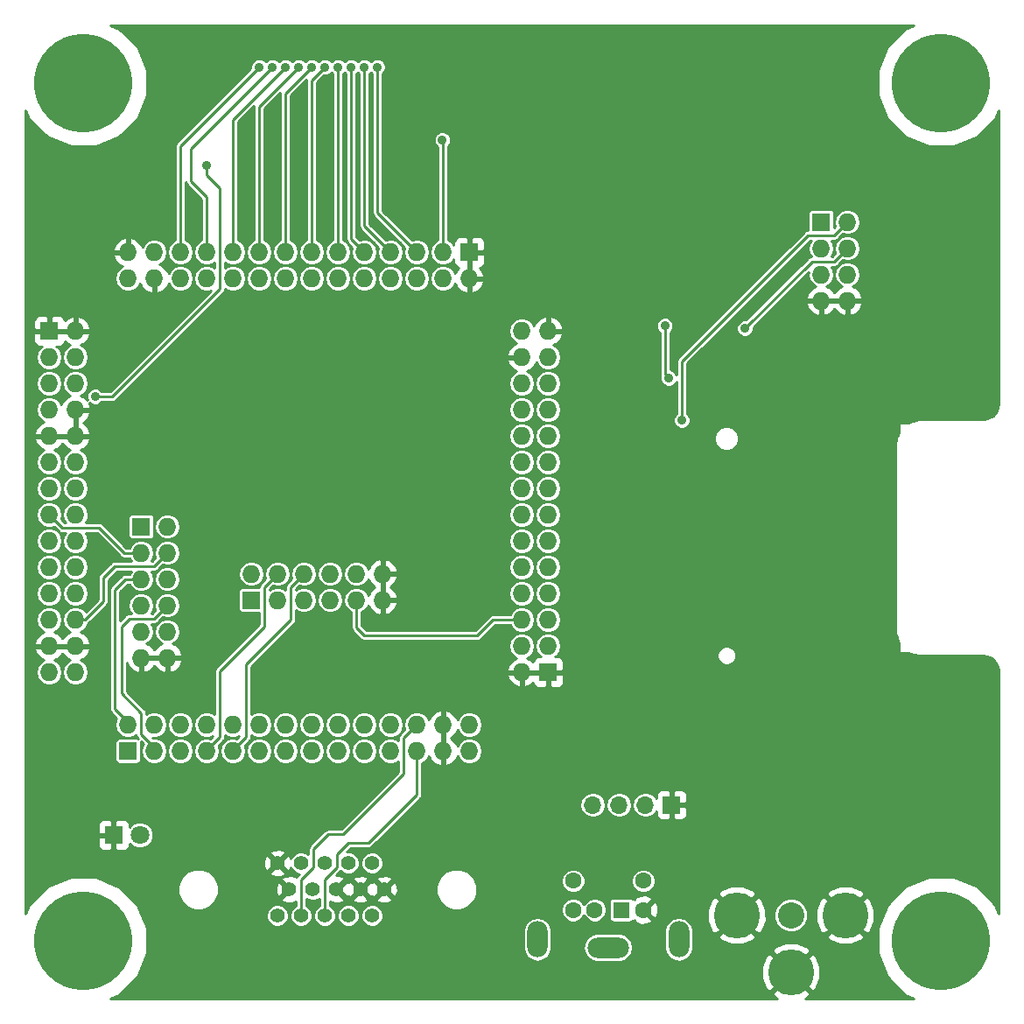
<source format=gbr>
G04 #@! TF.GenerationSoftware,KiCad,Pcbnew,(5.0.2)-1*
G04 #@! TF.CreationDate,2019-11-20T10:48:52-05:00*
G04 #@! TF.ProjectId,EP2C5-DB,45503243-352d-4444-922e-6b696361645f,X2*
G04 #@! TF.SameCoordinates,Original*
G04 #@! TF.FileFunction,Copper,L2,Bot*
G04 #@! TF.FilePolarity,Positive*
%FSLAX46Y46*%
G04 Gerber Fmt 4.6, Leading zero omitted, Abs format (unit mm)*
G04 Created by KiCad (PCBNEW (5.0.2)-1) date 11/20/2019 10:48:52 AM*
%MOMM*%
%LPD*%
G01*
G04 APERTURE LIST*
G04 #@! TA.AperFunction,ComponentPad*
%ADD10R,1.800000X1.800000*%
G04 #@! TD*
G04 #@! TA.AperFunction,ComponentPad*
%ADD11C,1.800000*%
G04 #@! TD*
G04 #@! TA.AperFunction,ComponentPad*
%ADD12O,2.000000X3.500000*%
G04 #@! TD*
G04 #@! TA.AperFunction,ComponentPad*
%ADD13R,1.600000X1.600000*%
G04 #@! TD*
G04 #@! TA.AperFunction,ComponentPad*
%ADD14C,1.600000*%
G04 #@! TD*
G04 #@! TA.AperFunction,ComponentPad*
%ADD15O,4.000000X2.000000*%
G04 #@! TD*
G04 #@! TA.AperFunction,ComponentPad*
%ADD16C,4.445000*%
G04 #@! TD*
G04 #@! TA.AperFunction,ComponentPad*
%ADD17C,2.540000*%
G04 #@! TD*
G04 #@! TA.AperFunction,ComponentPad*
%ADD18C,9.525000*%
G04 #@! TD*
G04 #@! TA.AperFunction,ComponentPad*
%ADD19R,1.727200X1.727200*%
G04 #@! TD*
G04 #@! TA.AperFunction,ComponentPad*
%ADD20O,1.727200X1.727200*%
G04 #@! TD*
G04 #@! TA.AperFunction,ComponentPad*
%ADD21C,1.397000*%
G04 #@! TD*
G04 #@! TA.AperFunction,ComponentPad*
%ADD22R,1.700000X1.700000*%
G04 #@! TD*
G04 #@! TA.AperFunction,ComponentPad*
%ADD23O,1.700000X1.700000*%
G04 #@! TD*
G04 #@! TA.AperFunction,ViaPad*
%ADD24C,0.889000*%
G04 #@! TD*
G04 #@! TA.AperFunction,Conductor*
%ADD25C,0.254000*%
G04 #@! TD*
G04 APERTURE END LIST*
D10*
G04 #@! TO.P,DS1,1*
G04 #@! TO.N,GND*
X18923000Y-88773000D03*
D11*
G04 #@! TO.P,DS1,2*
G04 #@! TO.N,Net-(DS1-Pad2)*
X21463000Y-88773000D03*
G04 #@! TD*
D12*
G04 #@! TO.P,J7,7*
G04 #@! TO.N,N/C*
X59922000Y-98862000D03*
X73622000Y-98862000D03*
D13*
G04 #@! TO.P,J7,1*
G04 #@! TO.N,/P87*
X68072000Y-96012000D03*
D14*
G04 #@! TO.P,J7,2*
G04 #@! TO.N,N/C*
X65472000Y-96012000D03*
G04 #@! TO.P,J7,3*
G04 #@! TO.N,GND*
X70172000Y-96012000D03*
G04 #@! TO.P,J7,4*
G04 #@! TO.N,VCC*
X63372000Y-96012000D03*
G04 #@! TO.P,J7,5*
G04 #@! TO.N,/P86*
X70172000Y-93212000D03*
G04 #@! TO.P,J7,6*
G04 #@! TO.N,N/C*
X63372000Y-93212000D03*
D15*
G04 #@! TO.P,J7,7*
X66772000Y-99662000D03*
G04 #@! TD*
D16*
G04 #@! TO.P,J2,1*
G04 #@! TO.N,GND*
X84455000Y-102031800D03*
G04 #@! TO.P,J2,2*
X89700100Y-96520000D03*
G04 #@! TO.P,J2,3*
X79209900Y-96520000D03*
D17*
G04 #@! TO.P,J2,4*
G04 #@! TO.N,Net-(J2-Pad4)*
X84455000Y-96520000D03*
G04 #@! TD*
D18*
G04 #@! TO.P,MTG3,1*
G04 #@! TO.N,N/C*
X99000000Y-16000000D03*
G04 #@! TD*
G04 #@! TO.P,MTG1,1*
G04 #@! TO.N,N/C*
X99000000Y-99000000D03*
G04 #@! TD*
D19*
G04 #@! TO.P,P1,1*
G04 #@! TO.N,/P40*
X20320000Y-80645000D03*
D20*
G04 #@! TO.P,P1,2*
G04 #@! TO.N,/P41*
X20320000Y-78105000D03*
G04 #@! TO.P,P1,3*
G04 #@! TO.N,/P42*
X22860000Y-80645000D03*
G04 #@! TO.P,P1,4*
G04 #@! TO.N,/P43*
X22860000Y-78105000D03*
G04 #@! TO.P,P1,5*
G04 #@! TO.N,/P44*
X25400000Y-80645000D03*
G04 #@! TO.P,P1,6*
G04 #@! TO.N,/P45*
X25400000Y-78105000D03*
G04 #@! TO.P,P1,7*
G04 #@! TO.N,/P47*
X27940000Y-80645000D03*
G04 #@! TO.P,P1,8*
G04 #@! TO.N,/P48*
X27940000Y-78105000D03*
G04 #@! TO.P,P1,9*
G04 #@! TO.N,/P51*
X30480000Y-80645000D03*
G04 #@! TO.P,P1,10*
G04 #@! TO.N,/P52*
X30480000Y-78105000D03*
G04 #@! TO.P,P1,11*
G04 #@! TO.N,/P53*
X33020000Y-80645000D03*
G04 #@! TO.P,P1,12*
G04 #@! TO.N,/P55*
X33020000Y-78105000D03*
G04 #@! TO.P,P1,13*
G04 #@! TO.N,N/C*
X35560000Y-80645000D03*
G04 #@! TO.P,P1,14*
G04 #@! TO.N,/P58*
X35560000Y-78105000D03*
G04 #@! TO.P,P1,15*
G04 #@! TO.N,N/C*
X38100000Y-80645000D03*
G04 #@! TO.P,P1,16*
G04 #@! TO.N,/P60*
X38100000Y-78105000D03*
G04 #@! TO.P,P1,17*
G04 #@! TO.N,/P63*
X40640000Y-80645000D03*
G04 #@! TO.P,P1,18*
G04 #@! TO.N,/P64*
X40640000Y-78105000D03*
G04 #@! TO.P,P1,19*
G04 #@! TO.N,/P65*
X43180000Y-80645000D03*
G04 #@! TO.P,P1,20*
G04 #@! TO.N,/P67*
X43180000Y-78105000D03*
G04 #@! TO.P,P1,21*
G04 #@! TO.N,/P69*
X45720000Y-80645000D03*
G04 #@! TO.P,P1,22*
G04 #@! TO.N,/P70*
X45720000Y-78105000D03*
G04 #@! TO.P,P1,23*
G04 #@! TO.N,/P71*
X48260000Y-80645000D03*
G04 #@! TO.P,P1,24*
G04 #@! TO.N,/P72*
X48260000Y-78105000D03*
G04 #@! TO.P,P1,25*
G04 #@! TO.N,GND*
X50800000Y-80645000D03*
G04 #@! TO.P,P1,26*
X50800000Y-78105000D03*
G04 #@! TO.P,P1,27*
G04 #@! TO.N,VCC*
X53340000Y-80645000D03*
G04 #@! TO.P,P1,28*
X53340000Y-78105000D03*
G04 #@! TD*
D19*
G04 #@! TO.P,P2,1*
G04 #@! TO.N,GND*
X60960000Y-73025000D03*
D20*
G04 #@! TO.P,P2,2*
X58420000Y-73025000D03*
G04 #@! TO.P,P2,3*
G04 #@! TO.N,N/C*
X60960000Y-70485000D03*
G04 #@! TO.P,P2,4*
G04 #@! TO.N,/P74*
X58420000Y-70485000D03*
G04 #@! TO.P,P2,5*
G04 #@! TO.N,/P75*
X60960000Y-67945000D03*
G04 #@! TO.P,P2,6*
G04 #@! TO.N,/P76*
X58420000Y-67945000D03*
G04 #@! TO.P,P2,7*
G04 #@! TO.N,N/C*
X60960000Y-65405000D03*
G04 #@! TO.P,P2,8*
X58420000Y-65405000D03*
G04 #@! TO.P,P2,9*
X60960000Y-62865000D03*
G04 #@! TO.P,P2,10*
G04 #@! TO.N,/P86*
X58420000Y-62865000D03*
G04 #@! TO.P,P2,11*
G04 #@! TO.N,/P87*
X60960000Y-60325000D03*
G04 #@! TO.P,P2,12*
G04 #@! TO.N,N/C*
X58420000Y-60325000D03*
G04 #@! TO.P,P2,13*
X60960000Y-57785000D03*
G04 #@! TO.P,P2,14*
X58420000Y-57785000D03*
G04 #@! TO.P,P2,15*
X60960000Y-55245000D03*
G04 #@! TO.P,P2,16*
G04 #@! TO.N,/P92*
X58420000Y-55245000D03*
G04 #@! TO.P,P2,17*
G04 #@! TO.N,/P93*
X60960000Y-52705000D03*
G04 #@! TO.P,P2,18*
G04 #@! TO.N,/P94*
X58420000Y-52705000D03*
G04 #@! TO.P,P2,19*
G04 #@! TO.N,/P96*
X60960000Y-50165000D03*
G04 #@! TO.P,P2,20*
G04 #@! TO.N,/P97*
X58420000Y-50165000D03*
G04 #@! TO.P,P2,21*
G04 #@! TO.N,/P99*
X60960000Y-47625000D03*
G04 #@! TO.P,P2,22*
G04 #@! TO.N,/P100*
X58420000Y-47625000D03*
G04 #@! TO.P,P2,23*
G04 #@! TO.N,/P101*
X60960000Y-45085000D03*
G04 #@! TO.P,P2,24*
G04 #@! TO.N,/P103*
X58420000Y-45085000D03*
G04 #@! TO.P,P2,25*
G04 #@! TO.N,/P104*
X60960000Y-42545000D03*
G04 #@! TO.P,P2,26*
G04 #@! TO.N,GND*
X58420000Y-42545000D03*
G04 #@! TO.P,P2,27*
X60960000Y-40005000D03*
G04 #@! TO.P,P2,28*
G04 #@! TO.N,VCC*
X58420000Y-40005000D03*
G04 #@! TD*
D19*
G04 #@! TO.P,P3,1*
G04 #@! TO.N,GND*
X53340000Y-32385000D03*
D20*
G04 #@! TO.P,P3,2*
X53340000Y-34925000D03*
G04 #@! TO.P,P3,3*
G04 #@! TO.N,/P112*
X50800000Y-32385000D03*
G04 #@! TO.P,P3,4*
G04 #@! TO.N,/P113*
X50800000Y-34925000D03*
G04 #@! TO.P,P3,5*
G04 #@! TO.N,/P114*
X48260000Y-32385000D03*
G04 #@! TO.P,P3,6*
G04 #@! TO.N,/P115*
X48260000Y-34925000D03*
G04 #@! TO.P,P3,7*
G04 #@! TO.N,/P118*
X45720000Y-32385000D03*
G04 #@! TO.P,P3,8*
G04 #@! TO.N,/P119*
X45720000Y-34925000D03*
G04 #@! TO.P,P3,9*
G04 #@! TO.N,/P120*
X43180000Y-32385000D03*
G04 #@! TO.P,P3,10*
G04 #@! TO.N,/P121*
X43180000Y-34925000D03*
G04 #@! TO.P,P3,11*
G04 #@! TO.N,/P122*
X40640000Y-32385000D03*
G04 #@! TO.P,P3,12*
G04 #@! TO.N,/P125*
X40640000Y-34925000D03*
G04 #@! TO.P,P3,13*
G04 #@! TO.N,/P126*
X38100000Y-32385000D03*
G04 #@! TO.P,P3,14*
G04 #@! TO.N,/P129*
X38100000Y-34925000D03*
G04 #@! TO.P,P3,15*
G04 #@! TO.N,/P132*
X35560000Y-32385000D03*
G04 #@! TO.P,P3,16*
G04 #@! TO.N,/P133*
X35560000Y-34925000D03*
G04 #@! TO.P,P3,17*
G04 #@! TO.N,/P134*
X33020000Y-32385000D03*
G04 #@! TO.P,P3,18*
G04 #@! TO.N,/P135*
X33020000Y-34925000D03*
G04 #@! TO.P,P3,19*
G04 #@! TO.N,/P136*
X30480000Y-32385000D03*
G04 #@! TO.P,P3,20*
G04 #@! TO.N,/P137*
X30480000Y-34925000D03*
G04 #@! TO.P,P3,21*
G04 #@! TO.N,/P139*
X27940000Y-32385000D03*
G04 #@! TO.P,P3,22*
G04 #@! TO.N,/P141*
X27940000Y-34925000D03*
G04 #@! TO.P,P3,23*
G04 #@! TO.N,/P142*
X25400000Y-32385000D03*
G04 #@! TO.P,P3,24*
G04 #@! TO.N,/P143*
X25400000Y-34925000D03*
G04 #@! TO.P,P3,25*
G04 #@! TO.N,N/C*
X22860000Y-32385000D03*
G04 #@! TO.P,P3,26*
G04 #@! TO.N,GND*
X22860000Y-34925000D03*
G04 #@! TO.P,P3,27*
X20320000Y-32385000D03*
G04 #@! TO.P,P3,28*
G04 #@! TO.N,VCC*
X20320000Y-34925000D03*
G04 #@! TD*
D19*
G04 #@! TO.P,P4,1*
G04 #@! TO.N,GND*
X12700000Y-40005000D03*
D20*
G04 #@! TO.P,P4,2*
X15240000Y-40005000D03*
G04 #@! TO.P,P4,3*
G04 #@! TO.N,N/C*
X12700000Y-42545000D03*
G04 #@! TO.P,P4,4*
G04 #@! TO.N,/P4*
X15240000Y-42545000D03*
G04 #@! TO.P,P4,5*
G04 #@! TO.N,N/C*
X12700000Y-45085000D03*
G04 #@! TO.P,P4,6*
G04 #@! TO.N,/P8*
X15240000Y-45085000D03*
G04 #@! TO.P,P4,7*
G04 #@! TO.N,N/C*
X12700000Y-47625000D03*
G04 #@! TO.P,P4,8*
G04 #@! TO.N,GND*
X15240000Y-47625000D03*
G04 #@! TO.P,P4,9*
X12700000Y-50165000D03*
G04 #@! TO.P,P4,10*
X15240000Y-50165000D03*
G04 #@! TO.P,P4,11*
G04 #@! TO.N,N/C*
X12700000Y-52705000D03*
G04 #@! TO.P,P4,12*
X15240000Y-52705000D03*
G04 #@! TO.P,P4,13*
X12700000Y-55245000D03*
G04 #@! TO.P,P4,14*
X15240000Y-55245000D03*
G04 #@! TO.P,P4,15*
G04 #@! TO.N,/P25*
X12700000Y-57785000D03*
G04 #@! TO.P,P4,16*
G04 #@! TO.N,/P24*
X15240000Y-57785000D03*
G04 #@! TO.P,P4,17*
G04 #@! TO.N,N/C*
X12700000Y-60325000D03*
G04 #@! TO.P,P4,18*
X15240000Y-60325000D03*
G04 #@! TO.P,P4,19*
X12700000Y-62865000D03*
G04 #@! TO.P,P4,20*
X15240000Y-62865000D03*
G04 #@! TO.P,P4,21*
G04 #@! TO.N,/P30*
X12700000Y-65405000D03*
G04 #@! TO.P,P4,22*
G04 #@! TO.N,/P28*
X15240000Y-65405000D03*
G04 #@! TO.P,P4,23*
G04 #@! TO.N,/P32*
X12700000Y-67945000D03*
G04 #@! TO.P,P4,24*
G04 #@! TO.N,/P31*
X15240000Y-67945000D03*
G04 #@! TO.P,P4,25*
G04 #@! TO.N,GND*
X12700000Y-70485000D03*
G04 #@! TO.P,P4,26*
X15240000Y-70485000D03*
G04 #@! TO.P,P4,27*
G04 #@! TO.N,VCC*
X12700000Y-73025000D03*
G04 #@! TO.P,P4,28*
X15240000Y-73025000D03*
G04 #@! TD*
D19*
G04 #@! TO.P,J6,1*
G04 #@! TO.N,VCC*
X21590000Y-58928000D03*
D20*
G04 #@! TO.P,J6,2*
X24130000Y-58928000D03*
G04 #@! TO.P,J6,3*
G04 #@! TO.N,/P25*
X21590000Y-61468000D03*
G04 #@! TO.P,J6,4*
G04 #@! TO.N,/P31*
X24130000Y-61468000D03*
G04 #@! TO.P,J6,5*
G04 #@! TO.N,/P41*
X21590000Y-64008000D03*
G04 #@! TO.P,J6,6*
G04 #@! TO.N,/P40*
X24130000Y-64008000D03*
G04 #@! TO.P,J6,7*
G04 #@! TO.N,/P43*
X21590000Y-66548000D03*
G04 #@! TO.P,J6,8*
G04 #@! TO.N,/P42*
X24130000Y-66548000D03*
G04 #@! TO.P,J6,9*
G04 #@! TO.N,/P45*
X21590000Y-69088000D03*
G04 #@! TO.P,J6,10*
G04 #@! TO.N,/P44*
X24130000Y-69088000D03*
G04 #@! TO.P,J6,11*
G04 #@! TO.N,GND*
X21590000Y-71628000D03*
G04 #@! TO.P,J6,12*
X24130000Y-71628000D03*
G04 #@! TD*
D19*
G04 #@! TO.P,J5,1*
G04 #@! TO.N,/RTS1*
X87376000Y-29464000D03*
D20*
G04 #@! TO.P,J5,2*
G04 #@! TO.N,/RTS2*
X89916000Y-29464000D03*
G04 #@! TO.P,J5,3*
G04 #@! TO.N,/RX1*
X87376000Y-32004000D03*
G04 #@! TO.P,J5,4*
G04 #@! TO.N,/RX2*
X89916000Y-32004000D03*
G04 #@! TO.P,J5,5*
G04 #@! TO.N,/TX1*
X87376000Y-34544000D03*
G04 #@! TO.P,J5,6*
G04 #@! TO.N,/TX2*
X89916000Y-34544000D03*
G04 #@! TO.P,J5,7*
G04 #@! TO.N,GND*
X87376000Y-37084000D03*
G04 #@! TO.P,J5,8*
X89916000Y-37084000D03*
G04 #@! TD*
D18*
G04 #@! TO.P,MTG2,1*
G04 #@! TO.N,N/C*
X16000000Y-99000000D03*
G04 #@! TD*
D19*
G04 #@! TO.P,J8,1*
G04 #@! TO.N,VCC*
X32258000Y-66040000D03*
D20*
G04 #@! TO.P,J8,2*
X32258000Y-63500000D03*
G04 #@! TO.P,J8,3*
G04 #@! TO.N,/P48*
X34798000Y-66040000D03*
G04 #@! TO.P,J8,4*
G04 #@! TO.N,/P47*
X34798000Y-63500000D03*
G04 #@! TO.P,J8,5*
G04 #@! TO.N,/P52*
X37338000Y-66040000D03*
G04 #@! TO.P,J8,6*
G04 #@! TO.N,/P51*
X37338000Y-63500000D03*
G04 #@! TO.P,J8,7*
G04 #@! TO.N,/P58*
X39878000Y-66040000D03*
G04 #@! TO.P,J8,8*
G04 #@! TO.N,/P55*
X39878000Y-63500000D03*
G04 #@! TO.P,J8,9*
G04 #@! TO.N,/P76*
X42418000Y-66040000D03*
G04 #@! TO.P,J8,10*
G04 #@! TO.N,/P60*
X42418000Y-63500000D03*
G04 #@! TO.P,J8,11*
G04 #@! TO.N,GND*
X44958000Y-66040000D03*
G04 #@! TO.P,J8,12*
X44958000Y-63500000D03*
G04 #@! TD*
D21*
G04 #@! TO.P,J1,3*
G04 #@! TO.N,Net-(J1-Pad3)*
X39357300Y-91493340D03*
G04 #@! TO.P,J1,2*
G04 #@! TO.N,Net-(J1-Pad2)*
X41643300Y-91493340D03*
G04 #@! TO.P,J1,1*
G04 #@! TO.N,Net-(J1-Pad1)*
X43934380Y-91493340D03*
G04 #@! TO.P,J1,4*
G04 #@! TO.N,N/C*
X37063680Y-91493340D03*
G04 #@! TO.P,J1,5*
G04 #@! TO.N,GND*
X34775140Y-91493340D03*
G04 #@! TO.P,J1,9*
G04 #@! TO.N,N/C*
X38209220Y-94033340D03*
G04 #@! TO.P,J1,8*
G04 #@! TO.N,GND*
X40497760Y-94033340D03*
G04 #@! TO.P,J1,7*
X42788840Y-94033340D03*
G04 #@! TO.P,J1,6*
X45079920Y-94033340D03*
G04 #@! TO.P,J1,10*
X35918140Y-94033340D03*
G04 #@! TO.P,J1,11*
G04 #@! TO.N,N/C*
X43934380Y-96573340D03*
G04 #@! TO.P,J1,12*
X41643300Y-96573340D03*
G04 #@! TO.P,J1,13*
G04 #@! TO.N,/P71*
X39354760Y-96570800D03*
G04 #@! TO.P,J1,14*
G04 #@! TO.N,/P72*
X37063680Y-96573340D03*
G04 #@! TO.P,J1,15*
G04 #@! TO.N,N/C*
X34775140Y-96573340D03*
G04 #@! TD*
D18*
G04 #@! TO.P,MTG4,1*
G04 #@! TO.N,N/C*
X16000000Y-16000000D03*
G04 #@! TD*
D22*
G04 #@! TO.P,J3,1*
G04 #@! TO.N,GND*
X72898000Y-85852000D03*
D23*
G04 #@! TO.P,J3,2*
G04 #@! TO.N,VCC*
X70358000Y-85852000D03*
G04 #@! TO.P,J3,3*
G04 #@! TO.N,/P86*
X67818000Y-85852000D03*
G04 #@! TO.P,J3,4*
G04 #@! TO.N,/P87*
X65278000Y-85852000D03*
G04 #@! TD*
D24*
G04 #@! TO.N,GND*
X46609000Y-25654000D03*
X74041000Y-65532000D03*
X73660000Y-58039000D03*
X77216000Y-46990000D03*
X77343000Y-75184000D03*
G04 #@! TO.N,/P112*
X50736500Y-21526500D03*
G04 #@! TO.N,/P114*
X44450000Y-14478000D03*
G04 #@! TO.N,/P118*
X43180000Y-14478000D03*
G04 #@! TO.N,/P120*
X41910000Y-14478000D03*
G04 #@! TO.N,/P122*
X40640000Y-14478000D03*
G04 #@! TO.N,/P132*
X38100000Y-14478000D03*
G04 #@! TO.N,/P134*
X36830000Y-14478000D03*
G04 #@! TO.N,/P136*
X35560000Y-14478000D03*
G04 #@! TO.N,/P139*
X34290000Y-14478000D03*
G04 #@! TO.N,/P142*
X33020000Y-14478000D03*
G04 #@! TO.N,/RTS2*
X73914000Y-48641000D03*
G04 #@! TO.N,/RX1*
X72263000Y-39497000D03*
X72644000Y-44577000D03*
G04 #@! TO.N,/RX2*
X80010000Y-39751000D03*
G04 #@! TO.N,/P32*
X17145000Y-46355000D03*
X27940000Y-24003000D03*
G04 #@! TO.N,/P126*
X39370000Y-14478000D03*
G04 #@! TD*
D25*
G04 #@! TO.N,/P71*
X48260000Y-84836000D02*
X48260000Y-80645000D01*
X40563799Y-91884503D02*
X40563799Y-90627201D01*
X39354760Y-96570800D02*
X39354760Y-93093542D01*
X39354760Y-93093542D02*
X40563799Y-91884503D01*
X41656000Y-89535000D02*
X43561000Y-89535000D01*
X40563799Y-90627201D02*
X41656000Y-89535000D01*
X43561000Y-89535000D02*
X48260000Y-84836000D01*
G04 #@! TO.N,/P72*
X48260000Y-78105000D02*
X46964601Y-79400399D01*
X46964601Y-79400399D02*
X46964601Y-82880200D01*
X38277799Y-91876883D02*
X38277799Y-90119201D01*
X37063680Y-96573340D02*
X37063680Y-93091002D01*
X37063680Y-93091002D02*
X38277799Y-91876883D01*
X39700199Y-88696801D02*
X41148000Y-88696801D01*
X38277799Y-90119201D02*
X39700199Y-88696801D01*
X46964601Y-82880200D02*
X41148000Y-88696801D01*
G04 #@! TO.N,/P112*
X50800000Y-32385000D02*
X50800000Y-21590000D01*
X50800000Y-21590000D02*
X50736500Y-21526500D01*
G04 #@! TO.N,/P114*
X44450000Y-14478000D02*
X44450000Y-28575000D01*
X44450000Y-28575000D02*
X48260000Y-32385000D01*
G04 #@! TO.N,/P118*
X43180000Y-14478000D02*
X43180000Y-29845000D01*
X43180000Y-29845000D02*
X45720000Y-32385000D01*
G04 #@! TO.N,/P120*
X41910000Y-14478000D02*
X41910000Y-31115000D01*
X41910000Y-31115000D02*
X43180000Y-32385000D01*
G04 #@! TO.N,/P122*
X40640000Y-32385000D02*
X40640000Y-14478000D01*
G04 #@! TO.N,/P132*
X35560000Y-32385000D02*
X35560000Y-17018000D01*
X35560000Y-17018000D02*
X38100000Y-14478000D01*
G04 #@! TO.N,/P134*
X33020000Y-18288000D02*
X33020000Y-32385000D01*
X36830000Y-14478000D02*
X33020000Y-18288000D01*
G04 #@! TO.N,/P136*
X30480000Y-32385000D02*
X30480000Y-19558000D01*
X30480000Y-19558000D02*
X35560000Y-14478000D01*
G04 #@! TO.N,/P139*
X27940000Y-27051000D02*
X27940000Y-32385000D01*
X26416000Y-25527000D02*
X27940000Y-27051000D01*
X26416000Y-22352000D02*
X26416000Y-25527000D01*
X34290000Y-14478000D02*
X26416000Y-22352000D01*
G04 #@! TO.N,/P142*
X25400000Y-32385000D02*
X25400000Y-22098000D01*
X25400000Y-22098000D02*
X33020000Y-14478000D01*
G04 #@! TO.N,/P41*
X20320000Y-78105000D02*
X20320000Y-77851000D01*
X20320000Y-77851000D02*
X19050000Y-76581000D01*
X19050000Y-76581000D02*
X19050000Y-65024000D01*
X19050000Y-65024000D02*
X20066000Y-64008000D01*
X20066000Y-64008000D02*
X21590000Y-64008000D01*
G04 #@! TO.N,/P42*
X22860000Y-80645000D02*
X22860000Y-80264000D01*
X22860000Y-80264000D02*
X21590000Y-78994000D01*
X21590000Y-78994000D02*
X21590000Y-76962000D01*
X21590000Y-76962000D02*
X19685000Y-75057000D01*
X19685000Y-75057000D02*
X19685000Y-68580000D01*
X19685000Y-68580000D02*
X20447000Y-67818000D01*
X20447000Y-67818000D02*
X22860000Y-67818000D01*
X22860000Y-67818000D02*
X24130000Y-66548000D01*
G04 #@! TO.N,/P47*
X27940000Y-80645000D02*
X27940000Y-80518000D01*
X27940000Y-80518000D02*
X29210000Y-79248000D01*
X29210000Y-79248000D02*
X29210000Y-72898000D01*
X29210000Y-72898000D02*
X33528000Y-68580000D01*
X33528000Y-68580000D02*
X33528000Y-64770000D01*
X33528000Y-64770000D02*
X34798000Y-63500000D01*
G04 #@! TO.N,/RTS2*
X86106000Y-30734000D02*
X73914000Y-42926000D01*
X73914000Y-48641000D02*
X73914000Y-42926000D01*
X86106000Y-30734000D02*
X88646000Y-30734000D01*
X88646000Y-30734000D02*
X89916000Y-29464000D01*
X89916000Y-29464000D02*
X89916000Y-29591000D01*
G04 #@! TO.N,/RX1*
X72644000Y-44577000D02*
X72263000Y-44196000D01*
X72263000Y-44196000D02*
X72263000Y-39497000D01*
G04 #@! TO.N,/RX2*
X86487000Y-33274000D02*
X88646000Y-33274000D01*
X80010000Y-39751000D02*
X86487000Y-33274000D01*
X88646000Y-33274000D02*
X89916000Y-32004000D01*
G04 #@! TO.N,/P25*
X12700000Y-57785000D02*
X13970000Y-59055000D01*
X19939000Y-61468000D02*
X21590000Y-61468000D01*
X17526000Y-59055000D02*
X19939000Y-61468000D01*
X13970000Y-59055000D02*
X17526000Y-59055000D01*
X12700000Y-57785000D02*
X12827000Y-57785000D01*
G04 #@! TO.N,/P31*
X15240000Y-67945000D02*
X16129000Y-67945000D01*
X22860000Y-62738000D02*
X24130000Y-61468000D01*
X19050000Y-62738000D02*
X22860000Y-62738000D01*
X17907000Y-63881000D02*
X19050000Y-62738000D01*
X17907000Y-66167000D02*
X17907000Y-63881000D01*
X16129000Y-67945000D02*
X17907000Y-66167000D01*
G04 #@! TO.N,/P51*
X30480000Y-80645000D02*
X30480000Y-80518000D01*
X30480000Y-80518000D02*
X31750000Y-79248000D01*
X31750000Y-79248000D02*
X31750000Y-72263000D01*
X31750000Y-72263000D02*
X36068000Y-67945000D01*
X36068000Y-67945000D02*
X36068000Y-64770000D01*
X36068000Y-64770000D02*
X37338000Y-63500000D01*
G04 #@! TO.N,/P32*
X18796000Y-46355000D02*
X17145000Y-46355000D01*
X29210000Y-32258000D02*
X29210000Y-35941000D01*
X29210000Y-35941000D02*
X18796000Y-46355000D01*
X18796000Y-46355000D02*
X29210000Y-35941000D01*
X27940000Y-24003000D02*
X27940000Y-24892000D01*
X29210000Y-26162000D02*
X29210000Y-32258000D01*
X27940000Y-24892000D02*
X29210000Y-26162000D01*
G04 #@! TO.N,/P76*
X42418000Y-66040000D02*
X42418000Y-68707000D01*
X42418000Y-68707000D02*
X43180000Y-69469000D01*
X43180000Y-69469000D02*
X54102000Y-69469000D01*
X55626000Y-67945000D02*
X58420000Y-67945000D01*
X54102000Y-69469000D02*
X55626000Y-67945000D01*
G04 #@! TO.N,/P126*
X38100000Y-15748000D02*
X38100000Y-32385000D01*
X39370000Y-14478000D02*
X38100000Y-15748000D01*
G04 #@! TD*
G04 #@! TO.N,GND*
G36*
X95510923Y-10778228D02*
X93778228Y-12510923D01*
X92840500Y-14774799D01*
X92840500Y-17225201D01*
X93778228Y-19489077D01*
X95510923Y-21221772D01*
X97774799Y-22159500D01*
X100225201Y-22159500D01*
X102489077Y-21221772D01*
X104221772Y-19489077D01*
X104569001Y-18650792D01*
X104569000Y-46969296D01*
X104501714Y-47439133D01*
X104318104Y-47842962D01*
X104028532Y-48179027D01*
X103656274Y-48420312D01*
X103216988Y-48551687D01*
X102984006Y-48569000D01*
X96957555Y-48569000D01*
X96941780Y-48572138D01*
X96672441Y-48592153D01*
X96629495Y-48601595D01*
X96585943Y-48607561D01*
X96580888Y-48609039D01*
X96037604Y-48771516D01*
X95984511Y-48796048D01*
X95931108Y-48819936D01*
X95926672Y-48822773D01*
X95849181Y-48873000D01*
X95000000Y-48873000D01*
X94951399Y-48882667D01*
X94910197Y-48910197D01*
X94882667Y-48951399D01*
X94873000Y-49000000D01*
X94873000Y-49853479D01*
X94688040Y-50260277D01*
X94671624Y-50316416D01*
X94654520Y-50372358D01*
X94653742Y-50377567D01*
X94575003Y-50927376D01*
X94569000Y-50957556D01*
X94569001Y-69042445D01*
X94572137Y-69058212D01*
X94592153Y-69327559D01*
X94601593Y-69370493D01*
X94607560Y-69414057D01*
X94609039Y-69419111D01*
X94771516Y-69962396D01*
X94796041Y-70015474D01*
X94819936Y-70068892D01*
X94822773Y-70073328D01*
X94873000Y-70150819D01*
X94873000Y-71000000D01*
X94882667Y-71048601D01*
X94910197Y-71089803D01*
X94951399Y-71117333D01*
X95000000Y-71127000D01*
X95853478Y-71127000D01*
X96260276Y-71311960D01*
X96316428Y-71328380D01*
X96372358Y-71345480D01*
X96377566Y-71346258D01*
X96927372Y-71424996D01*
X96957555Y-71431000D01*
X102969295Y-71431000D01*
X103439133Y-71498286D01*
X103842963Y-71681897D01*
X104179027Y-71971468D01*
X104420312Y-72343727D01*
X104551687Y-72783012D01*
X104569000Y-73015994D01*
X104569001Y-96349208D01*
X104221772Y-95510923D01*
X102489077Y-93778228D01*
X100225201Y-92840500D01*
X97774799Y-92840500D01*
X95510923Y-93778228D01*
X93778228Y-95510923D01*
X92840500Y-97774799D01*
X92840500Y-100225201D01*
X93778228Y-102489077D01*
X95510923Y-104221772D01*
X96349206Y-104569000D01*
X85803033Y-104569000D01*
X86063129Y-104461265D01*
X86311016Y-104067421D01*
X84455000Y-102211405D01*
X82598984Y-104067421D01*
X82846871Y-104461265D01*
X83110189Y-104569000D01*
X18650794Y-104569000D01*
X19489077Y-104221772D01*
X21221772Y-102489077D01*
X21641485Y-101475798D01*
X81595063Y-101475798D01*
X81599991Y-102612572D01*
X82025535Y-103639929D01*
X82419379Y-103887816D01*
X84275395Y-102031800D01*
X84634605Y-102031800D01*
X86490621Y-103887816D01*
X86884465Y-103639929D01*
X87314937Y-102587802D01*
X87310009Y-101451028D01*
X86884465Y-100423671D01*
X86490621Y-100175784D01*
X84634605Y-102031800D01*
X84275395Y-102031800D01*
X82419379Y-100175784D01*
X82025535Y-100423671D01*
X81595063Y-101475798D01*
X21641485Y-101475798D01*
X22159500Y-100225201D01*
X22159500Y-97975987D01*
X58541000Y-97975987D01*
X58541000Y-99748014D01*
X58621128Y-100150839D01*
X58926356Y-100607645D01*
X59383162Y-100912873D01*
X59922000Y-101020055D01*
X60460839Y-100912873D01*
X60917645Y-100607645D01*
X61222873Y-100150839D01*
X61303000Y-99748014D01*
X61303000Y-99662000D01*
X64363945Y-99662000D01*
X64471127Y-100200839D01*
X64776355Y-100657645D01*
X65233161Y-100962873D01*
X65635986Y-101043000D01*
X67908014Y-101043000D01*
X68310839Y-100962873D01*
X68767645Y-100657645D01*
X69072873Y-100200839D01*
X69180055Y-99662000D01*
X69072873Y-99123161D01*
X68767645Y-98666355D01*
X68310839Y-98361127D01*
X67908014Y-98281000D01*
X65635986Y-98281000D01*
X65233161Y-98361127D01*
X64776355Y-98666355D01*
X64471127Y-99123161D01*
X64363945Y-99662000D01*
X61303000Y-99662000D01*
X61303000Y-97975987D01*
X72241000Y-97975987D01*
X72241000Y-99748014D01*
X72321128Y-100150839D01*
X72626356Y-100607645D01*
X73083162Y-100912873D01*
X73622000Y-101020055D01*
X74160839Y-100912873D01*
X74617645Y-100607645D01*
X74922873Y-100150839D01*
X74953636Y-99996179D01*
X82598984Y-99996179D01*
X84455000Y-101852195D01*
X86311016Y-99996179D01*
X86063129Y-99602335D01*
X85011002Y-99171863D01*
X83874228Y-99176791D01*
X82846871Y-99602335D01*
X82598984Y-99996179D01*
X74953636Y-99996179D01*
X75003000Y-99748014D01*
X75003000Y-98555621D01*
X77353884Y-98555621D01*
X77601771Y-98949465D01*
X78653898Y-99379937D01*
X79790672Y-99375009D01*
X80818029Y-98949465D01*
X81065916Y-98555621D01*
X87844084Y-98555621D01*
X88091971Y-98949465D01*
X89144098Y-99379937D01*
X90280872Y-99375009D01*
X91308229Y-98949465D01*
X91556116Y-98555621D01*
X89700100Y-96699605D01*
X87844084Y-98555621D01*
X81065916Y-98555621D01*
X79209900Y-96699605D01*
X77353884Y-98555621D01*
X75003000Y-98555621D01*
X75003000Y-97975986D01*
X74922873Y-97573161D01*
X74617644Y-97116355D01*
X74160838Y-96811127D01*
X73622000Y-96703945D01*
X73083161Y-96811127D01*
X72626355Y-97116356D01*
X72321127Y-97573162D01*
X72241000Y-97975987D01*
X61303000Y-97975987D01*
X61303000Y-97975986D01*
X61222873Y-97573161D01*
X60917644Y-97116355D01*
X60460838Y-96811127D01*
X59922000Y-96703945D01*
X59383161Y-96811127D01*
X58926355Y-97116356D01*
X58621127Y-97573162D01*
X58541000Y-97975987D01*
X22159500Y-97975987D01*
X22159500Y-97774799D01*
X21572898Y-96358614D01*
X33695640Y-96358614D01*
X33695640Y-96788066D01*
X33859984Y-97184828D01*
X34163652Y-97488496D01*
X34560414Y-97652840D01*
X34989866Y-97652840D01*
X35386628Y-97488496D01*
X35690296Y-97184828D01*
X35854640Y-96788066D01*
X35854640Y-96358614D01*
X35690296Y-95961852D01*
X35386628Y-95658184D01*
X34989866Y-95493840D01*
X34560414Y-95493840D01*
X34163652Y-95658184D01*
X33859984Y-95961852D01*
X33695640Y-96358614D01*
X21572898Y-96358614D01*
X21221772Y-95510923D01*
X19489077Y-93778228D01*
X19153664Y-93639295D01*
X25148740Y-93639295D01*
X25148740Y-94427385D01*
X25450329Y-95155486D01*
X26007594Y-95712751D01*
X26735695Y-96014340D01*
X27523785Y-96014340D01*
X28251886Y-95712751D01*
X28809151Y-95155486D01*
X29110740Y-94427385D01*
X29110740Y-93840820D01*
X34572213Y-93840820D01*
X34600992Y-94370539D01*
X34748340Y-94726269D01*
X34983952Y-94787923D01*
X35738535Y-94033340D01*
X34983952Y-93278757D01*
X34748340Y-93340411D01*
X34572213Y-93840820D01*
X29110740Y-93840820D01*
X29110740Y-93639295D01*
X28809151Y-92911194D01*
X28325485Y-92427528D01*
X34020557Y-92427528D01*
X34082211Y-92663140D01*
X34582620Y-92839267D01*
X35112339Y-92810488D01*
X35468069Y-92663140D01*
X35529723Y-92427528D01*
X34775140Y-91672945D01*
X34020557Y-92427528D01*
X28325485Y-92427528D01*
X28251886Y-92353929D01*
X27523785Y-92052340D01*
X26735695Y-92052340D01*
X26007594Y-92353929D01*
X25450329Y-92911194D01*
X25148740Y-93639295D01*
X19153664Y-93639295D01*
X17225201Y-92840500D01*
X14774799Y-92840500D01*
X12510923Y-93778228D01*
X10778228Y-95510923D01*
X10431000Y-96349206D01*
X10431000Y-91300820D01*
X33429213Y-91300820D01*
X33457992Y-91830539D01*
X33605340Y-92186269D01*
X33840952Y-92247923D01*
X34595535Y-91493340D01*
X34954745Y-91493340D01*
X35709328Y-92247923D01*
X35944940Y-92186269D01*
X36053959Y-91876527D01*
X36148524Y-92104828D01*
X36452192Y-92408496D01*
X36848954Y-92572840D01*
X36863422Y-92572840D01*
X36739846Y-92696416D01*
X36697434Y-92724755D01*
X36669095Y-92767167D01*
X36669092Y-92767170D01*
X36605913Y-92861725D01*
X36110660Y-92687413D01*
X35580941Y-92716192D01*
X35225211Y-92863540D01*
X35163557Y-93099152D01*
X35918140Y-93853735D01*
X35932283Y-93839593D01*
X36111888Y-94019198D01*
X36097745Y-94033340D01*
X36111888Y-94047483D01*
X35932283Y-94227088D01*
X35918140Y-94212945D01*
X35163557Y-94967528D01*
X35225211Y-95203140D01*
X35725620Y-95379267D01*
X36255339Y-95350488D01*
X36555680Y-95226083D01*
X36555680Y-95615318D01*
X36452192Y-95658184D01*
X36148524Y-95961852D01*
X35984180Y-96358614D01*
X35984180Y-96788066D01*
X36148524Y-97184828D01*
X36452192Y-97488496D01*
X36848954Y-97652840D01*
X37278406Y-97652840D01*
X37675168Y-97488496D01*
X37978836Y-97184828D01*
X38143180Y-96788066D01*
X38143180Y-96358614D01*
X37978836Y-95961852D01*
X37675168Y-95658184D01*
X37571680Y-95615318D01*
X37571680Y-94922444D01*
X37597732Y-94948496D01*
X37994494Y-95112840D01*
X38423946Y-95112840D01*
X38820708Y-94948496D01*
X38846760Y-94922444D01*
X38846760Y-95612778D01*
X38743272Y-95655644D01*
X38439604Y-95959312D01*
X38275260Y-96356074D01*
X38275260Y-96785526D01*
X38439604Y-97182288D01*
X38743272Y-97485956D01*
X39140034Y-97650300D01*
X39569486Y-97650300D01*
X39966248Y-97485956D01*
X40269916Y-97182288D01*
X40434260Y-96785526D01*
X40434260Y-96358614D01*
X40563800Y-96358614D01*
X40563800Y-96788066D01*
X40728144Y-97184828D01*
X41031812Y-97488496D01*
X41428574Y-97652840D01*
X41858026Y-97652840D01*
X42254788Y-97488496D01*
X42558456Y-97184828D01*
X42722800Y-96788066D01*
X42722800Y-96358614D01*
X42854880Y-96358614D01*
X42854880Y-96788066D01*
X43019224Y-97184828D01*
X43322892Y-97488496D01*
X43719654Y-97652840D01*
X44149106Y-97652840D01*
X44545868Y-97488496D01*
X44849536Y-97184828D01*
X45013880Y-96788066D01*
X45013880Y-96358614D01*
X44849536Y-95961852D01*
X44545868Y-95658184D01*
X44149106Y-95493840D01*
X43719654Y-95493840D01*
X43322892Y-95658184D01*
X43019224Y-95961852D01*
X42854880Y-96358614D01*
X42722800Y-96358614D01*
X42558456Y-95961852D01*
X42254788Y-95658184D01*
X41858026Y-95493840D01*
X41428574Y-95493840D01*
X41031812Y-95658184D01*
X40728144Y-95961852D01*
X40563800Y-96358614D01*
X40434260Y-96358614D01*
X40434260Y-96356074D01*
X40269916Y-95959312D01*
X39966248Y-95655644D01*
X39862760Y-95612778D01*
X39862760Y-95223529D01*
X40305240Y-95379267D01*
X40834959Y-95350488D01*
X41190689Y-95203140D01*
X41252343Y-94967528D01*
X42034257Y-94967528D01*
X42095911Y-95203140D01*
X42596320Y-95379267D01*
X43126039Y-95350488D01*
X43481769Y-95203140D01*
X43543423Y-94967528D01*
X44325337Y-94967528D01*
X44386991Y-95203140D01*
X44887400Y-95379267D01*
X45417119Y-95350488D01*
X45772849Y-95203140D01*
X45834503Y-94967528D01*
X45079920Y-94212945D01*
X44325337Y-94967528D01*
X43543423Y-94967528D01*
X42788840Y-94212945D01*
X42034257Y-94967528D01*
X41252343Y-94967528D01*
X40497760Y-94212945D01*
X40483618Y-94227088D01*
X40304013Y-94047483D01*
X40318155Y-94033340D01*
X40677365Y-94033340D01*
X41431948Y-94787923D01*
X41643300Y-94732617D01*
X41854652Y-94787923D01*
X42609235Y-94033340D01*
X42968445Y-94033340D01*
X43723028Y-94787923D01*
X43934380Y-94732617D01*
X44145732Y-94787923D01*
X44900315Y-94033340D01*
X45259525Y-94033340D01*
X46014108Y-94787923D01*
X46249720Y-94726269D01*
X46425847Y-94225860D01*
X46397068Y-93696141D01*
X46373522Y-93639295D01*
X50137260Y-93639295D01*
X50137260Y-94427385D01*
X50438849Y-95155486D01*
X50996114Y-95712751D01*
X51724215Y-96014340D01*
X52512305Y-96014340D01*
X53085089Y-95777085D01*
X62191000Y-95777085D01*
X62191000Y-96246915D01*
X62370797Y-96680983D01*
X62703017Y-97013203D01*
X63137085Y-97193000D01*
X63606915Y-97193000D01*
X64040983Y-97013203D01*
X64373203Y-96680983D01*
X64422000Y-96563177D01*
X64470797Y-96680983D01*
X64803017Y-97013203D01*
X65237085Y-97193000D01*
X65706915Y-97193000D01*
X66140983Y-97013203D01*
X66473203Y-96680983D01*
X66653000Y-96246915D01*
X66653000Y-95777085D01*
X66473203Y-95343017D01*
X66342186Y-95212000D01*
X66883536Y-95212000D01*
X66883536Y-96812000D01*
X66913106Y-96960659D01*
X66997314Y-97086686D01*
X67123341Y-97170894D01*
X67272000Y-97200464D01*
X68872000Y-97200464D01*
X69020659Y-97170894D01*
X69146686Y-97086686D01*
X69160450Y-97066086D01*
X69228986Y-97134622D01*
X69343861Y-97019747D01*
X69417995Y-97265864D01*
X69955223Y-97458965D01*
X70525454Y-97431778D01*
X70926005Y-97265864D01*
X71000139Y-97019745D01*
X70172000Y-96191605D01*
X70157858Y-96205748D01*
X69978252Y-96026142D01*
X69992395Y-96012000D01*
X70351605Y-96012000D01*
X71179745Y-96840139D01*
X71425864Y-96766005D01*
X71618965Y-96228777D01*
X71606342Y-95963998D01*
X76349963Y-95963998D01*
X76354891Y-97100772D01*
X76780435Y-98128129D01*
X77174279Y-98376016D01*
X79030295Y-96520000D01*
X79389505Y-96520000D01*
X81245521Y-98376016D01*
X81639365Y-98128129D01*
X82069837Y-97076002D01*
X82066004Y-96191596D01*
X82804000Y-96191596D01*
X82804000Y-96848404D01*
X83055350Y-97455216D01*
X83519784Y-97919650D01*
X84126596Y-98171000D01*
X84783404Y-98171000D01*
X85390216Y-97919650D01*
X85854650Y-97455216D01*
X86106000Y-96848404D01*
X86106000Y-96191596D01*
X86011726Y-95963998D01*
X86840163Y-95963998D01*
X86845091Y-97100772D01*
X87270635Y-98128129D01*
X87664479Y-98376016D01*
X89520495Y-96520000D01*
X89879705Y-96520000D01*
X91735721Y-98376016D01*
X92129565Y-98128129D01*
X92560037Y-97076002D01*
X92555109Y-95939228D01*
X92129565Y-94911871D01*
X91735721Y-94663984D01*
X89879705Y-96520000D01*
X89520495Y-96520000D01*
X87664479Y-94663984D01*
X87270635Y-94911871D01*
X86840163Y-95963998D01*
X86011726Y-95963998D01*
X85854650Y-95584784D01*
X85390216Y-95120350D01*
X84783404Y-94869000D01*
X84126596Y-94869000D01*
X83519784Y-95120350D01*
X83055350Y-95584784D01*
X82804000Y-96191596D01*
X82066004Y-96191596D01*
X82064909Y-95939228D01*
X81639365Y-94911871D01*
X81245521Y-94663984D01*
X79389505Y-96520000D01*
X79030295Y-96520000D01*
X77174279Y-94663984D01*
X76780435Y-94911871D01*
X76349963Y-95963998D01*
X71606342Y-95963998D01*
X71591778Y-95658546D01*
X71425864Y-95257995D01*
X71179745Y-95183861D01*
X70351605Y-96012000D01*
X69992395Y-96012000D01*
X69978252Y-95997858D01*
X70157858Y-95818252D01*
X70172000Y-95832395D01*
X71000139Y-95004255D01*
X70926005Y-94758136D01*
X70388777Y-94565035D01*
X69818546Y-94592222D01*
X69417995Y-94758136D01*
X69343861Y-95004253D01*
X69228986Y-94889378D01*
X69160450Y-94957914D01*
X69146686Y-94937314D01*
X69020659Y-94853106D01*
X68872000Y-94823536D01*
X67272000Y-94823536D01*
X67123341Y-94853106D01*
X66997314Y-94937314D01*
X66913106Y-95063341D01*
X66883536Y-95212000D01*
X66342186Y-95212000D01*
X66140983Y-95010797D01*
X65706915Y-94831000D01*
X65237085Y-94831000D01*
X64803017Y-95010797D01*
X64470797Y-95343017D01*
X64422000Y-95460823D01*
X64373203Y-95343017D01*
X64040983Y-95010797D01*
X63606915Y-94831000D01*
X63137085Y-94831000D01*
X62703017Y-95010797D01*
X62370797Y-95343017D01*
X62191000Y-95777085D01*
X53085089Y-95777085D01*
X53240406Y-95712751D01*
X53797671Y-95155486D01*
X54075652Y-94484379D01*
X77353884Y-94484379D01*
X79209900Y-96340395D01*
X81065916Y-94484379D01*
X87844084Y-94484379D01*
X89700100Y-96340395D01*
X91556116Y-94484379D01*
X91308229Y-94090535D01*
X90256102Y-93660063D01*
X89119328Y-93664991D01*
X88091971Y-94090535D01*
X87844084Y-94484379D01*
X81065916Y-94484379D01*
X80818029Y-94090535D01*
X79765902Y-93660063D01*
X78629128Y-93664991D01*
X77601771Y-94090535D01*
X77353884Y-94484379D01*
X54075652Y-94484379D01*
X54099260Y-94427385D01*
X54099260Y-93639295D01*
X53824964Y-92977085D01*
X62191000Y-92977085D01*
X62191000Y-93446915D01*
X62370797Y-93880983D01*
X62703017Y-94213203D01*
X63137085Y-94393000D01*
X63606915Y-94393000D01*
X64040983Y-94213203D01*
X64373203Y-93880983D01*
X64553000Y-93446915D01*
X64553000Y-92977085D01*
X68991000Y-92977085D01*
X68991000Y-93446915D01*
X69170797Y-93880983D01*
X69503017Y-94213203D01*
X69937085Y-94393000D01*
X70406915Y-94393000D01*
X70840983Y-94213203D01*
X71173203Y-93880983D01*
X71353000Y-93446915D01*
X71353000Y-92977085D01*
X71173203Y-92543017D01*
X70840983Y-92210797D01*
X70406915Y-92031000D01*
X69937085Y-92031000D01*
X69503017Y-92210797D01*
X69170797Y-92543017D01*
X68991000Y-92977085D01*
X64553000Y-92977085D01*
X64373203Y-92543017D01*
X64040983Y-92210797D01*
X63606915Y-92031000D01*
X63137085Y-92031000D01*
X62703017Y-92210797D01*
X62370797Y-92543017D01*
X62191000Y-92977085D01*
X53824964Y-92977085D01*
X53797671Y-92911194D01*
X53240406Y-92353929D01*
X52512305Y-92052340D01*
X51724215Y-92052340D01*
X50996114Y-92353929D01*
X50438849Y-92911194D01*
X50137260Y-93639295D01*
X46373522Y-93639295D01*
X46249720Y-93340411D01*
X46014108Y-93278757D01*
X45259525Y-94033340D01*
X44900315Y-94033340D01*
X44145732Y-93278757D01*
X43934380Y-93334063D01*
X43723028Y-93278757D01*
X42968445Y-94033340D01*
X42609235Y-94033340D01*
X41854652Y-93278757D01*
X41643300Y-93334063D01*
X41431948Y-93278757D01*
X40677365Y-94033340D01*
X40318155Y-94033340D01*
X40304013Y-94019198D01*
X40483618Y-93839593D01*
X40497760Y-93853735D01*
X41252343Y-93099152D01*
X42034257Y-93099152D01*
X42788840Y-93853735D01*
X43543423Y-93099152D01*
X44325337Y-93099152D01*
X45079920Y-93853735D01*
X45834503Y-93099152D01*
X45772849Y-92863540D01*
X45272440Y-92687413D01*
X44742721Y-92716192D01*
X44386991Y-92863540D01*
X44325337Y-93099152D01*
X43543423Y-93099152D01*
X43481769Y-92863540D01*
X42981360Y-92687413D01*
X42451641Y-92716192D01*
X42095911Y-92863540D01*
X42034257Y-93099152D01*
X41252343Y-93099152D01*
X41190689Y-92863540D01*
X40690280Y-92687413D01*
X40467189Y-92699533D01*
X40887632Y-92279090D01*
X40896488Y-92273172D01*
X41031812Y-92408496D01*
X41428574Y-92572840D01*
X41858026Y-92572840D01*
X42254788Y-92408496D01*
X42558456Y-92104828D01*
X42722800Y-91708066D01*
X42722800Y-91278614D01*
X42854880Y-91278614D01*
X42854880Y-91708066D01*
X43019224Y-92104828D01*
X43322892Y-92408496D01*
X43719654Y-92572840D01*
X44149106Y-92572840D01*
X44545868Y-92408496D01*
X44849536Y-92104828D01*
X45013880Y-91708066D01*
X45013880Y-91278614D01*
X44849536Y-90881852D01*
X44545868Y-90578184D01*
X44149106Y-90413840D01*
X43719654Y-90413840D01*
X43322892Y-90578184D01*
X43019224Y-90881852D01*
X42854880Y-91278614D01*
X42722800Y-91278614D01*
X42558456Y-90881852D01*
X42254788Y-90578184D01*
X41858026Y-90413840D01*
X41495580Y-90413840D01*
X41866420Y-90043000D01*
X43510972Y-90043000D01*
X43561000Y-90052951D01*
X43611028Y-90043000D01*
X43611032Y-90043000D01*
X43759212Y-90013525D01*
X43927247Y-89901247D01*
X43955588Y-89858832D01*
X47962420Y-85852000D01*
X64022884Y-85852000D01*
X64118424Y-86332312D01*
X64390499Y-86739501D01*
X64797688Y-87011576D01*
X65156761Y-87083000D01*
X65399239Y-87083000D01*
X65758312Y-87011576D01*
X66165501Y-86739501D01*
X66437576Y-86332312D01*
X66533116Y-85852000D01*
X66562884Y-85852000D01*
X66658424Y-86332312D01*
X66930499Y-86739501D01*
X67337688Y-87011576D01*
X67696761Y-87083000D01*
X67939239Y-87083000D01*
X68298312Y-87011576D01*
X68705501Y-86739501D01*
X68977576Y-86332312D01*
X69073116Y-85852000D01*
X69102884Y-85852000D01*
X69198424Y-86332312D01*
X69470499Y-86739501D01*
X69877688Y-87011576D01*
X70236761Y-87083000D01*
X70479239Y-87083000D01*
X70838312Y-87011576D01*
X71245501Y-86739501D01*
X71413000Y-86488821D01*
X71413000Y-86828309D01*
X71509673Y-87061698D01*
X71688301Y-87240327D01*
X71921690Y-87337000D01*
X72612250Y-87337000D01*
X72771000Y-87178250D01*
X72771000Y-85979000D01*
X73025000Y-85979000D01*
X73025000Y-87178250D01*
X73183750Y-87337000D01*
X73874310Y-87337000D01*
X74107699Y-87240327D01*
X74286327Y-87061698D01*
X74383000Y-86828309D01*
X74383000Y-86137750D01*
X74224250Y-85979000D01*
X73025000Y-85979000D01*
X72771000Y-85979000D01*
X72751000Y-85979000D01*
X72751000Y-85725000D01*
X72771000Y-85725000D01*
X72771000Y-84525750D01*
X73025000Y-84525750D01*
X73025000Y-85725000D01*
X74224250Y-85725000D01*
X74383000Y-85566250D01*
X74383000Y-84875691D01*
X74286327Y-84642302D01*
X74107699Y-84463673D01*
X73874310Y-84367000D01*
X73183750Y-84367000D01*
X73025000Y-84525750D01*
X72771000Y-84525750D01*
X72612250Y-84367000D01*
X71921690Y-84367000D01*
X71688301Y-84463673D01*
X71509673Y-84642302D01*
X71413000Y-84875691D01*
X71413000Y-85215179D01*
X71245501Y-84964499D01*
X70838312Y-84692424D01*
X70479239Y-84621000D01*
X70236761Y-84621000D01*
X69877688Y-84692424D01*
X69470499Y-84964499D01*
X69198424Y-85371688D01*
X69102884Y-85852000D01*
X69073116Y-85852000D01*
X68977576Y-85371688D01*
X68705501Y-84964499D01*
X68298312Y-84692424D01*
X67939239Y-84621000D01*
X67696761Y-84621000D01*
X67337688Y-84692424D01*
X66930499Y-84964499D01*
X66658424Y-85371688D01*
X66562884Y-85852000D01*
X66533116Y-85852000D01*
X66437576Y-85371688D01*
X66165501Y-84964499D01*
X65758312Y-84692424D01*
X65399239Y-84621000D01*
X65156761Y-84621000D01*
X64797688Y-84692424D01*
X64390499Y-84964499D01*
X64118424Y-85371688D01*
X64022884Y-85852000D01*
X47962420Y-85852000D01*
X48583833Y-85230587D01*
X48626247Y-85202247D01*
X48738525Y-85034212D01*
X48768000Y-84886032D01*
X48768000Y-84886028D01*
X48777951Y-84836000D01*
X48768000Y-84785972D01*
X48768000Y-81802432D01*
X49157306Y-81542306D01*
X49415916Y-81155270D01*
X49593179Y-81533490D01*
X50025053Y-81927688D01*
X50440974Y-82099958D01*
X50673000Y-81978817D01*
X50673000Y-80772000D01*
X50653000Y-80772000D01*
X50653000Y-80518000D01*
X50673000Y-80518000D01*
X50673000Y-78232000D01*
X50653000Y-78232000D01*
X50653000Y-77978000D01*
X50673000Y-77978000D01*
X50673000Y-76771183D01*
X50927000Y-76771183D01*
X50927000Y-77978000D01*
X50947000Y-77978000D01*
X50947000Y-78232000D01*
X50927000Y-78232000D01*
X50927000Y-80518000D01*
X50947000Y-80518000D01*
X50947000Y-80772000D01*
X50927000Y-80772000D01*
X50927000Y-81978817D01*
X51159026Y-82099958D01*
X51574947Y-81927688D01*
X52006821Y-81533490D01*
X52184084Y-81155270D01*
X52442694Y-81542306D01*
X52854381Y-81817387D01*
X53217419Y-81889600D01*
X53462581Y-81889600D01*
X53825619Y-81817387D01*
X54237306Y-81542306D01*
X54512387Y-81130619D01*
X54608983Y-80645000D01*
X54512387Y-80159381D01*
X54237306Y-79747694D01*
X53825619Y-79472613D01*
X53462581Y-79400400D01*
X53217419Y-79400400D01*
X52854381Y-79472613D01*
X52442694Y-79747694D01*
X52184084Y-80134730D01*
X52006821Y-79756510D01*
X51588848Y-79375000D01*
X52006821Y-78993490D01*
X52184084Y-78615270D01*
X52442694Y-79002306D01*
X52854381Y-79277387D01*
X53217419Y-79349600D01*
X53462581Y-79349600D01*
X53825619Y-79277387D01*
X54237306Y-79002306D01*
X54512387Y-78590619D01*
X54608983Y-78105000D01*
X54512387Y-77619381D01*
X54237306Y-77207694D01*
X53825619Y-76932613D01*
X53462581Y-76860400D01*
X53217419Y-76860400D01*
X52854381Y-76932613D01*
X52442694Y-77207694D01*
X52184084Y-77594730D01*
X52006821Y-77216510D01*
X51574947Y-76822312D01*
X51159026Y-76650042D01*
X50927000Y-76771183D01*
X50673000Y-76771183D01*
X50440974Y-76650042D01*
X50025053Y-76822312D01*
X49593179Y-77216510D01*
X49415916Y-77594730D01*
X49157306Y-77207694D01*
X48745619Y-76932613D01*
X48382581Y-76860400D01*
X48137419Y-76860400D01*
X47774381Y-76932613D01*
X47362694Y-77207694D01*
X47087613Y-77619381D01*
X46991017Y-78105000D01*
X47082362Y-78564218D01*
X46640769Y-79005811D01*
X46598354Y-79034152D01*
X46486076Y-79202188D01*
X46456601Y-79350368D01*
X46456601Y-79350371D01*
X46446650Y-79400399D01*
X46456601Y-79450427D01*
X46456601Y-79640314D01*
X46205619Y-79472613D01*
X45842581Y-79400400D01*
X45597419Y-79400400D01*
X45234381Y-79472613D01*
X44822694Y-79747694D01*
X44547613Y-80159381D01*
X44451017Y-80645000D01*
X44547613Y-81130619D01*
X44822694Y-81542306D01*
X45234381Y-81817387D01*
X45597419Y-81889600D01*
X45842581Y-81889600D01*
X46205619Y-81817387D01*
X46456602Y-81649685D01*
X46456602Y-82669778D01*
X40937580Y-88188801D01*
X39750226Y-88188801D01*
X39700198Y-88178850D01*
X39650170Y-88188801D01*
X39650167Y-88188801D01*
X39501987Y-88218276D01*
X39333952Y-88330554D01*
X39305611Y-88372969D01*
X37953965Y-89724615D01*
X37911553Y-89752954D01*
X37883214Y-89795366D01*
X37883211Y-89795369D01*
X37799274Y-89920990D01*
X37759848Y-90119201D01*
X37769800Y-90169234D01*
X37769800Y-90672816D01*
X37675168Y-90578184D01*
X37278406Y-90413840D01*
X36848954Y-90413840D01*
X36452192Y-90578184D01*
X36148524Y-90881852D01*
X36063599Y-91086879D01*
X35944940Y-90800411D01*
X35709328Y-90738757D01*
X34954745Y-91493340D01*
X34595535Y-91493340D01*
X33840952Y-90738757D01*
X33605340Y-90800411D01*
X33429213Y-91300820D01*
X10431000Y-91300820D01*
X10431000Y-90559152D01*
X34020557Y-90559152D01*
X34775140Y-91313735D01*
X35529723Y-90559152D01*
X35468069Y-90323540D01*
X34967660Y-90147413D01*
X34437941Y-90176192D01*
X34082211Y-90323540D01*
X34020557Y-90559152D01*
X10431000Y-90559152D01*
X10431000Y-89058750D01*
X17388000Y-89058750D01*
X17388000Y-89799310D01*
X17484673Y-90032699D01*
X17663302Y-90211327D01*
X17896691Y-90308000D01*
X18637250Y-90308000D01*
X18796000Y-90149250D01*
X18796000Y-88900000D01*
X17546750Y-88900000D01*
X17388000Y-89058750D01*
X10431000Y-89058750D01*
X10431000Y-87746690D01*
X17388000Y-87746690D01*
X17388000Y-88487250D01*
X17546750Y-88646000D01*
X18796000Y-88646000D01*
X18796000Y-87396750D01*
X19050000Y-87396750D01*
X19050000Y-88646000D01*
X19070000Y-88646000D01*
X19070000Y-88900000D01*
X19050000Y-88900000D01*
X19050000Y-90149250D01*
X19208750Y-90308000D01*
X19949309Y-90308000D01*
X20182698Y-90211327D01*
X20361327Y-90032699D01*
X20458000Y-89799310D01*
X20458000Y-89579607D01*
X20737372Y-89858979D01*
X21208193Y-90054000D01*
X21717807Y-90054000D01*
X22188628Y-89858979D01*
X22548979Y-89498628D01*
X22744000Y-89027807D01*
X22744000Y-88518193D01*
X22548979Y-88047372D01*
X22188628Y-87687021D01*
X21717807Y-87492000D01*
X21208193Y-87492000D01*
X20737372Y-87687021D01*
X20458000Y-87966393D01*
X20458000Y-87746690D01*
X20361327Y-87513301D01*
X20182698Y-87334673D01*
X19949309Y-87238000D01*
X19208750Y-87238000D01*
X19050000Y-87396750D01*
X18796000Y-87396750D01*
X18637250Y-87238000D01*
X17896691Y-87238000D01*
X17663302Y-87334673D01*
X17484673Y-87513301D01*
X17388000Y-87746690D01*
X10431000Y-87746690D01*
X10431000Y-70844026D01*
X11245042Y-70844026D01*
X11417312Y-71259947D01*
X11811510Y-71691821D01*
X12189730Y-71869084D01*
X11802694Y-72127694D01*
X11527613Y-72539381D01*
X11431017Y-73025000D01*
X11527613Y-73510619D01*
X11802694Y-73922306D01*
X12214381Y-74197387D01*
X12577419Y-74269600D01*
X12822581Y-74269600D01*
X13185619Y-74197387D01*
X13597306Y-73922306D01*
X13872387Y-73510619D01*
X13968983Y-73025000D01*
X13872387Y-72539381D01*
X13597306Y-72127694D01*
X13210270Y-71869084D01*
X13588490Y-71691821D01*
X13970000Y-71273848D01*
X14351510Y-71691821D01*
X14729730Y-71869084D01*
X14342694Y-72127694D01*
X14067613Y-72539381D01*
X13971017Y-73025000D01*
X14067613Y-73510619D01*
X14342694Y-73922306D01*
X14754381Y-74197387D01*
X15117419Y-74269600D01*
X15362581Y-74269600D01*
X15725619Y-74197387D01*
X16137306Y-73922306D01*
X16412387Y-73510619D01*
X16508983Y-73025000D01*
X16412387Y-72539381D01*
X16137306Y-72127694D01*
X15750270Y-71869084D01*
X16128490Y-71691821D01*
X16522688Y-71259947D01*
X16694958Y-70844026D01*
X16573817Y-70612000D01*
X15367000Y-70612000D01*
X15367000Y-70632000D01*
X15113000Y-70632000D01*
X15113000Y-70612000D01*
X12827000Y-70612000D01*
X12827000Y-70632000D01*
X12573000Y-70632000D01*
X12573000Y-70612000D01*
X11366183Y-70612000D01*
X11245042Y-70844026D01*
X10431000Y-70844026D01*
X10431000Y-70125974D01*
X11245042Y-70125974D01*
X11366183Y-70358000D01*
X12573000Y-70358000D01*
X12573000Y-70338000D01*
X12827000Y-70338000D01*
X12827000Y-70358000D01*
X15113000Y-70358000D01*
X15113000Y-70338000D01*
X15367000Y-70338000D01*
X15367000Y-70358000D01*
X16573817Y-70358000D01*
X16694958Y-70125974D01*
X16522688Y-69710053D01*
X16128490Y-69278179D01*
X15750270Y-69100916D01*
X16137306Y-68842306D01*
X16412387Y-68430619D01*
X16427070Y-68356801D01*
X16495247Y-68311247D01*
X16523588Y-68268832D01*
X18230836Y-66561585D01*
X18273247Y-66533247D01*
X18301586Y-66490835D01*
X18301588Y-66490833D01*
X18385525Y-66365212D01*
X18398038Y-66302306D01*
X18415000Y-66217032D01*
X18415000Y-66217028D01*
X18424951Y-66167000D01*
X18415000Y-66116972D01*
X18415000Y-64091420D01*
X19260421Y-63246000D01*
X20602285Y-63246000D01*
X20432568Y-63500000D01*
X20116028Y-63500000D01*
X20066000Y-63490049D01*
X20015972Y-63500000D01*
X20015968Y-63500000D01*
X19867788Y-63529475D01*
X19742167Y-63613412D01*
X19742165Y-63613414D01*
X19699753Y-63641753D01*
X19671414Y-63684165D01*
X18726166Y-64629414D01*
X18683754Y-64657753D01*
X18655415Y-64700165D01*
X18655412Y-64700168D01*
X18571475Y-64825789D01*
X18532049Y-65024000D01*
X18542001Y-65074033D01*
X18542000Y-76530972D01*
X18532049Y-76581000D01*
X18542000Y-76631028D01*
X18542000Y-76631031D01*
X18571475Y-76779211D01*
X18683753Y-76947247D01*
X18726168Y-76975588D01*
X19236673Y-77486093D01*
X19147613Y-77619381D01*
X19051017Y-78105000D01*
X19147613Y-78590619D01*
X19422694Y-79002306D01*
X19834381Y-79277387D01*
X20197419Y-79349600D01*
X20442581Y-79349600D01*
X20805619Y-79277387D01*
X21090548Y-79087003D01*
X21111475Y-79192211D01*
X21190970Y-79311183D01*
X21223753Y-79360247D01*
X21266168Y-79388588D01*
X21292097Y-79414517D01*
X21183600Y-79392936D01*
X19456400Y-79392936D01*
X19307741Y-79422506D01*
X19181714Y-79506714D01*
X19097506Y-79632741D01*
X19067936Y-79781400D01*
X19067936Y-81508600D01*
X19097506Y-81657259D01*
X19181714Y-81783286D01*
X19307741Y-81867494D01*
X19456400Y-81897064D01*
X21183600Y-81897064D01*
X21332259Y-81867494D01*
X21458286Y-81783286D01*
X21542494Y-81657259D01*
X21572064Y-81508600D01*
X21572064Y-79781400D01*
X21550483Y-79672903D01*
X21827542Y-79949963D01*
X21687613Y-80159381D01*
X21591017Y-80645000D01*
X21687613Y-81130619D01*
X21962694Y-81542306D01*
X22374381Y-81817387D01*
X22737419Y-81889600D01*
X22982581Y-81889600D01*
X23345619Y-81817387D01*
X23757306Y-81542306D01*
X24032387Y-81130619D01*
X24128983Y-80645000D01*
X24131017Y-80645000D01*
X24227613Y-81130619D01*
X24502694Y-81542306D01*
X24914381Y-81817387D01*
X25277419Y-81889600D01*
X25522581Y-81889600D01*
X25885619Y-81817387D01*
X26297306Y-81542306D01*
X26572387Y-81130619D01*
X26668983Y-80645000D01*
X26572387Y-80159381D01*
X26297306Y-79747694D01*
X25885619Y-79472613D01*
X25522581Y-79400400D01*
X25277419Y-79400400D01*
X24914381Y-79472613D01*
X24502694Y-79747694D01*
X24227613Y-80159381D01*
X24131017Y-80645000D01*
X24128983Y-80645000D01*
X24032387Y-80159381D01*
X23757306Y-79747694D01*
X23345619Y-79472613D01*
X22982581Y-79400400D01*
X22737419Y-79400400D01*
X22718570Y-79404149D01*
X22645795Y-79331375D01*
X22737419Y-79349600D01*
X22982581Y-79349600D01*
X23345619Y-79277387D01*
X23757306Y-79002306D01*
X24032387Y-78590619D01*
X24128983Y-78105000D01*
X24131017Y-78105000D01*
X24227613Y-78590619D01*
X24502694Y-79002306D01*
X24914381Y-79277387D01*
X25277419Y-79349600D01*
X25522581Y-79349600D01*
X25885619Y-79277387D01*
X26297306Y-79002306D01*
X26572387Y-78590619D01*
X26668983Y-78105000D01*
X26671017Y-78105000D01*
X26767613Y-78590619D01*
X27042694Y-79002306D01*
X27454381Y-79277387D01*
X27817419Y-79349600D01*
X28062581Y-79349600D01*
X28425619Y-79277387D01*
X28535839Y-79203740D01*
X28293289Y-79446291D01*
X28062581Y-79400400D01*
X27817419Y-79400400D01*
X27454381Y-79472613D01*
X27042694Y-79747694D01*
X26767613Y-80159381D01*
X26671017Y-80645000D01*
X26767613Y-81130619D01*
X27042694Y-81542306D01*
X27454381Y-81817387D01*
X27817419Y-81889600D01*
X28062581Y-81889600D01*
X28425619Y-81817387D01*
X28837306Y-81542306D01*
X29112387Y-81130619D01*
X29208983Y-80645000D01*
X29112387Y-80159381D01*
X29074196Y-80102224D01*
X29533836Y-79642585D01*
X29576247Y-79614247D01*
X29604586Y-79571835D01*
X29604588Y-79571833D01*
X29688525Y-79446212D01*
X29693240Y-79422506D01*
X29718000Y-79298032D01*
X29718000Y-79298029D01*
X29727951Y-79248001D01*
X29718000Y-79197973D01*
X29718000Y-79092715D01*
X29994381Y-79277387D01*
X30357419Y-79349600D01*
X30602581Y-79349600D01*
X30965619Y-79277387D01*
X31075839Y-79203740D01*
X30833289Y-79446291D01*
X30602581Y-79400400D01*
X30357419Y-79400400D01*
X29994381Y-79472613D01*
X29582694Y-79747694D01*
X29307613Y-80159381D01*
X29211017Y-80645000D01*
X29307613Y-81130619D01*
X29582694Y-81542306D01*
X29994381Y-81817387D01*
X30357419Y-81889600D01*
X30602581Y-81889600D01*
X30965619Y-81817387D01*
X31377306Y-81542306D01*
X31652387Y-81130619D01*
X31748983Y-80645000D01*
X31751017Y-80645000D01*
X31847613Y-81130619D01*
X32122694Y-81542306D01*
X32534381Y-81817387D01*
X32897419Y-81889600D01*
X33142581Y-81889600D01*
X33505619Y-81817387D01*
X33917306Y-81542306D01*
X34192387Y-81130619D01*
X34288983Y-80645000D01*
X34291017Y-80645000D01*
X34387613Y-81130619D01*
X34662694Y-81542306D01*
X35074381Y-81817387D01*
X35437419Y-81889600D01*
X35682581Y-81889600D01*
X36045619Y-81817387D01*
X36457306Y-81542306D01*
X36732387Y-81130619D01*
X36828983Y-80645000D01*
X36831017Y-80645000D01*
X36927613Y-81130619D01*
X37202694Y-81542306D01*
X37614381Y-81817387D01*
X37977419Y-81889600D01*
X38222581Y-81889600D01*
X38585619Y-81817387D01*
X38997306Y-81542306D01*
X39272387Y-81130619D01*
X39368983Y-80645000D01*
X39371017Y-80645000D01*
X39467613Y-81130619D01*
X39742694Y-81542306D01*
X40154381Y-81817387D01*
X40517419Y-81889600D01*
X40762581Y-81889600D01*
X41125619Y-81817387D01*
X41537306Y-81542306D01*
X41812387Y-81130619D01*
X41908983Y-80645000D01*
X41911017Y-80645000D01*
X42007613Y-81130619D01*
X42282694Y-81542306D01*
X42694381Y-81817387D01*
X43057419Y-81889600D01*
X43302581Y-81889600D01*
X43665619Y-81817387D01*
X44077306Y-81542306D01*
X44352387Y-81130619D01*
X44448983Y-80645000D01*
X44352387Y-80159381D01*
X44077306Y-79747694D01*
X43665619Y-79472613D01*
X43302581Y-79400400D01*
X43057419Y-79400400D01*
X42694381Y-79472613D01*
X42282694Y-79747694D01*
X42007613Y-80159381D01*
X41911017Y-80645000D01*
X41908983Y-80645000D01*
X41812387Y-80159381D01*
X41537306Y-79747694D01*
X41125619Y-79472613D01*
X40762581Y-79400400D01*
X40517419Y-79400400D01*
X40154381Y-79472613D01*
X39742694Y-79747694D01*
X39467613Y-80159381D01*
X39371017Y-80645000D01*
X39368983Y-80645000D01*
X39272387Y-80159381D01*
X38997306Y-79747694D01*
X38585619Y-79472613D01*
X38222581Y-79400400D01*
X37977419Y-79400400D01*
X37614381Y-79472613D01*
X37202694Y-79747694D01*
X36927613Y-80159381D01*
X36831017Y-80645000D01*
X36828983Y-80645000D01*
X36732387Y-80159381D01*
X36457306Y-79747694D01*
X36045619Y-79472613D01*
X35682581Y-79400400D01*
X35437419Y-79400400D01*
X35074381Y-79472613D01*
X34662694Y-79747694D01*
X34387613Y-80159381D01*
X34291017Y-80645000D01*
X34288983Y-80645000D01*
X34192387Y-80159381D01*
X33917306Y-79747694D01*
X33505619Y-79472613D01*
X33142581Y-79400400D01*
X32897419Y-79400400D01*
X32534381Y-79472613D01*
X32122694Y-79747694D01*
X31847613Y-80159381D01*
X31751017Y-80645000D01*
X31748983Y-80645000D01*
X31652387Y-80159381D01*
X31614196Y-80102224D01*
X32073836Y-79642585D01*
X32116247Y-79614247D01*
X32144586Y-79571835D01*
X32144588Y-79571833D01*
X32228525Y-79446212D01*
X32233240Y-79422506D01*
X32258000Y-79298032D01*
X32258000Y-79298029D01*
X32267951Y-79248001D01*
X32258000Y-79197973D01*
X32258000Y-79092715D01*
X32534381Y-79277387D01*
X32897419Y-79349600D01*
X33142581Y-79349600D01*
X33505619Y-79277387D01*
X33917306Y-79002306D01*
X34192387Y-78590619D01*
X34288983Y-78105000D01*
X34291017Y-78105000D01*
X34387613Y-78590619D01*
X34662694Y-79002306D01*
X35074381Y-79277387D01*
X35437419Y-79349600D01*
X35682581Y-79349600D01*
X36045619Y-79277387D01*
X36457306Y-79002306D01*
X36732387Y-78590619D01*
X36828983Y-78105000D01*
X36831017Y-78105000D01*
X36927613Y-78590619D01*
X37202694Y-79002306D01*
X37614381Y-79277387D01*
X37977419Y-79349600D01*
X38222581Y-79349600D01*
X38585619Y-79277387D01*
X38997306Y-79002306D01*
X39272387Y-78590619D01*
X39368983Y-78105000D01*
X39371017Y-78105000D01*
X39467613Y-78590619D01*
X39742694Y-79002306D01*
X40154381Y-79277387D01*
X40517419Y-79349600D01*
X40762581Y-79349600D01*
X41125619Y-79277387D01*
X41537306Y-79002306D01*
X41812387Y-78590619D01*
X41908983Y-78105000D01*
X41911017Y-78105000D01*
X42007613Y-78590619D01*
X42282694Y-79002306D01*
X42694381Y-79277387D01*
X43057419Y-79349600D01*
X43302581Y-79349600D01*
X43665619Y-79277387D01*
X44077306Y-79002306D01*
X44352387Y-78590619D01*
X44448983Y-78105000D01*
X44451017Y-78105000D01*
X44547613Y-78590619D01*
X44822694Y-79002306D01*
X45234381Y-79277387D01*
X45597419Y-79349600D01*
X45842581Y-79349600D01*
X46205619Y-79277387D01*
X46617306Y-79002306D01*
X46892387Y-78590619D01*
X46988983Y-78105000D01*
X46892387Y-77619381D01*
X46617306Y-77207694D01*
X46205619Y-76932613D01*
X45842581Y-76860400D01*
X45597419Y-76860400D01*
X45234381Y-76932613D01*
X44822694Y-77207694D01*
X44547613Y-77619381D01*
X44451017Y-78105000D01*
X44448983Y-78105000D01*
X44352387Y-77619381D01*
X44077306Y-77207694D01*
X43665619Y-76932613D01*
X43302581Y-76860400D01*
X43057419Y-76860400D01*
X42694381Y-76932613D01*
X42282694Y-77207694D01*
X42007613Y-77619381D01*
X41911017Y-78105000D01*
X41908983Y-78105000D01*
X41812387Y-77619381D01*
X41537306Y-77207694D01*
X41125619Y-76932613D01*
X40762581Y-76860400D01*
X40517419Y-76860400D01*
X40154381Y-76932613D01*
X39742694Y-77207694D01*
X39467613Y-77619381D01*
X39371017Y-78105000D01*
X39368983Y-78105000D01*
X39272387Y-77619381D01*
X38997306Y-77207694D01*
X38585619Y-76932613D01*
X38222581Y-76860400D01*
X37977419Y-76860400D01*
X37614381Y-76932613D01*
X37202694Y-77207694D01*
X36927613Y-77619381D01*
X36831017Y-78105000D01*
X36828983Y-78105000D01*
X36732387Y-77619381D01*
X36457306Y-77207694D01*
X36045619Y-76932613D01*
X35682581Y-76860400D01*
X35437419Y-76860400D01*
X35074381Y-76932613D01*
X34662694Y-77207694D01*
X34387613Y-77619381D01*
X34291017Y-78105000D01*
X34288983Y-78105000D01*
X34192387Y-77619381D01*
X33917306Y-77207694D01*
X33505619Y-76932613D01*
X33142581Y-76860400D01*
X32897419Y-76860400D01*
X32534381Y-76932613D01*
X32258000Y-77117285D01*
X32258000Y-73384026D01*
X56965042Y-73384026D01*
X57137312Y-73799947D01*
X57531510Y-74231821D01*
X58060973Y-74479968D01*
X58293000Y-74359469D01*
X58293000Y-73152000D01*
X58547000Y-73152000D01*
X58547000Y-74359469D01*
X58779027Y-74479968D01*
X59308490Y-74231821D01*
X59475471Y-74048881D01*
X59558073Y-74248299D01*
X59736702Y-74426927D01*
X59970091Y-74523600D01*
X60674250Y-74523600D01*
X60833000Y-74364850D01*
X60833000Y-73152000D01*
X61087000Y-73152000D01*
X61087000Y-74364850D01*
X61245750Y-74523600D01*
X61949909Y-74523600D01*
X62183298Y-74426927D01*
X62361927Y-74248299D01*
X62458600Y-74014910D01*
X62458600Y-73310750D01*
X62299850Y-73152000D01*
X61087000Y-73152000D01*
X60833000Y-73152000D01*
X58547000Y-73152000D01*
X58293000Y-73152000D01*
X57086183Y-73152000D01*
X56965042Y-73384026D01*
X32258000Y-73384026D01*
X32258000Y-72665974D01*
X56965042Y-72665974D01*
X57086183Y-72898000D01*
X58293000Y-72898000D01*
X58293000Y-72878000D01*
X58547000Y-72878000D01*
X58547000Y-72898000D01*
X60833000Y-72898000D01*
X60833000Y-72878000D01*
X61087000Y-72878000D01*
X61087000Y-72898000D01*
X62299850Y-72898000D01*
X62458600Y-72739250D01*
X62458600Y-72035090D01*
X62361927Y-71801701D01*
X62183298Y-71623073D01*
X61949909Y-71526400D01*
X61641655Y-71526400D01*
X61857306Y-71382306D01*
X61961203Y-71226813D01*
X77301000Y-71226813D01*
X77301000Y-71597187D01*
X77442737Y-71939369D01*
X77704631Y-72201263D01*
X78046813Y-72343000D01*
X78417187Y-72343000D01*
X78759369Y-72201263D01*
X79021263Y-71939369D01*
X79163000Y-71597187D01*
X79163000Y-71226813D01*
X79021263Y-70884631D01*
X78759369Y-70622737D01*
X78417187Y-70481000D01*
X78046813Y-70481000D01*
X77704631Y-70622737D01*
X77442737Y-70884631D01*
X77301000Y-71226813D01*
X61961203Y-71226813D01*
X62132387Y-70970619D01*
X62228983Y-70485000D01*
X62132387Y-69999381D01*
X61857306Y-69587694D01*
X61445619Y-69312613D01*
X61082581Y-69240400D01*
X60837419Y-69240400D01*
X60474381Y-69312613D01*
X60062694Y-69587694D01*
X59787613Y-69999381D01*
X59691017Y-70485000D01*
X59787613Y-70970619D01*
X60062694Y-71382306D01*
X60278345Y-71526400D01*
X59970091Y-71526400D01*
X59736702Y-71623073D01*
X59558073Y-71801701D01*
X59475471Y-72001119D01*
X59308490Y-71818179D01*
X58930270Y-71640916D01*
X59317306Y-71382306D01*
X59592387Y-70970619D01*
X59688983Y-70485000D01*
X59592387Y-69999381D01*
X59317306Y-69587694D01*
X58905619Y-69312613D01*
X58542581Y-69240400D01*
X58297419Y-69240400D01*
X57934381Y-69312613D01*
X57522694Y-69587694D01*
X57247613Y-69999381D01*
X57151017Y-70485000D01*
X57247613Y-70970619D01*
X57522694Y-71382306D01*
X57909730Y-71640916D01*
X57531510Y-71818179D01*
X57137312Y-72250053D01*
X56965042Y-72665974D01*
X32258000Y-72665974D01*
X32258000Y-72473420D01*
X36391836Y-68339585D01*
X36434247Y-68311247D01*
X36462586Y-68268835D01*
X36462588Y-68268833D01*
X36546525Y-68143212D01*
X36562669Y-68062049D01*
X36576000Y-67995032D01*
X36576000Y-67995029D01*
X36585951Y-67945001D01*
X36576000Y-67894973D01*
X36576000Y-67027715D01*
X36852381Y-67212387D01*
X37215419Y-67284600D01*
X37460581Y-67284600D01*
X37823619Y-67212387D01*
X38235306Y-66937306D01*
X38510387Y-66525619D01*
X38606983Y-66040000D01*
X38609017Y-66040000D01*
X38705613Y-66525619D01*
X38980694Y-66937306D01*
X39392381Y-67212387D01*
X39755419Y-67284600D01*
X40000581Y-67284600D01*
X40363619Y-67212387D01*
X40775306Y-66937306D01*
X41050387Y-66525619D01*
X41146983Y-66040000D01*
X41050387Y-65554381D01*
X40775306Y-65142694D01*
X40363619Y-64867613D01*
X40000581Y-64795400D01*
X39755419Y-64795400D01*
X39392381Y-64867613D01*
X38980694Y-65142694D01*
X38705613Y-65554381D01*
X38609017Y-66040000D01*
X38606983Y-66040000D01*
X38510387Y-65554381D01*
X38235306Y-65142694D01*
X37823619Y-64867613D01*
X37460581Y-64795400D01*
X37215419Y-64795400D01*
X36852381Y-64867613D01*
X36576000Y-65052285D01*
X36576000Y-64980420D01*
X36878782Y-64677638D01*
X37215419Y-64744600D01*
X37460581Y-64744600D01*
X37823619Y-64672387D01*
X38235306Y-64397306D01*
X38510387Y-63985619D01*
X38606983Y-63500000D01*
X38609017Y-63500000D01*
X38705613Y-63985619D01*
X38980694Y-64397306D01*
X39392381Y-64672387D01*
X39755419Y-64744600D01*
X40000581Y-64744600D01*
X40363619Y-64672387D01*
X40775306Y-64397306D01*
X41050387Y-63985619D01*
X41146983Y-63500000D01*
X41149017Y-63500000D01*
X41245613Y-63985619D01*
X41520694Y-64397306D01*
X41932381Y-64672387D01*
X42295419Y-64744600D01*
X42540581Y-64744600D01*
X42903619Y-64672387D01*
X43315306Y-64397306D01*
X43573916Y-64010270D01*
X43751179Y-64388490D01*
X44169152Y-64770000D01*
X43751179Y-65151510D01*
X43573916Y-65529730D01*
X43315306Y-65142694D01*
X42903619Y-64867613D01*
X42540581Y-64795400D01*
X42295419Y-64795400D01*
X41932381Y-64867613D01*
X41520694Y-65142694D01*
X41245613Y-65554381D01*
X41149017Y-66040000D01*
X41245613Y-66525619D01*
X41520694Y-66937306D01*
X41910000Y-67197433D01*
X41910001Y-68656967D01*
X41900049Y-68707000D01*
X41939475Y-68905211D01*
X42023412Y-69030832D01*
X42023415Y-69030835D01*
X42051754Y-69073247D01*
X42094166Y-69101586D01*
X42785414Y-69792835D01*
X42813753Y-69835247D01*
X42856165Y-69863586D01*
X42856167Y-69863588D01*
X42944187Y-69922401D01*
X42981788Y-69947525D01*
X43129968Y-69977000D01*
X43129972Y-69977000D01*
X43180000Y-69986951D01*
X43230028Y-69977000D01*
X54051972Y-69977000D01*
X54102000Y-69986951D01*
X54152028Y-69977000D01*
X54152032Y-69977000D01*
X54300212Y-69947525D01*
X54468247Y-69835247D01*
X54496588Y-69792832D01*
X55836420Y-68453000D01*
X57262568Y-68453000D01*
X57522694Y-68842306D01*
X57934381Y-69117387D01*
X58297419Y-69189600D01*
X58542581Y-69189600D01*
X58905619Y-69117387D01*
X59317306Y-68842306D01*
X59592387Y-68430619D01*
X59688983Y-67945000D01*
X59691017Y-67945000D01*
X59787613Y-68430619D01*
X60062694Y-68842306D01*
X60474381Y-69117387D01*
X60837419Y-69189600D01*
X61082581Y-69189600D01*
X61445619Y-69117387D01*
X61857306Y-68842306D01*
X62132387Y-68430619D01*
X62228983Y-67945000D01*
X62132387Y-67459381D01*
X61857306Y-67047694D01*
X61445619Y-66772613D01*
X61082581Y-66700400D01*
X60837419Y-66700400D01*
X60474381Y-66772613D01*
X60062694Y-67047694D01*
X59787613Y-67459381D01*
X59691017Y-67945000D01*
X59688983Y-67945000D01*
X59592387Y-67459381D01*
X59317306Y-67047694D01*
X58905619Y-66772613D01*
X58542581Y-66700400D01*
X58297419Y-66700400D01*
X57934381Y-66772613D01*
X57522694Y-67047694D01*
X57262568Y-67437000D01*
X55676026Y-67437000D01*
X55625999Y-67427049D01*
X55575972Y-67437000D01*
X55575968Y-67437000D01*
X55427788Y-67466475D01*
X55259753Y-67578753D01*
X55231412Y-67621168D01*
X53891580Y-68961000D01*
X43390421Y-68961000D01*
X42926000Y-68496580D01*
X42926000Y-67197432D01*
X43315306Y-66937306D01*
X43573916Y-66550270D01*
X43751179Y-66928490D01*
X44183053Y-67322688D01*
X44598974Y-67494958D01*
X44831000Y-67373817D01*
X44831000Y-66167000D01*
X45085000Y-66167000D01*
X45085000Y-67373817D01*
X45317026Y-67494958D01*
X45732947Y-67322688D01*
X46164821Y-66928490D01*
X46412968Y-66399027D01*
X46292469Y-66167000D01*
X45085000Y-66167000D01*
X44831000Y-66167000D01*
X44811000Y-66167000D01*
X44811000Y-65913000D01*
X44831000Y-65913000D01*
X44831000Y-63627000D01*
X45085000Y-63627000D01*
X45085000Y-65913000D01*
X46292469Y-65913000D01*
X46412968Y-65680973D01*
X46283626Y-65405000D01*
X57151017Y-65405000D01*
X57247613Y-65890619D01*
X57522694Y-66302306D01*
X57934381Y-66577387D01*
X58297419Y-66649600D01*
X58542581Y-66649600D01*
X58905619Y-66577387D01*
X59317306Y-66302306D01*
X59592387Y-65890619D01*
X59688983Y-65405000D01*
X59691017Y-65405000D01*
X59787613Y-65890619D01*
X60062694Y-66302306D01*
X60474381Y-66577387D01*
X60837419Y-66649600D01*
X61082581Y-66649600D01*
X61445619Y-66577387D01*
X61857306Y-66302306D01*
X62132387Y-65890619D01*
X62228983Y-65405000D01*
X62132387Y-64919381D01*
X61857306Y-64507694D01*
X61445619Y-64232613D01*
X61082581Y-64160400D01*
X60837419Y-64160400D01*
X60474381Y-64232613D01*
X60062694Y-64507694D01*
X59787613Y-64919381D01*
X59691017Y-65405000D01*
X59688983Y-65405000D01*
X59592387Y-64919381D01*
X59317306Y-64507694D01*
X58905619Y-64232613D01*
X58542581Y-64160400D01*
X58297419Y-64160400D01*
X57934381Y-64232613D01*
X57522694Y-64507694D01*
X57247613Y-64919381D01*
X57151017Y-65405000D01*
X46283626Y-65405000D01*
X46164821Y-65151510D01*
X45746848Y-64770000D01*
X46164821Y-64388490D01*
X46412968Y-63859027D01*
X46292469Y-63627000D01*
X45085000Y-63627000D01*
X44831000Y-63627000D01*
X44811000Y-63627000D01*
X44811000Y-63373000D01*
X44831000Y-63373000D01*
X44831000Y-62166183D01*
X45085000Y-62166183D01*
X45085000Y-63373000D01*
X46292469Y-63373000D01*
X46412968Y-63140973D01*
X46283626Y-62865000D01*
X57151017Y-62865000D01*
X57247613Y-63350619D01*
X57522694Y-63762306D01*
X57934381Y-64037387D01*
X58297419Y-64109600D01*
X58542581Y-64109600D01*
X58905619Y-64037387D01*
X59317306Y-63762306D01*
X59592387Y-63350619D01*
X59688983Y-62865000D01*
X59691017Y-62865000D01*
X59787613Y-63350619D01*
X60062694Y-63762306D01*
X60474381Y-64037387D01*
X60837419Y-64109600D01*
X61082581Y-64109600D01*
X61445619Y-64037387D01*
X61857306Y-63762306D01*
X62132387Y-63350619D01*
X62228983Y-62865000D01*
X62132387Y-62379381D01*
X61857306Y-61967694D01*
X61445619Y-61692613D01*
X61082581Y-61620400D01*
X60837419Y-61620400D01*
X60474381Y-61692613D01*
X60062694Y-61967694D01*
X59787613Y-62379381D01*
X59691017Y-62865000D01*
X59688983Y-62865000D01*
X59592387Y-62379381D01*
X59317306Y-61967694D01*
X58905619Y-61692613D01*
X58542581Y-61620400D01*
X58297419Y-61620400D01*
X57934381Y-61692613D01*
X57522694Y-61967694D01*
X57247613Y-62379381D01*
X57151017Y-62865000D01*
X46283626Y-62865000D01*
X46164821Y-62611510D01*
X45732947Y-62217312D01*
X45317026Y-62045042D01*
X45085000Y-62166183D01*
X44831000Y-62166183D01*
X44598974Y-62045042D01*
X44183053Y-62217312D01*
X43751179Y-62611510D01*
X43573916Y-62989730D01*
X43315306Y-62602694D01*
X42903619Y-62327613D01*
X42540581Y-62255400D01*
X42295419Y-62255400D01*
X41932381Y-62327613D01*
X41520694Y-62602694D01*
X41245613Y-63014381D01*
X41149017Y-63500000D01*
X41146983Y-63500000D01*
X41050387Y-63014381D01*
X40775306Y-62602694D01*
X40363619Y-62327613D01*
X40000581Y-62255400D01*
X39755419Y-62255400D01*
X39392381Y-62327613D01*
X38980694Y-62602694D01*
X38705613Y-63014381D01*
X38609017Y-63500000D01*
X38606983Y-63500000D01*
X38510387Y-63014381D01*
X38235306Y-62602694D01*
X37823619Y-62327613D01*
X37460581Y-62255400D01*
X37215419Y-62255400D01*
X36852381Y-62327613D01*
X36440694Y-62602694D01*
X36165613Y-63014381D01*
X36069017Y-63500000D01*
X36160362Y-63959218D01*
X35744166Y-64375414D01*
X35701754Y-64403753D01*
X35673415Y-64446165D01*
X35673412Y-64446168D01*
X35589475Y-64571789D01*
X35550049Y-64770000D01*
X35560001Y-64820033D01*
X35560001Y-65052286D01*
X35283619Y-64867613D01*
X34920581Y-64795400D01*
X34675419Y-64795400D01*
X34312381Y-64867613D01*
X34036000Y-65052285D01*
X34036000Y-64980420D01*
X34338782Y-64677638D01*
X34675419Y-64744600D01*
X34920581Y-64744600D01*
X35283619Y-64672387D01*
X35695306Y-64397306D01*
X35970387Y-63985619D01*
X36066983Y-63500000D01*
X35970387Y-63014381D01*
X35695306Y-62602694D01*
X35283619Y-62327613D01*
X34920581Y-62255400D01*
X34675419Y-62255400D01*
X34312381Y-62327613D01*
X33900694Y-62602694D01*
X33625613Y-63014381D01*
X33529017Y-63500000D01*
X33620362Y-63959218D01*
X33204166Y-64375414D01*
X33161754Y-64403753D01*
X33133415Y-64446165D01*
X33133412Y-64446168D01*
X33049475Y-64571789D01*
X33010049Y-64770000D01*
X33013617Y-64787936D01*
X31394400Y-64787936D01*
X31245741Y-64817506D01*
X31119714Y-64901714D01*
X31035506Y-65027741D01*
X31005936Y-65176400D01*
X31005936Y-66903600D01*
X31035506Y-67052259D01*
X31119714Y-67178286D01*
X31245741Y-67262494D01*
X31394400Y-67292064D01*
X33020000Y-67292064D01*
X33020000Y-68369579D01*
X28886166Y-72503414D01*
X28843754Y-72531753D01*
X28815415Y-72574165D01*
X28815412Y-72574168D01*
X28731475Y-72699789D01*
X28692049Y-72898000D01*
X28702001Y-72948033D01*
X28702000Y-77117285D01*
X28425619Y-76932613D01*
X28062581Y-76860400D01*
X27817419Y-76860400D01*
X27454381Y-76932613D01*
X27042694Y-77207694D01*
X26767613Y-77619381D01*
X26671017Y-78105000D01*
X26668983Y-78105000D01*
X26572387Y-77619381D01*
X26297306Y-77207694D01*
X25885619Y-76932613D01*
X25522581Y-76860400D01*
X25277419Y-76860400D01*
X24914381Y-76932613D01*
X24502694Y-77207694D01*
X24227613Y-77619381D01*
X24131017Y-78105000D01*
X24128983Y-78105000D01*
X24032387Y-77619381D01*
X23757306Y-77207694D01*
X23345619Y-76932613D01*
X22982581Y-76860400D01*
X22737419Y-76860400D01*
X22374381Y-76932613D01*
X22098000Y-77117285D01*
X22098000Y-77012028D01*
X22107951Y-76962000D01*
X22098000Y-76911972D01*
X22098000Y-76911968D01*
X22068525Y-76763788D01*
X21984588Y-76638167D01*
X21984586Y-76638165D01*
X21956247Y-76595753D01*
X21913835Y-76567414D01*
X20193000Y-74846580D01*
X20193000Y-72126957D01*
X20307312Y-72402947D01*
X20701510Y-72834821D01*
X21230973Y-73082968D01*
X21463000Y-72962469D01*
X21463000Y-71755000D01*
X21717000Y-71755000D01*
X21717000Y-72962469D01*
X21949027Y-73082968D01*
X22478490Y-72834821D01*
X22860000Y-72416848D01*
X23241510Y-72834821D01*
X23770973Y-73082968D01*
X24003000Y-72962469D01*
X24003000Y-71755000D01*
X24257000Y-71755000D01*
X24257000Y-72962469D01*
X24489027Y-73082968D01*
X25018490Y-72834821D01*
X25412688Y-72402947D01*
X25584958Y-71987026D01*
X25463817Y-71755000D01*
X24257000Y-71755000D01*
X24003000Y-71755000D01*
X21717000Y-71755000D01*
X21463000Y-71755000D01*
X21443000Y-71755000D01*
X21443000Y-71501000D01*
X21463000Y-71501000D01*
X21463000Y-71481000D01*
X21717000Y-71481000D01*
X21717000Y-71501000D01*
X24003000Y-71501000D01*
X24003000Y-71481000D01*
X24257000Y-71481000D01*
X24257000Y-71501000D01*
X25463817Y-71501000D01*
X25584958Y-71268974D01*
X25412688Y-70853053D01*
X25018490Y-70421179D01*
X24640270Y-70243916D01*
X25027306Y-69985306D01*
X25302387Y-69573619D01*
X25398983Y-69088000D01*
X25302387Y-68602381D01*
X25027306Y-68190694D01*
X24615619Y-67915613D01*
X24252581Y-67843400D01*
X24007419Y-67843400D01*
X23644381Y-67915613D01*
X23232694Y-68190694D01*
X22957613Y-68602381D01*
X22861017Y-69088000D01*
X22957613Y-69573619D01*
X23232694Y-69985306D01*
X23619730Y-70243916D01*
X23241510Y-70421179D01*
X22860000Y-70839152D01*
X22478490Y-70421179D01*
X22100270Y-70243916D01*
X22487306Y-69985306D01*
X22762387Y-69573619D01*
X22858983Y-69088000D01*
X22762387Y-68602381D01*
X22577715Y-68326000D01*
X22809972Y-68326000D01*
X22860000Y-68335951D01*
X22910028Y-68326000D01*
X22910032Y-68326000D01*
X23058212Y-68296525D01*
X23226247Y-68184247D01*
X23254588Y-68141832D01*
X23670782Y-67725638D01*
X24007419Y-67792600D01*
X24252581Y-67792600D01*
X24615619Y-67720387D01*
X25027306Y-67445306D01*
X25302387Y-67033619D01*
X25398983Y-66548000D01*
X25302387Y-66062381D01*
X25027306Y-65650694D01*
X24615619Y-65375613D01*
X24252581Y-65303400D01*
X24007419Y-65303400D01*
X23644381Y-65375613D01*
X23232694Y-65650694D01*
X22957613Y-66062381D01*
X22861017Y-66548000D01*
X22952362Y-67007218D01*
X22649580Y-67310000D01*
X22577715Y-67310000D01*
X22762387Y-67033619D01*
X22858983Y-66548000D01*
X22762387Y-66062381D01*
X22487306Y-65650694D01*
X22075619Y-65375613D01*
X21712581Y-65303400D01*
X21467419Y-65303400D01*
X21104381Y-65375613D01*
X20692694Y-65650694D01*
X20417613Y-66062381D01*
X20321017Y-66548000D01*
X20417613Y-67033619D01*
X20602285Y-67310000D01*
X20497028Y-67310000D01*
X20447000Y-67300049D01*
X20396972Y-67310000D01*
X20396968Y-67310000D01*
X20248788Y-67339475D01*
X20123167Y-67423412D01*
X20123165Y-67423414D01*
X20080753Y-67451753D01*
X20052414Y-67494165D01*
X19558000Y-67988580D01*
X19558000Y-65234420D01*
X20276421Y-64516000D01*
X20432568Y-64516000D01*
X20692694Y-64905306D01*
X21104381Y-65180387D01*
X21467419Y-65252600D01*
X21712581Y-65252600D01*
X22075619Y-65180387D01*
X22487306Y-64905306D01*
X22762387Y-64493619D01*
X22858983Y-64008000D01*
X22861017Y-64008000D01*
X22957613Y-64493619D01*
X23232694Y-64905306D01*
X23644381Y-65180387D01*
X24007419Y-65252600D01*
X24252581Y-65252600D01*
X24615619Y-65180387D01*
X25027306Y-64905306D01*
X25302387Y-64493619D01*
X25398983Y-64008000D01*
X25302387Y-63522381D01*
X25287433Y-63500000D01*
X30989017Y-63500000D01*
X31085613Y-63985619D01*
X31360694Y-64397306D01*
X31772381Y-64672387D01*
X32135419Y-64744600D01*
X32380581Y-64744600D01*
X32743619Y-64672387D01*
X33155306Y-64397306D01*
X33430387Y-63985619D01*
X33526983Y-63500000D01*
X33430387Y-63014381D01*
X33155306Y-62602694D01*
X32743619Y-62327613D01*
X32380581Y-62255400D01*
X32135419Y-62255400D01*
X31772381Y-62327613D01*
X31360694Y-62602694D01*
X31085613Y-63014381D01*
X30989017Y-63500000D01*
X25287433Y-63500000D01*
X25027306Y-63110694D01*
X24615619Y-62835613D01*
X24252581Y-62763400D01*
X24007419Y-62763400D01*
X23644381Y-62835613D01*
X23232694Y-63110694D01*
X22957613Y-63522381D01*
X22861017Y-64008000D01*
X22858983Y-64008000D01*
X22762387Y-63522381D01*
X22577715Y-63246000D01*
X22809972Y-63246000D01*
X22860000Y-63255951D01*
X22910028Y-63246000D01*
X22910032Y-63246000D01*
X23058212Y-63216525D01*
X23226247Y-63104247D01*
X23254588Y-63061832D01*
X23670782Y-62645638D01*
X24007419Y-62712600D01*
X24252581Y-62712600D01*
X24615619Y-62640387D01*
X25027306Y-62365306D01*
X25302387Y-61953619D01*
X25398983Y-61468000D01*
X25302387Y-60982381D01*
X25027306Y-60570694D01*
X24659600Y-60325000D01*
X57151017Y-60325000D01*
X57247613Y-60810619D01*
X57522694Y-61222306D01*
X57934381Y-61497387D01*
X58297419Y-61569600D01*
X58542581Y-61569600D01*
X58905619Y-61497387D01*
X59317306Y-61222306D01*
X59592387Y-60810619D01*
X59688983Y-60325000D01*
X59691017Y-60325000D01*
X59787613Y-60810619D01*
X60062694Y-61222306D01*
X60474381Y-61497387D01*
X60837419Y-61569600D01*
X61082581Y-61569600D01*
X61445619Y-61497387D01*
X61857306Y-61222306D01*
X62132387Y-60810619D01*
X62228983Y-60325000D01*
X62132387Y-59839381D01*
X61857306Y-59427694D01*
X61445619Y-59152613D01*
X61082581Y-59080400D01*
X60837419Y-59080400D01*
X60474381Y-59152613D01*
X60062694Y-59427694D01*
X59787613Y-59839381D01*
X59691017Y-60325000D01*
X59688983Y-60325000D01*
X59592387Y-59839381D01*
X59317306Y-59427694D01*
X58905619Y-59152613D01*
X58542581Y-59080400D01*
X58297419Y-59080400D01*
X57934381Y-59152613D01*
X57522694Y-59427694D01*
X57247613Y-59839381D01*
X57151017Y-60325000D01*
X24659600Y-60325000D01*
X24615619Y-60295613D01*
X24252581Y-60223400D01*
X24007419Y-60223400D01*
X23644381Y-60295613D01*
X23232694Y-60570694D01*
X22957613Y-60982381D01*
X22861017Y-61468000D01*
X22952362Y-61927218D01*
X22649580Y-62230000D01*
X22577715Y-62230000D01*
X22762387Y-61953619D01*
X22858983Y-61468000D01*
X22762387Y-60982381D01*
X22487306Y-60570694D01*
X22075619Y-60295613D01*
X21712581Y-60223400D01*
X21467419Y-60223400D01*
X21104381Y-60295613D01*
X20692694Y-60570694D01*
X20432568Y-60960000D01*
X20149420Y-60960000D01*
X17920587Y-58731167D01*
X17892247Y-58688753D01*
X17724212Y-58576475D01*
X17576032Y-58547000D01*
X17576028Y-58547000D01*
X17526000Y-58537049D01*
X17475972Y-58547000D01*
X16227715Y-58547000D01*
X16412387Y-58270619D01*
X16453406Y-58064400D01*
X20337936Y-58064400D01*
X20337936Y-59791600D01*
X20367506Y-59940259D01*
X20451714Y-60066286D01*
X20577741Y-60150494D01*
X20726400Y-60180064D01*
X22453600Y-60180064D01*
X22602259Y-60150494D01*
X22728286Y-60066286D01*
X22812494Y-59940259D01*
X22842064Y-59791600D01*
X22842064Y-58928000D01*
X22861017Y-58928000D01*
X22957613Y-59413619D01*
X23232694Y-59825306D01*
X23644381Y-60100387D01*
X24007419Y-60172600D01*
X24252581Y-60172600D01*
X24615619Y-60100387D01*
X25027306Y-59825306D01*
X25302387Y-59413619D01*
X25398983Y-58928000D01*
X25302387Y-58442381D01*
X25027306Y-58030694D01*
X24659600Y-57785000D01*
X57151017Y-57785000D01*
X57247613Y-58270619D01*
X57522694Y-58682306D01*
X57934381Y-58957387D01*
X58297419Y-59029600D01*
X58542581Y-59029600D01*
X58905619Y-58957387D01*
X59317306Y-58682306D01*
X59592387Y-58270619D01*
X59688983Y-57785000D01*
X59691017Y-57785000D01*
X59787613Y-58270619D01*
X60062694Y-58682306D01*
X60474381Y-58957387D01*
X60837419Y-59029600D01*
X61082581Y-59029600D01*
X61445619Y-58957387D01*
X61857306Y-58682306D01*
X62132387Y-58270619D01*
X62228983Y-57785000D01*
X62132387Y-57299381D01*
X61857306Y-56887694D01*
X61445619Y-56612613D01*
X61082581Y-56540400D01*
X60837419Y-56540400D01*
X60474381Y-56612613D01*
X60062694Y-56887694D01*
X59787613Y-57299381D01*
X59691017Y-57785000D01*
X59688983Y-57785000D01*
X59592387Y-57299381D01*
X59317306Y-56887694D01*
X58905619Y-56612613D01*
X58542581Y-56540400D01*
X58297419Y-56540400D01*
X57934381Y-56612613D01*
X57522694Y-56887694D01*
X57247613Y-57299381D01*
X57151017Y-57785000D01*
X24659600Y-57785000D01*
X24615619Y-57755613D01*
X24252581Y-57683400D01*
X24007419Y-57683400D01*
X23644381Y-57755613D01*
X23232694Y-58030694D01*
X22957613Y-58442381D01*
X22861017Y-58928000D01*
X22842064Y-58928000D01*
X22842064Y-58064400D01*
X22812494Y-57915741D01*
X22728286Y-57789714D01*
X22602259Y-57705506D01*
X22453600Y-57675936D01*
X20726400Y-57675936D01*
X20577741Y-57705506D01*
X20451714Y-57789714D01*
X20367506Y-57915741D01*
X20337936Y-58064400D01*
X16453406Y-58064400D01*
X16508983Y-57785000D01*
X16412387Y-57299381D01*
X16137306Y-56887694D01*
X15725619Y-56612613D01*
X15362581Y-56540400D01*
X15117419Y-56540400D01*
X14754381Y-56612613D01*
X14342694Y-56887694D01*
X14067613Y-57299381D01*
X13971017Y-57785000D01*
X14067613Y-58270619D01*
X14252285Y-58547000D01*
X14180421Y-58547000D01*
X13877639Y-58244218D01*
X13968983Y-57785000D01*
X13872387Y-57299381D01*
X13597306Y-56887694D01*
X13185619Y-56612613D01*
X12822581Y-56540400D01*
X12577419Y-56540400D01*
X12214381Y-56612613D01*
X11802694Y-56887694D01*
X11527613Y-57299381D01*
X11431017Y-57785000D01*
X11527613Y-58270619D01*
X11802694Y-58682306D01*
X12214381Y-58957387D01*
X12577419Y-59029600D01*
X12822581Y-59029600D01*
X13159218Y-58962639D01*
X13575414Y-59378835D01*
X13603753Y-59421247D01*
X13646165Y-59449586D01*
X13646167Y-59449588D01*
X13771788Y-59533525D01*
X13919968Y-59563000D01*
X13919971Y-59563000D01*
X13969999Y-59572951D01*
X14020027Y-59563000D01*
X14252285Y-59563000D01*
X14067613Y-59839381D01*
X13971017Y-60325000D01*
X14067613Y-60810619D01*
X14342694Y-61222306D01*
X14754381Y-61497387D01*
X15117419Y-61569600D01*
X15362581Y-61569600D01*
X15725619Y-61497387D01*
X16137306Y-61222306D01*
X16412387Y-60810619D01*
X16508983Y-60325000D01*
X16412387Y-59839381D01*
X16227715Y-59563000D01*
X17315580Y-59563000D01*
X19544412Y-61791832D01*
X19572753Y-61834247D01*
X19740788Y-61946525D01*
X19888968Y-61976000D01*
X19888971Y-61976000D01*
X19938999Y-61985951D01*
X19989027Y-61976000D01*
X20432568Y-61976000D01*
X20602285Y-62230000D01*
X19100027Y-62230000D01*
X19049999Y-62220049D01*
X18999971Y-62230000D01*
X18999968Y-62230000D01*
X18851788Y-62259475D01*
X18726167Y-62343412D01*
X18726165Y-62343414D01*
X18683753Y-62371753D01*
X18655414Y-62414165D01*
X17583166Y-63486414D01*
X17540754Y-63514753D01*
X17512415Y-63557165D01*
X17512412Y-63557168D01*
X17428475Y-63682789D01*
X17389049Y-63881000D01*
X17399001Y-63931033D01*
X17399000Y-65956579D01*
X16205631Y-67149949D01*
X16137306Y-67047694D01*
X15725619Y-66772613D01*
X15362581Y-66700400D01*
X15117419Y-66700400D01*
X14754381Y-66772613D01*
X14342694Y-67047694D01*
X14067613Y-67459381D01*
X13971017Y-67945000D01*
X14067613Y-68430619D01*
X14342694Y-68842306D01*
X14729730Y-69100916D01*
X14351510Y-69278179D01*
X13970000Y-69696152D01*
X13588490Y-69278179D01*
X13210270Y-69100916D01*
X13597306Y-68842306D01*
X13872387Y-68430619D01*
X13968983Y-67945000D01*
X13872387Y-67459381D01*
X13597306Y-67047694D01*
X13185619Y-66772613D01*
X12822581Y-66700400D01*
X12577419Y-66700400D01*
X12214381Y-66772613D01*
X11802694Y-67047694D01*
X11527613Y-67459381D01*
X11431017Y-67945000D01*
X11527613Y-68430619D01*
X11802694Y-68842306D01*
X12189730Y-69100916D01*
X11811510Y-69278179D01*
X11417312Y-69710053D01*
X11245042Y-70125974D01*
X10431000Y-70125974D01*
X10431000Y-65405000D01*
X11431017Y-65405000D01*
X11527613Y-65890619D01*
X11802694Y-66302306D01*
X12214381Y-66577387D01*
X12577419Y-66649600D01*
X12822581Y-66649600D01*
X13185619Y-66577387D01*
X13597306Y-66302306D01*
X13872387Y-65890619D01*
X13968983Y-65405000D01*
X13971017Y-65405000D01*
X14067613Y-65890619D01*
X14342694Y-66302306D01*
X14754381Y-66577387D01*
X15117419Y-66649600D01*
X15362581Y-66649600D01*
X15725619Y-66577387D01*
X16137306Y-66302306D01*
X16412387Y-65890619D01*
X16508983Y-65405000D01*
X16412387Y-64919381D01*
X16137306Y-64507694D01*
X15725619Y-64232613D01*
X15362581Y-64160400D01*
X15117419Y-64160400D01*
X14754381Y-64232613D01*
X14342694Y-64507694D01*
X14067613Y-64919381D01*
X13971017Y-65405000D01*
X13968983Y-65405000D01*
X13872387Y-64919381D01*
X13597306Y-64507694D01*
X13185619Y-64232613D01*
X12822581Y-64160400D01*
X12577419Y-64160400D01*
X12214381Y-64232613D01*
X11802694Y-64507694D01*
X11527613Y-64919381D01*
X11431017Y-65405000D01*
X10431000Y-65405000D01*
X10431000Y-62865000D01*
X11431017Y-62865000D01*
X11527613Y-63350619D01*
X11802694Y-63762306D01*
X12214381Y-64037387D01*
X12577419Y-64109600D01*
X12822581Y-64109600D01*
X13185619Y-64037387D01*
X13597306Y-63762306D01*
X13872387Y-63350619D01*
X13968983Y-62865000D01*
X13971017Y-62865000D01*
X14067613Y-63350619D01*
X14342694Y-63762306D01*
X14754381Y-64037387D01*
X15117419Y-64109600D01*
X15362581Y-64109600D01*
X15725619Y-64037387D01*
X16137306Y-63762306D01*
X16412387Y-63350619D01*
X16508983Y-62865000D01*
X16412387Y-62379381D01*
X16137306Y-61967694D01*
X15725619Y-61692613D01*
X15362581Y-61620400D01*
X15117419Y-61620400D01*
X14754381Y-61692613D01*
X14342694Y-61967694D01*
X14067613Y-62379381D01*
X13971017Y-62865000D01*
X13968983Y-62865000D01*
X13872387Y-62379381D01*
X13597306Y-61967694D01*
X13185619Y-61692613D01*
X12822581Y-61620400D01*
X12577419Y-61620400D01*
X12214381Y-61692613D01*
X11802694Y-61967694D01*
X11527613Y-62379381D01*
X11431017Y-62865000D01*
X10431000Y-62865000D01*
X10431000Y-60325000D01*
X11431017Y-60325000D01*
X11527613Y-60810619D01*
X11802694Y-61222306D01*
X12214381Y-61497387D01*
X12577419Y-61569600D01*
X12822581Y-61569600D01*
X13185619Y-61497387D01*
X13597306Y-61222306D01*
X13872387Y-60810619D01*
X13968983Y-60325000D01*
X13872387Y-59839381D01*
X13597306Y-59427694D01*
X13185619Y-59152613D01*
X12822581Y-59080400D01*
X12577419Y-59080400D01*
X12214381Y-59152613D01*
X11802694Y-59427694D01*
X11527613Y-59839381D01*
X11431017Y-60325000D01*
X10431000Y-60325000D01*
X10431000Y-55245000D01*
X11431017Y-55245000D01*
X11527613Y-55730619D01*
X11802694Y-56142306D01*
X12214381Y-56417387D01*
X12577419Y-56489600D01*
X12822581Y-56489600D01*
X13185619Y-56417387D01*
X13597306Y-56142306D01*
X13872387Y-55730619D01*
X13968983Y-55245000D01*
X13971017Y-55245000D01*
X14067613Y-55730619D01*
X14342694Y-56142306D01*
X14754381Y-56417387D01*
X15117419Y-56489600D01*
X15362581Y-56489600D01*
X15725619Y-56417387D01*
X16137306Y-56142306D01*
X16412387Y-55730619D01*
X16508983Y-55245000D01*
X57151017Y-55245000D01*
X57247613Y-55730619D01*
X57522694Y-56142306D01*
X57934381Y-56417387D01*
X58297419Y-56489600D01*
X58542581Y-56489600D01*
X58905619Y-56417387D01*
X59317306Y-56142306D01*
X59592387Y-55730619D01*
X59688983Y-55245000D01*
X59691017Y-55245000D01*
X59787613Y-55730619D01*
X60062694Y-56142306D01*
X60474381Y-56417387D01*
X60837419Y-56489600D01*
X61082581Y-56489600D01*
X61445619Y-56417387D01*
X61857306Y-56142306D01*
X62132387Y-55730619D01*
X62228983Y-55245000D01*
X62132387Y-54759381D01*
X61857306Y-54347694D01*
X61445619Y-54072613D01*
X61082581Y-54000400D01*
X60837419Y-54000400D01*
X60474381Y-54072613D01*
X60062694Y-54347694D01*
X59787613Y-54759381D01*
X59691017Y-55245000D01*
X59688983Y-55245000D01*
X59592387Y-54759381D01*
X59317306Y-54347694D01*
X58905619Y-54072613D01*
X58542581Y-54000400D01*
X58297419Y-54000400D01*
X57934381Y-54072613D01*
X57522694Y-54347694D01*
X57247613Y-54759381D01*
X57151017Y-55245000D01*
X16508983Y-55245000D01*
X16412387Y-54759381D01*
X16137306Y-54347694D01*
X15725619Y-54072613D01*
X15362581Y-54000400D01*
X15117419Y-54000400D01*
X14754381Y-54072613D01*
X14342694Y-54347694D01*
X14067613Y-54759381D01*
X13971017Y-55245000D01*
X13968983Y-55245000D01*
X13872387Y-54759381D01*
X13597306Y-54347694D01*
X13185619Y-54072613D01*
X12822581Y-54000400D01*
X12577419Y-54000400D01*
X12214381Y-54072613D01*
X11802694Y-54347694D01*
X11527613Y-54759381D01*
X11431017Y-55245000D01*
X10431000Y-55245000D01*
X10431000Y-50524026D01*
X11245042Y-50524026D01*
X11417312Y-50939947D01*
X11811510Y-51371821D01*
X12189730Y-51549084D01*
X11802694Y-51807694D01*
X11527613Y-52219381D01*
X11431017Y-52705000D01*
X11527613Y-53190619D01*
X11802694Y-53602306D01*
X12214381Y-53877387D01*
X12577419Y-53949600D01*
X12822581Y-53949600D01*
X13185619Y-53877387D01*
X13597306Y-53602306D01*
X13872387Y-53190619D01*
X13968983Y-52705000D01*
X13872387Y-52219381D01*
X13597306Y-51807694D01*
X13210270Y-51549084D01*
X13588490Y-51371821D01*
X13970000Y-50953848D01*
X14351510Y-51371821D01*
X14729730Y-51549084D01*
X14342694Y-51807694D01*
X14067613Y-52219381D01*
X13971017Y-52705000D01*
X14067613Y-53190619D01*
X14342694Y-53602306D01*
X14754381Y-53877387D01*
X15117419Y-53949600D01*
X15362581Y-53949600D01*
X15725619Y-53877387D01*
X16137306Y-53602306D01*
X16412387Y-53190619D01*
X16508983Y-52705000D01*
X57151017Y-52705000D01*
X57247613Y-53190619D01*
X57522694Y-53602306D01*
X57934381Y-53877387D01*
X58297419Y-53949600D01*
X58542581Y-53949600D01*
X58905619Y-53877387D01*
X59317306Y-53602306D01*
X59592387Y-53190619D01*
X59688983Y-52705000D01*
X59691017Y-52705000D01*
X59787613Y-53190619D01*
X60062694Y-53602306D01*
X60474381Y-53877387D01*
X60837419Y-53949600D01*
X61082581Y-53949600D01*
X61445619Y-53877387D01*
X61857306Y-53602306D01*
X62132387Y-53190619D01*
X62228983Y-52705000D01*
X62132387Y-52219381D01*
X61857306Y-51807694D01*
X61445619Y-51532613D01*
X61082581Y-51460400D01*
X60837419Y-51460400D01*
X60474381Y-51532613D01*
X60062694Y-51807694D01*
X59787613Y-52219381D01*
X59691017Y-52705000D01*
X59688983Y-52705000D01*
X59592387Y-52219381D01*
X59317306Y-51807694D01*
X58905619Y-51532613D01*
X58542581Y-51460400D01*
X58297419Y-51460400D01*
X57934381Y-51532613D01*
X57522694Y-51807694D01*
X57247613Y-52219381D01*
X57151017Y-52705000D01*
X16508983Y-52705000D01*
X16412387Y-52219381D01*
X16137306Y-51807694D01*
X15750270Y-51549084D01*
X16128490Y-51371821D01*
X16522688Y-50939947D01*
X16694958Y-50524026D01*
X16573817Y-50292000D01*
X15367000Y-50292000D01*
X15367000Y-50312000D01*
X15113000Y-50312000D01*
X15113000Y-50292000D01*
X12827000Y-50292000D01*
X12827000Y-50312000D01*
X12573000Y-50312000D01*
X12573000Y-50292000D01*
X11366183Y-50292000D01*
X11245042Y-50524026D01*
X10431000Y-50524026D01*
X10431000Y-50165000D01*
X57151017Y-50165000D01*
X57247613Y-50650619D01*
X57522694Y-51062306D01*
X57934381Y-51337387D01*
X58297419Y-51409600D01*
X58542581Y-51409600D01*
X58905619Y-51337387D01*
X59317306Y-51062306D01*
X59592387Y-50650619D01*
X59688983Y-50165000D01*
X59691017Y-50165000D01*
X59787613Y-50650619D01*
X60062694Y-51062306D01*
X60474381Y-51337387D01*
X60837419Y-51409600D01*
X61082581Y-51409600D01*
X61445619Y-51337387D01*
X61857306Y-51062306D01*
X62132387Y-50650619D01*
X62226579Y-50177085D01*
X77051000Y-50177085D01*
X77051000Y-50646915D01*
X77230797Y-51080983D01*
X77563017Y-51413203D01*
X77997085Y-51593000D01*
X78466915Y-51593000D01*
X78900983Y-51413203D01*
X79233203Y-51080983D01*
X79413000Y-50646915D01*
X79413000Y-50177085D01*
X79233203Y-49743017D01*
X78900983Y-49410797D01*
X78466915Y-49231000D01*
X77997085Y-49231000D01*
X77563017Y-49410797D01*
X77230797Y-49743017D01*
X77051000Y-50177085D01*
X62226579Y-50177085D01*
X62228983Y-50165000D01*
X62132387Y-49679381D01*
X61857306Y-49267694D01*
X61445619Y-48992613D01*
X61082581Y-48920400D01*
X60837419Y-48920400D01*
X60474381Y-48992613D01*
X60062694Y-49267694D01*
X59787613Y-49679381D01*
X59691017Y-50165000D01*
X59688983Y-50165000D01*
X59592387Y-49679381D01*
X59317306Y-49267694D01*
X58905619Y-48992613D01*
X58542581Y-48920400D01*
X58297419Y-48920400D01*
X57934381Y-48992613D01*
X57522694Y-49267694D01*
X57247613Y-49679381D01*
X57151017Y-50165000D01*
X10431000Y-50165000D01*
X10431000Y-49805974D01*
X11245042Y-49805974D01*
X11366183Y-50038000D01*
X12573000Y-50038000D01*
X12573000Y-50018000D01*
X12827000Y-50018000D01*
X12827000Y-50038000D01*
X15113000Y-50038000D01*
X15113000Y-47752000D01*
X15367000Y-47752000D01*
X15367000Y-50038000D01*
X16573817Y-50038000D01*
X16694958Y-49805974D01*
X16522688Y-49390053D01*
X16128490Y-48958179D01*
X15993687Y-48895000D01*
X16128490Y-48831821D01*
X16522688Y-48399947D01*
X16694958Y-47984026D01*
X16573817Y-47752000D01*
X15367000Y-47752000D01*
X15113000Y-47752000D01*
X15093000Y-47752000D01*
X15093000Y-47625000D01*
X57151017Y-47625000D01*
X57247613Y-48110619D01*
X57522694Y-48522306D01*
X57934381Y-48797387D01*
X58297419Y-48869600D01*
X58542581Y-48869600D01*
X58905619Y-48797387D01*
X59317306Y-48522306D01*
X59592387Y-48110619D01*
X59688983Y-47625000D01*
X59691017Y-47625000D01*
X59787613Y-48110619D01*
X60062694Y-48522306D01*
X60474381Y-48797387D01*
X60837419Y-48869600D01*
X61082581Y-48869600D01*
X61445619Y-48797387D01*
X61857306Y-48522306D01*
X62132387Y-48110619D01*
X62228983Y-47625000D01*
X62132387Y-47139381D01*
X61857306Y-46727694D01*
X61445619Y-46452613D01*
X61082581Y-46380400D01*
X60837419Y-46380400D01*
X60474381Y-46452613D01*
X60062694Y-46727694D01*
X59787613Y-47139381D01*
X59691017Y-47625000D01*
X59688983Y-47625000D01*
X59592387Y-47139381D01*
X59317306Y-46727694D01*
X58905619Y-46452613D01*
X58542581Y-46380400D01*
X58297419Y-46380400D01*
X57934381Y-46452613D01*
X57522694Y-46727694D01*
X57247613Y-47139381D01*
X57151017Y-47625000D01*
X15093000Y-47625000D01*
X15093000Y-47498000D01*
X15113000Y-47498000D01*
X15113000Y-47478000D01*
X15367000Y-47478000D01*
X15367000Y-47498000D01*
X16573817Y-47498000D01*
X16694958Y-47265974D01*
X16558089Y-46935523D01*
X16677392Y-47054826D01*
X16980798Y-47180500D01*
X17309202Y-47180500D01*
X17612608Y-47054826D01*
X17804434Y-46863000D01*
X18745972Y-46863000D01*
X18796000Y-46872951D01*
X18846028Y-46863000D01*
X18846032Y-46863000D01*
X18994212Y-46833525D01*
X19162247Y-46721247D01*
X19190588Y-46678832D01*
X23683446Y-42185974D01*
X56965042Y-42185974D01*
X57086183Y-42418000D01*
X58293000Y-42418000D01*
X58293000Y-42398000D01*
X58547000Y-42398000D01*
X58547000Y-42418000D01*
X58567000Y-42418000D01*
X58567000Y-42672000D01*
X58547000Y-42672000D01*
X58547000Y-42692000D01*
X58293000Y-42692000D01*
X58293000Y-42672000D01*
X57086183Y-42672000D01*
X56965042Y-42904026D01*
X57137312Y-43319947D01*
X57531510Y-43751821D01*
X57909730Y-43929084D01*
X57522694Y-44187694D01*
X57247613Y-44599381D01*
X57151017Y-45085000D01*
X57247613Y-45570619D01*
X57522694Y-45982306D01*
X57934381Y-46257387D01*
X58297419Y-46329600D01*
X58542581Y-46329600D01*
X58905619Y-46257387D01*
X59317306Y-45982306D01*
X59592387Y-45570619D01*
X59688983Y-45085000D01*
X59691017Y-45085000D01*
X59787613Y-45570619D01*
X60062694Y-45982306D01*
X60474381Y-46257387D01*
X60837419Y-46329600D01*
X61082581Y-46329600D01*
X61445619Y-46257387D01*
X61857306Y-45982306D01*
X62132387Y-45570619D01*
X62228983Y-45085000D01*
X62132387Y-44599381D01*
X61857306Y-44187694D01*
X61445619Y-43912613D01*
X61082581Y-43840400D01*
X60837419Y-43840400D01*
X60474381Y-43912613D01*
X60062694Y-44187694D01*
X59787613Y-44599381D01*
X59691017Y-45085000D01*
X59688983Y-45085000D01*
X59592387Y-44599381D01*
X59317306Y-44187694D01*
X58930270Y-43929084D01*
X59308490Y-43751821D01*
X59702688Y-43319947D01*
X59809165Y-43062874D01*
X60062694Y-43442306D01*
X60474381Y-43717387D01*
X60837419Y-43789600D01*
X61082581Y-43789600D01*
X61445619Y-43717387D01*
X61857306Y-43442306D01*
X62132387Y-43030619D01*
X62228983Y-42545000D01*
X62132387Y-42059381D01*
X61857306Y-41647694D01*
X61470270Y-41389084D01*
X61848490Y-41211821D01*
X62242688Y-40779947D01*
X62414958Y-40364026D01*
X62293817Y-40132000D01*
X61087000Y-40132000D01*
X61087000Y-40152000D01*
X60833000Y-40152000D01*
X60833000Y-40132000D01*
X60813000Y-40132000D01*
X60813000Y-39878000D01*
X60833000Y-39878000D01*
X60833000Y-38670531D01*
X61087000Y-38670531D01*
X61087000Y-39878000D01*
X62293817Y-39878000D01*
X62414958Y-39645974D01*
X62285244Y-39332798D01*
X71437500Y-39332798D01*
X71437500Y-39661202D01*
X71563174Y-39964608D01*
X71755001Y-40156435D01*
X71755000Y-44145972D01*
X71745049Y-44196000D01*
X71755000Y-44246028D01*
X71755000Y-44246031D01*
X71784475Y-44394211D01*
X71818500Y-44445133D01*
X71818500Y-44741202D01*
X71944174Y-45044608D01*
X72176392Y-45276826D01*
X72479798Y-45402500D01*
X72808202Y-45402500D01*
X73111608Y-45276826D01*
X73343826Y-45044608D01*
X73406001Y-44894504D01*
X73406000Y-47981566D01*
X73214174Y-48173392D01*
X73088500Y-48476798D01*
X73088500Y-48805202D01*
X73214174Y-49108608D01*
X73446392Y-49340826D01*
X73749798Y-49466500D01*
X74078202Y-49466500D01*
X74381608Y-49340826D01*
X74613826Y-49108608D01*
X74739500Y-48805202D01*
X74739500Y-48476798D01*
X74613826Y-48173392D01*
X74422000Y-47981566D01*
X74422000Y-43136420D01*
X86316421Y-31242000D01*
X86388285Y-31242000D01*
X86203613Y-31518381D01*
X86107017Y-32004000D01*
X86203613Y-32489619D01*
X86393997Y-32774548D01*
X86288788Y-32795475D01*
X86163167Y-32879412D01*
X86163165Y-32879414D01*
X86120753Y-32907753D01*
X86092414Y-32950165D01*
X80117080Y-38925500D01*
X79845798Y-38925500D01*
X79542392Y-39051174D01*
X79310174Y-39283392D01*
X79184500Y-39586798D01*
X79184500Y-39915202D01*
X79310174Y-40218608D01*
X79542392Y-40450826D01*
X79845798Y-40576500D01*
X80174202Y-40576500D01*
X80477608Y-40450826D01*
X80709826Y-40218608D01*
X80835500Y-39915202D01*
X80835500Y-39643920D01*
X83036394Y-37443026D01*
X85921042Y-37443026D01*
X86093312Y-37858947D01*
X86487510Y-38290821D01*
X87016973Y-38538968D01*
X87249000Y-38418469D01*
X87249000Y-37211000D01*
X87503000Y-37211000D01*
X87503000Y-38418469D01*
X87735027Y-38538968D01*
X88264490Y-38290821D01*
X88646000Y-37872848D01*
X89027510Y-38290821D01*
X89556973Y-38538968D01*
X89789000Y-38418469D01*
X89789000Y-37211000D01*
X90043000Y-37211000D01*
X90043000Y-38418469D01*
X90275027Y-38538968D01*
X90804490Y-38290821D01*
X91198688Y-37858947D01*
X91370958Y-37443026D01*
X91249817Y-37211000D01*
X90043000Y-37211000D01*
X89789000Y-37211000D01*
X87503000Y-37211000D01*
X87249000Y-37211000D01*
X86042183Y-37211000D01*
X85921042Y-37443026D01*
X83036394Y-37443026D01*
X86149625Y-34329796D01*
X86107017Y-34544000D01*
X86203613Y-35029619D01*
X86478694Y-35441306D01*
X86865730Y-35699916D01*
X86487510Y-35877179D01*
X86093312Y-36309053D01*
X85921042Y-36724974D01*
X86042183Y-36957000D01*
X87249000Y-36957000D01*
X87249000Y-36937000D01*
X87503000Y-36937000D01*
X87503000Y-36957000D01*
X89789000Y-36957000D01*
X89789000Y-36937000D01*
X90043000Y-36937000D01*
X90043000Y-36957000D01*
X91249817Y-36957000D01*
X91370958Y-36724974D01*
X91198688Y-36309053D01*
X90804490Y-35877179D01*
X90426270Y-35699916D01*
X90813306Y-35441306D01*
X91088387Y-35029619D01*
X91184983Y-34544000D01*
X91088387Y-34058381D01*
X90813306Y-33646694D01*
X90401619Y-33371613D01*
X90038581Y-33299400D01*
X89793419Y-33299400D01*
X89430381Y-33371613D01*
X89018694Y-33646694D01*
X88743613Y-34058381D01*
X88647017Y-34544000D01*
X88743613Y-35029619D01*
X89018694Y-35441306D01*
X89405730Y-35699916D01*
X89027510Y-35877179D01*
X88646000Y-36295152D01*
X88264490Y-35877179D01*
X87886270Y-35699916D01*
X88273306Y-35441306D01*
X88548387Y-35029619D01*
X88644983Y-34544000D01*
X88548387Y-34058381D01*
X88363715Y-33782000D01*
X88595972Y-33782000D01*
X88646000Y-33791951D01*
X88696028Y-33782000D01*
X88696032Y-33782000D01*
X88844212Y-33752525D01*
X89012247Y-33640247D01*
X89040588Y-33597832D01*
X89456782Y-33181638D01*
X89793419Y-33248600D01*
X90038581Y-33248600D01*
X90401619Y-33176387D01*
X90813306Y-32901306D01*
X91088387Y-32489619D01*
X91184983Y-32004000D01*
X91088387Y-31518381D01*
X90813306Y-31106694D01*
X90401619Y-30831613D01*
X90038581Y-30759400D01*
X89793419Y-30759400D01*
X89430381Y-30831613D01*
X89018694Y-31106694D01*
X88743613Y-31518381D01*
X88647017Y-32004000D01*
X88738362Y-32463218D01*
X88435580Y-32766000D01*
X88363715Y-32766000D01*
X88548387Y-32489619D01*
X88644983Y-32004000D01*
X88548387Y-31518381D01*
X88363715Y-31242000D01*
X88595972Y-31242000D01*
X88646000Y-31251951D01*
X88696028Y-31242000D01*
X88696032Y-31242000D01*
X88844212Y-31212525D01*
X89012247Y-31100247D01*
X89040588Y-31057832D01*
X89456782Y-30641638D01*
X89793419Y-30708600D01*
X90038581Y-30708600D01*
X90401619Y-30636387D01*
X90813306Y-30361306D01*
X91088387Y-29949619D01*
X91184983Y-29464000D01*
X91088387Y-28978381D01*
X90813306Y-28566694D01*
X90401619Y-28291613D01*
X90038581Y-28219400D01*
X89793419Y-28219400D01*
X89430381Y-28291613D01*
X89018694Y-28566694D01*
X88743613Y-28978381D01*
X88647017Y-29464000D01*
X88738362Y-29923218D01*
X88628064Y-30033516D01*
X88628064Y-28600400D01*
X88598494Y-28451741D01*
X88514286Y-28325714D01*
X88388259Y-28241506D01*
X88239600Y-28211936D01*
X86512400Y-28211936D01*
X86363741Y-28241506D01*
X86237714Y-28325714D01*
X86153506Y-28451741D01*
X86123936Y-28600400D01*
X86123936Y-30219617D01*
X86106000Y-30216049D01*
X86055972Y-30226000D01*
X86055968Y-30226000D01*
X85907788Y-30255475D01*
X85782167Y-30339412D01*
X85782165Y-30339414D01*
X85739753Y-30367753D01*
X85711414Y-30410165D01*
X73590166Y-42531414D01*
X73547754Y-42559753D01*
X73519415Y-42602165D01*
X73519412Y-42602168D01*
X73435475Y-42727789D01*
X73396049Y-42926000D01*
X73406001Y-42976033D01*
X73406001Y-44259496D01*
X73343826Y-44109392D01*
X73111608Y-43877174D01*
X72808202Y-43751500D01*
X72771000Y-43751500D01*
X72771000Y-40156434D01*
X72962826Y-39964608D01*
X73088500Y-39661202D01*
X73088500Y-39332798D01*
X72962826Y-39029392D01*
X72730608Y-38797174D01*
X72427202Y-38671500D01*
X72098798Y-38671500D01*
X71795392Y-38797174D01*
X71563174Y-39029392D01*
X71437500Y-39332798D01*
X62285244Y-39332798D01*
X62242688Y-39230053D01*
X61848490Y-38798179D01*
X61319027Y-38550032D01*
X61087000Y-38670531D01*
X60833000Y-38670531D01*
X60600973Y-38550032D01*
X60071510Y-38798179D01*
X59677312Y-39230053D01*
X59570835Y-39487126D01*
X59317306Y-39107694D01*
X58905619Y-38832613D01*
X58542581Y-38760400D01*
X58297419Y-38760400D01*
X57934381Y-38832613D01*
X57522694Y-39107694D01*
X57247613Y-39519381D01*
X57151017Y-40005000D01*
X57247613Y-40490619D01*
X57522694Y-40902306D01*
X57909730Y-41160916D01*
X57531510Y-41338179D01*
X57137312Y-41770053D01*
X56965042Y-42185974D01*
X23683446Y-42185974D01*
X29533835Y-36335586D01*
X29576247Y-36307247D01*
X29604586Y-36264835D01*
X29604588Y-36264833D01*
X29688525Y-36139212D01*
X29718000Y-35991032D01*
X29718000Y-35991029D01*
X29727951Y-35941001D01*
X29722988Y-35916047D01*
X29994381Y-36097387D01*
X30357419Y-36169600D01*
X30602581Y-36169600D01*
X30965619Y-36097387D01*
X31377306Y-35822306D01*
X31652387Y-35410619D01*
X31748983Y-34925000D01*
X31751017Y-34925000D01*
X31847613Y-35410619D01*
X32122694Y-35822306D01*
X32534381Y-36097387D01*
X32897419Y-36169600D01*
X33142581Y-36169600D01*
X33505619Y-36097387D01*
X33917306Y-35822306D01*
X34192387Y-35410619D01*
X34288983Y-34925000D01*
X34291017Y-34925000D01*
X34387613Y-35410619D01*
X34662694Y-35822306D01*
X35074381Y-36097387D01*
X35437419Y-36169600D01*
X35682581Y-36169600D01*
X36045619Y-36097387D01*
X36457306Y-35822306D01*
X36732387Y-35410619D01*
X36828983Y-34925000D01*
X36831017Y-34925000D01*
X36927613Y-35410619D01*
X37202694Y-35822306D01*
X37614381Y-36097387D01*
X37977419Y-36169600D01*
X38222581Y-36169600D01*
X38585619Y-36097387D01*
X38997306Y-35822306D01*
X39272387Y-35410619D01*
X39368983Y-34925000D01*
X39371017Y-34925000D01*
X39467613Y-35410619D01*
X39742694Y-35822306D01*
X40154381Y-36097387D01*
X40517419Y-36169600D01*
X40762581Y-36169600D01*
X41125619Y-36097387D01*
X41537306Y-35822306D01*
X41812387Y-35410619D01*
X41908983Y-34925000D01*
X41911017Y-34925000D01*
X42007613Y-35410619D01*
X42282694Y-35822306D01*
X42694381Y-36097387D01*
X43057419Y-36169600D01*
X43302581Y-36169600D01*
X43665619Y-36097387D01*
X44077306Y-35822306D01*
X44352387Y-35410619D01*
X44448983Y-34925000D01*
X44451017Y-34925000D01*
X44547613Y-35410619D01*
X44822694Y-35822306D01*
X45234381Y-36097387D01*
X45597419Y-36169600D01*
X45842581Y-36169600D01*
X46205619Y-36097387D01*
X46617306Y-35822306D01*
X46892387Y-35410619D01*
X46988983Y-34925000D01*
X46991017Y-34925000D01*
X47087613Y-35410619D01*
X47362694Y-35822306D01*
X47774381Y-36097387D01*
X48137419Y-36169600D01*
X48382581Y-36169600D01*
X48745619Y-36097387D01*
X49157306Y-35822306D01*
X49432387Y-35410619D01*
X49528983Y-34925000D01*
X49432387Y-34439381D01*
X49157306Y-34027694D01*
X48745619Y-33752613D01*
X48382581Y-33680400D01*
X48137419Y-33680400D01*
X47774381Y-33752613D01*
X47362694Y-34027694D01*
X47087613Y-34439381D01*
X46991017Y-34925000D01*
X46988983Y-34925000D01*
X46892387Y-34439381D01*
X46617306Y-34027694D01*
X46205619Y-33752613D01*
X45842581Y-33680400D01*
X45597419Y-33680400D01*
X45234381Y-33752613D01*
X44822694Y-34027694D01*
X44547613Y-34439381D01*
X44451017Y-34925000D01*
X44448983Y-34925000D01*
X44352387Y-34439381D01*
X44077306Y-34027694D01*
X43665619Y-33752613D01*
X43302581Y-33680400D01*
X43057419Y-33680400D01*
X42694381Y-33752613D01*
X42282694Y-34027694D01*
X42007613Y-34439381D01*
X41911017Y-34925000D01*
X41908983Y-34925000D01*
X41812387Y-34439381D01*
X41537306Y-34027694D01*
X41125619Y-33752613D01*
X40762581Y-33680400D01*
X40517419Y-33680400D01*
X40154381Y-33752613D01*
X39742694Y-34027694D01*
X39467613Y-34439381D01*
X39371017Y-34925000D01*
X39368983Y-34925000D01*
X39272387Y-34439381D01*
X38997306Y-34027694D01*
X38585619Y-33752613D01*
X38222581Y-33680400D01*
X37977419Y-33680400D01*
X37614381Y-33752613D01*
X37202694Y-34027694D01*
X36927613Y-34439381D01*
X36831017Y-34925000D01*
X36828983Y-34925000D01*
X36732387Y-34439381D01*
X36457306Y-34027694D01*
X36045619Y-33752613D01*
X35682581Y-33680400D01*
X35437419Y-33680400D01*
X35074381Y-33752613D01*
X34662694Y-34027694D01*
X34387613Y-34439381D01*
X34291017Y-34925000D01*
X34288983Y-34925000D01*
X34192387Y-34439381D01*
X33917306Y-34027694D01*
X33505619Y-33752613D01*
X33142581Y-33680400D01*
X32897419Y-33680400D01*
X32534381Y-33752613D01*
X32122694Y-34027694D01*
X31847613Y-34439381D01*
X31751017Y-34925000D01*
X31748983Y-34925000D01*
X31652387Y-34439381D01*
X31377306Y-34027694D01*
X30965619Y-33752613D01*
X30602581Y-33680400D01*
X30357419Y-33680400D01*
X29994381Y-33752613D01*
X29718000Y-33937285D01*
X29718000Y-33372715D01*
X29994381Y-33557387D01*
X30357419Y-33629600D01*
X30602581Y-33629600D01*
X30965619Y-33557387D01*
X31377306Y-33282306D01*
X31652387Y-32870619D01*
X31748983Y-32385000D01*
X31652387Y-31899381D01*
X31377306Y-31487694D01*
X30988000Y-31227568D01*
X30988000Y-19768420D01*
X32510399Y-18246021D01*
X32502049Y-18288000D01*
X32512000Y-18338028D01*
X32512001Y-31227567D01*
X32122694Y-31487694D01*
X31847613Y-31899381D01*
X31751017Y-32385000D01*
X31847613Y-32870619D01*
X32122694Y-33282306D01*
X32534381Y-33557387D01*
X32897419Y-33629600D01*
X33142581Y-33629600D01*
X33505619Y-33557387D01*
X33917306Y-33282306D01*
X34192387Y-32870619D01*
X34288983Y-32385000D01*
X34192387Y-31899381D01*
X33917306Y-31487694D01*
X33528000Y-31227568D01*
X33528000Y-18498420D01*
X35050399Y-16976022D01*
X35042049Y-17018000D01*
X35052001Y-17068033D01*
X35052000Y-31227567D01*
X34662694Y-31487694D01*
X34387613Y-31899381D01*
X34291017Y-32385000D01*
X34387613Y-32870619D01*
X34662694Y-33282306D01*
X35074381Y-33557387D01*
X35437419Y-33629600D01*
X35682581Y-33629600D01*
X36045619Y-33557387D01*
X36457306Y-33282306D01*
X36732387Y-32870619D01*
X36828983Y-32385000D01*
X36732387Y-31899381D01*
X36457306Y-31487694D01*
X36068000Y-31227568D01*
X36068000Y-17228420D01*
X37590399Y-15706021D01*
X37582049Y-15748000D01*
X37592000Y-15798028D01*
X37592001Y-31227567D01*
X37202694Y-31487694D01*
X36927613Y-31899381D01*
X36831017Y-32385000D01*
X36927613Y-32870619D01*
X37202694Y-33282306D01*
X37614381Y-33557387D01*
X37977419Y-33629600D01*
X38222581Y-33629600D01*
X38585619Y-33557387D01*
X38997306Y-33282306D01*
X39272387Y-32870619D01*
X39368983Y-32385000D01*
X39272387Y-31899381D01*
X38997306Y-31487694D01*
X38608000Y-31227568D01*
X38608000Y-15958420D01*
X39262921Y-15303500D01*
X39534202Y-15303500D01*
X39837608Y-15177826D01*
X40005000Y-15010434D01*
X40132001Y-15137435D01*
X40132000Y-31227567D01*
X39742694Y-31487694D01*
X39467613Y-31899381D01*
X39371017Y-32385000D01*
X39467613Y-32870619D01*
X39742694Y-33282306D01*
X40154381Y-33557387D01*
X40517419Y-33629600D01*
X40762581Y-33629600D01*
X41125619Y-33557387D01*
X41537306Y-33282306D01*
X41812387Y-32870619D01*
X41908983Y-32385000D01*
X41812387Y-31899381D01*
X41537306Y-31487694D01*
X41148000Y-31227568D01*
X41148000Y-15137434D01*
X41275000Y-15010434D01*
X41402000Y-15137434D01*
X41402001Y-31064967D01*
X41392049Y-31115000D01*
X41431475Y-31313211D01*
X41515412Y-31438832D01*
X41515415Y-31438835D01*
X41543754Y-31481247D01*
X41586166Y-31509586D01*
X42002362Y-31925782D01*
X41911017Y-32385000D01*
X42007613Y-32870619D01*
X42282694Y-33282306D01*
X42694381Y-33557387D01*
X43057419Y-33629600D01*
X43302581Y-33629600D01*
X43665619Y-33557387D01*
X44077306Y-33282306D01*
X44352387Y-32870619D01*
X44448983Y-32385000D01*
X44352387Y-31899381D01*
X44077306Y-31487694D01*
X43665619Y-31212613D01*
X43302581Y-31140400D01*
X43057419Y-31140400D01*
X42720782Y-31207362D01*
X42418000Y-30904580D01*
X42418000Y-15137434D01*
X42545000Y-15010434D01*
X42672000Y-15137434D01*
X42672001Y-29794967D01*
X42662049Y-29845000D01*
X42701475Y-30043211D01*
X42785412Y-30168832D01*
X42785415Y-30168835D01*
X42813754Y-30211247D01*
X42856166Y-30239586D01*
X44542362Y-31925782D01*
X44451017Y-32385000D01*
X44547613Y-32870619D01*
X44822694Y-33282306D01*
X45234381Y-33557387D01*
X45597419Y-33629600D01*
X45842581Y-33629600D01*
X46205619Y-33557387D01*
X46617306Y-33282306D01*
X46892387Y-32870619D01*
X46988983Y-32385000D01*
X46892387Y-31899381D01*
X46617306Y-31487694D01*
X46205619Y-31212613D01*
X45842581Y-31140400D01*
X45597419Y-31140400D01*
X45260782Y-31207362D01*
X43688000Y-29634580D01*
X43688000Y-15137434D01*
X43815000Y-15010434D01*
X43942000Y-15137434D01*
X43942001Y-28524967D01*
X43932049Y-28575000D01*
X43971475Y-28773211D01*
X44055412Y-28898832D01*
X44055415Y-28898835D01*
X44083754Y-28941247D01*
X44126166Y-28969586D01*
X47082361Y-31925782D01*
X46991017Y-32385000D01*
X47087613Y-32870619D01*
X47362694Y-33282306D01*
X47774381Y-33557387D01*
X48137419Y-33629600D01*
X48382581Y-33629600D01*
X48745619Y-33557387D01*
X49157306Y-33282306D01*
X49432387Y-32870619D01*
X49528983Y-32385000D01*
X49531017Y-32385000D01*
X49627613Y-32870619D01*
X49902694Y-33282306D01*
X50314381Y-33557387D01*
X50677419Y-33629600D01*
X50922581Y-33629600D01*
X51285619Y-33557387D01*
X51697306Y-33282306D01*
X51841400Y-33066655D01*
X51841400Y-33374909D01*
X51938073Y-33608298D01*
X52116701Y-33786927D01*
X52316119Y-33869529D01*
X52133179Y-34036510D01*
X51955916Y-34414730D01*
X51697306Y-34027694D01*
X51285619Y-33752613D01*
X50922581Y-33680400D01*
X50677419Y-33680400D01*
X50314381Y-33752613D01*
X49902694Y-34027694D01*
X49627613Y-34439381D01*
X49531017Y-34925000D01*
X49627613Y-35410619D01*
X49902694Y-35822306D01*
X50314381Y-36097387D01*
X50677419Y-36169600D01*
X50922581Y-36169600D01*
X51285619Y-36097387D01*
X51697306Y-35822306D01*
X51955916Y-35435270D01*
X52133179Y-35813490D01*
X52565053Y-36207688D01*
X52980974Y-36379958D01*
X53213000Y-36258817D01*
X53213000Y-35052000D01*
X53467000Y-35052000D01*
X53467000Y-36258817D01*
X53699026Y-36379958D01*
X54114947Y-36207688D01*
X54546821Y-35813490D01*
X54794968Y-35284027D01*
X54674469Y-35052000D01*
X53467000Y-35052000D01*
X53213000Y-35052000D01*
X53193000Y-35052000D01*
X53193000Y-34798000D01*
X53213000Y-34798000D01*
X53213000Y-32512000D01*
X53467000Y-32512000D01*
X53467000Y-34798000D01*
X54674469Y-34798000D01*
X54794968Y-34565973D01*
X54546821Y-34036510D01*
X54363881Y-33869529D01*
X54563299Y-33786927D01*
X54741927Y-33608298D01*
X54838600Y-33374909D01*
X54838600Y-32670750D01*
X54679850Y-32512000D01*
X53467000Y-32512000D01*
X53213000Y-32512000D01*
X53193000Y-32512000D01*
X53193000Y-32258000D01*
X53213000Y-32258000D01*
X53213000Y-31045150D01*
X53467000Y-31045150D01*
X53467000Y-32258000D01*
X54679850Y-32258000D01*
X54838600Y-32099250D01*
X54838600Y-31395091D01*
X54741927Y-31161702D01*
X54563299Y-30983073D01*
X54329910Y-30886400D01*
X53625750Y-30886400D01*
X53467000Y-31045150D01*
X53213000Y-31045150D01*
X53054250Y-30886400D01*
X52350090Y-30886400D01*
X52116701Y-30983073D01*
X51938073Y-31161702D01*
X51841400Y-31395091D01*
X51841400Y-31703345D01*
X51697306Y-31487694D01*
X51308000Y-31227568D01*
X51308000Y-22122434D01*
X51436326Y-21994108D01*
X51562000Y-21690702D01*
X51562000Y-21362298D01*
X51436326Y-21058892D01*
X51204108Y-20826674D01*
X50900702Y-20701000D01*
X50572298Y-20701000D01*
X50268892Y-20826674D01*
X50036674Y-21058892D01*
X49911000Y-21362298D01*
X49911000Y-21690702D01*
X50036674Y-21994108D01*
X50268892Y-22226326D01*
X50292001Y-22235898D01*
X50292000Y-31227567D01*
X49902694Y-31487694D01*
X49627613Y-31899381D01*
X49531017Y-32385000D01*
X49528983Y-32385000D01*
X49432387Y-31899381D01*
X49157306Y-31487694D01*
X48745619Y-31212613D01*
X48382581Y-31140400D01*
X48137419Y-31140400D01*
X47800782Y-31207361D01*
X44958000Y-28364580D01*
X44958000Y-15137434D01*
X45149826Y-14945608D01*
X45275500Y-14642202D01*
X45275500Y-14313798D01*
X45149826Y-14010392D01*
X44917608Y-13778174D01*
X44614202Y-13652500D01*
X44285798Y-13652500D01*
X43982392Y-13778174D01*
X43815000Y-13945566D01*
X43647608Y-13778174D01*
X43344202Y-13652500D01*
X43015798Y-13652500D01*
X42712392Y-13778174D01*
X42545000Y-13945566D01*
X42377608Y-13778174D01*
X42074202Y-13652500D01*
X41745798Y-13652500D01*
X41442392Y-13778174D01*
X41275000Y-13945566D01*
X41107608Y-13778174D01*
X40804202Y-13652500D01*
X40475798Y-13652500D01*
X40172392Y-13778174D01*
X40005000Y-13945566D01*
X39837608Y-13778174D01*
X39534202Y-13652500D01*
X39205798Y-13652500D01*
X38902392Y-13778174D01*
X38735000Y-13945566D01*
X38567608Y-13778174D01*
X38264202Y-13652500D01*
X37935798Y-13652500D01*
X37632392Y-13778174D01*
X37465000Y-13945566D01*
X37297608Y-13778174D01*
X36994202Y-13652500D01*
X36665798Y-13652500D01*
X36362392Y-13778174D01*
X36195000Y-13945566D01*
X36027608Y-13778174D01*
X35724202Y-13652500D01*
X35395798Y-13652500D01*
X35092392Y-13778174D01*
X34925000Y-13945566D01*
X34757608Y-13778174D01*
X34454202Y-13652500D01*
X34125798Y-13652500D01*
X33822392Y-13778174D01*
X33655000Y-13945566D01*
X33487608Y-13778174D01*
X33184202Y-13652500D01*
X32855798Y-13652500D01*
X32552392Y-13778174D01*
X32320174Y-14010392D01*
X32194500Y-14313798D01*
X32194500Y-14585080D01*
X25076166Y-21703414D01*
X25033754Y-21731753D01*
X25005415Y-21774165D01*
X25005412Y-21774168D01*
X24921475Y-21899789D01*
X24882049Y-22098000D01*
X24892001Y-22148033D01*
X24892000Y-31227567D01*
X24502694Y-31487694D01*
X24227613Y-31899381D01*
X24131017Y-32385000D01*
X24227613Y-32870619D01*
X24502694Y-33282306D01*
X24914381Y-33557387D01*
X25277419Y-33629600D01*
X25522581Y-33629600D01*
X25885619Y-33557387D01*
X26297306Y-33282306D01*
X26572387Y-32870619D01*
X26668983Y-32385000D01*
X26572387Y-31899381D01*
X26297306Y-31487694D01*
X25908000Y-31227568D01*
X25908000Y-25577028D01*
X25937475Y-25725211D01*
X26021412Y-25850832D01*
X26021415Y-25850835D01*
X26049754Y-25893247D01*
X26092166Y-25921586D01*
X27432000Y-27261420D01*
X27432001Y-31227567D01*
X27042694Y-31487694D01*
X26767613Y-31899381D01*
X26671017Y-32385000D01*
X26767613Y-32870619D01*
X27042694Y-33282306D01*
X27454381Y-33557387D01*
X27817419Y-33629600D01*
X28062581Y-33629600D01*
X28425619Y-33557387D01*
X28702000Y-33372715D01*
X28702000Y-33937286D01*
X28425619Y-33752613D01*
X28062581Y-33680400D01*
X27817419Y-33680400D01*
X27454381Y-33752613D01*
X27042694Y-34027694D01*
X26767613Y-34439381D01*
X26671017Y-34925000D01*
X26767613Y-35410619D01*
X27042694Y-35822306D01*
X27454381Y-36097387D01*
X27817419Y-36169600D01*
X28062581Y-36169600D01*
X28312739Y-36119840D01*
X18585580Y-45847000D01*
X17804434Y-45847000D01*
X17612608Y-45655174D01*
X17309202Y-45529500D01*
X16980798Y-45529500D01*
X16677392Y-45655174D01*
X16445174Y-45887392D01*
X16319500Y-46190798D01*
X16319500Y-46519202D01*
X16401586Y-46717377D01*
X16128490Y-46418179D01*
X15750270Y-46240916D01*
X16137306Y-45982306D01*
X16412387Y-45570619D01*
X16508983Y-45085000D01*
X16412387Y-44599381D01*
X16137306Y-44187694D01*
X15725619Y-43912613D01*
X15362581Y-43840400D01*
X15117419Y-43840400D01*
X14754381Y-43912613D01*
X14342694Y-44187694D01*
X14067613Y-44599381D01*
X13971017Y-45085000D01*
X14067613Y-45570619D01*
X14342694Y-45982306D01*
X14729730Y-46240916D01*
X14351510Y-46418179D01*
X13957312Y-46850053D01*
X13850835Y-47107126D01*
X13597306Y-46727694D01*
X13185619Y-46452613D01*
X12822581Y-46380400D01*
X12577419Y-46380400D01*
X12214381Y-46452613D01*
X11802694Y-46727694D01*
X11527613Y-47139381D01*
X11431017Y-47625000D01*
X11527613Y-48110619D01*
X11802694Y-48522306D01*
X12189730Y-48780916D01*
X11811510Y-48958179D01*
X11417312Y-49390053D01*
X11245042Y-49805974D01*
X10431000Y-49805974D01*
X10431000Y-45085000D01*
X11431017Y-45085000D01*
X11527613Y-45570619D01*
X11802694Y-45982306D01*
X12214381Y-46257387D01*
X12577419Y-46329600D01*
X12822581Y-46329600D01*
X13185619Y-46257387D01*
X13597306Y-45982306D01*
X13872387Y-45570619D01*
X13968983Y-45085000D01*
X13872387Y-44599381D01*
X13597306Y-44187694D01*
X13185619Y-43912613D01*
X12822581Y-43840400D01*
X12577419Y-43840400D01*
X12214381Y-43912613D01*
X11802694Y-44187694D01*
X11527613Y-44599381D01*
X11431017Y-45085000D01*
X10431000Y-45085000D01*
X10431000Y-40290750D01*
X11201400Y-40290750D01*
X11201400Y-40994910D01*
X11298073Y-41228299D01*
X11476702Y-41406927D01*
X11710091Y-41503600D01*
X12018345Y-41503600D01*
X11802694Y-41647694D01*
X11527613Y-42059381D01*
X11431017Y-42545000D01*
X11527613Y-43030619D01*
X11802694Y-43442306D01*
X12214381Y-43717387D01*
X12577419Y-43789600D01*
X12822581Y-43789600D01*
X13185619Y-43717387D01*
X13597306Y-43442306D01*
X13872387Y-43030619D01*
X13968983Y-42545000D01*
X13872387Y-42059381D01*
X13597306Y-41647694D01*
X13381655Y-41503600D01*
X13689909Y-41503600D01*
X13923298Y-41406927D01*
X14101927Y-41228299D01*
X14184529Y-41028881D01*
X14351510Y-41211821D01*
X14729730Y-41389084D01*
X14342694Y-41647694D01*
X14067613Y-42059381D01*
X13971017Y-42545000D01*
X14067613Y-43030619D01*
X14342694Y-43442306D01*
X14754381Y-43717387D01*
X15117419Y-43789600D01*
X15362581Y-43789600D01*
X15725619Y-43717387D01*
X16137306Y-43442306D01*
X16412387Y-43030619D01*
X16508983Y-42545000D01*
X16412387Y-42059381D01*
X16137306Y-41647694D01*
X15750270Y-41389084D01*
X16128490Y-41211821D01*
X16522688Y-40779947D01*
X16694958Y-40364026D01*
X16573817Y-40132000D01*
X15367000Y-40132000D01*
X15367000Y-40152000D01*
X15113000Y-40152000D01*
X15113000Y-40132000D01*
X12827000Y-40132000D01*
X12827000Y-40152000D01*
X12573000Y-40152000D01*
X12573000Y-40132000D01*
X11360150Y-40132000D01*
X11201400Y-40290750D01*
X10431000Y-40290750D01*
X10431000Y-39015090D01*
X11201400Y-39015090D01*
X11201400Y-39719250D01*
X11360150Y-39878000D01*
X12573000Y-39878000D01*
X12573000Y-38665150D01*
X12827000Y-38665150D01*
X12827000Y-39878000D01*
X15113000Y-39878000D01*
X15113000Y-38670531D01*
X15367000Y-38670531D01*
X15367000Y-39878000D01*
X16573817Y-39878000D01*
X16694958Y-39645974D01*
X16522688Y-39230053D01*
X16128490Y-38798179D01*
X15599027Y-38550032D01*
X15367000Y-38670531D01*
X15113000Y-38670531D01*
X14880973Y-38550032D01*
X14351510Y-38798179D01*
X14184529Y-38981119D01*
X14101927Y-38781701D01*
X13923298Y-38603073D01*
X13689909Y-38506400D01*
X12985750Y-38506400D01*
X12827000Y-38665150D01*
X12573000Y-38665150D01*
X12414250Y-38506400D01*
X11710091Y-38506400D01*
X11476702Y-38603073D01*
X11298073Y-38781701D01*
X11201400Y-39015090D01*
X10431000Y-39015090D01*
X10431000Y-32744027D01*
X18865032Y-32744027D01*
X19113179Y-33273490D01*
X19545053Y-33667688D01*
X19802126Y-33774165D01*
X19422694Y-34027694D01*
X19147613Y-34439381D01*
X19051017Y-34925000D01*
X19147613Y-35410619D01*
X19422694Y-35822306D01*
X19834381Y-36097387D01*
X20197419Y-36169600D01*
X20442581Y-36169600D01*
X20805619Y-36097387D01*
X21217306Y-35822306D01*
X21475916Y-35435270D01*
X21653179Y-35813490D01*
X22085053Y-36207688D01*
X22500974Y-36379958D01*
X22733000Y-36258817D01*
X22733000Y-35052000D01*
X22713000Y-35052000D01*
X22713000Y-34798000D01*
X22733000Y-34798000D01*
X22733000Y-34778000D01*
X22987000Y-34778000D01*
X22987000Y-34798000D01*
X23007000Y-34798000D01*
X23007000Y-35052000D01*
X22987000Y-35052000D01*
X22987000Y-36258817D01*
X23219026Y-36379958D01*
X23634947Y-36207688D01*
X24066821Y-35813490D01*
X24244084Y-35435270D01*
X24502694Y-35822306D01*
X24914381Y-36097387D01*
X25277419Y-36169600D01*
X25522581Y-36169600D01*
X25885619Y-36097387D01*
X26297306Y-35822306D01*
X26572387Y-35410619D01*
X26668983Y-34925000D01*
X26572387Y-34439381D01*
X26297306Y-34027694D01*
X25885619Y-33752613D01*
X25522581Y-33680400D01*
X25277419Y-33680400D01*
X24914381Y-33752613D01*
X24502694Y-34027694D01*
X24244084Y-34414730D01*
X24066821Y-34036510D01*
X23634947Y-33642312D01*
X23377874Y-33535835D01*
X23757306Y-33282306D01*
X24032387Y-32870619D01*
X24128983Y-32385000D01*
X24032387Y-31899381D01*
X23757306Y-31487694D01*
X23345619Y-31212613D01*
X22982581Y-31140400D01*
X22737419Y-31140400D01*
X22374381Y-31212613D01*
X21962694Y-31487694D01*
X21704084Y-31874730D01*
X21526821Y-31496510D01*
X21094947Y-31102312D01*
X20679026Y-30930042D01*
X20447000Y-31051183D01*
X20447000Y-32258000D01*
X20467000Y-32258000D01*
X20467000Y-32512000D01*
X20447000Y-32512000D01*
X20447000Y-32532000D01*
X20193000Y-32532000D01*
X20193000Y-32512000D01*
X18985531Y-32512000D01*
X18865032Y-32744027D01*
X10431000Y-32744027D01*
X10431000Y-32025973D01*
X18865032Y-32025973D01*
X18985531Y-32258000D01*
X20193000Y-32258000D01*
X20193000Y-31051183D01*
X19960974Y-30930042D01*
X19545053Y-31102312D01*
X19113179Y-31496510D01*
X18865032Y-32025973D01*
X10431000Y-32025973D01*
X10431000Y-18650794D01*
X10778228Y-19489077D01*
X12510923Y-21221772D01*
X14774799Y-22159500D01*
X17225201Y-22159500D01*
X19489077Y-21221772D01*
X21221772Y-19489077D01*
X22159500Y-17225201D01*
X22159500Y-14774799D01*
X21221772Y-12510923D01*
X19489077Y-10778228D01*
X18650794Y-10431000D01*
X96349206Y-10431000D01*
X95510923Y-10778228D01*
X95510923Y-10778228D01*
G37*
X95510923Y-10778228D02*
X93778228Y-12510923D01*
X92840500Y-14774799D01*
X92840500Y-17225201D01*
X93778228Y-19489077D01*
X95510923Y-21221772D01*
X97774799Y-22159500D01*
X100225201Y-22159500D01*
X102489077Y-21221772D01*
X104221772Y-19489077D01*
X104569001Y-18650792D01*
X104569000Y-46969296D01*
X104501714Y-47439133D01*
X104318104Y-47842962D01*
X104028532Y-48179027D01*
X103656274Y-48420312D01*
X103216988Y-48551687D01*
X102984006Y-48569000D01*
X96957555Y-48569000D01*
X96941780Y-48572138D01*
X96672441Y-48592153D01*
X96629495Y-48601595D01*
X96585943Y-48607561D01*
X96580888Y-48609039D01*
X96037604Y-48771516D01*
X95984511Y-48796048D01*
X95931108Y-48819936D01*
X95926672Y-48822773D01*
X95849181Y-48873000D01*
X95000000Y-48873000D01*
X94951399Y-48882667D01*
X94910197Y-48910197D01*
X94882667Y-48951399D01*
X94873000Y-49000000D01*
X94873000Y-49853479D01*
X94688040Y-50260277D01*
X94671624Y-50316416D01*
X94654520Y-50372358D01*
X94653742Y-50377567D01*
X94575003Y-50927376D01*
X94569000Y-50957556D01*
X94569001Y-69042445D01*
X94572137Y-69058212D01*
X94592153Y-69327559D01*
X94601593Y-69370493D01*
X94607560Y-69414057D01*
X94609039Y-69419111D01*
X94771516Y-69962396D01*
X94796041Y-70015474D01*
X94819936Y-70068892D01*
X94822773Y-70073328D01*
X94873000Y-70150819D01*
X94873000Y-71000000D01*
X94882667Y-71048601D01*
X94910197Y-71089803D01*
X94951399Y-71117333D01*
X95000000Y-71127000D01*
X95853478Y-71127000D01*
X96260276Y-71311960D01*
X96316428Y-71328380D01*
X96372358Y-71345480D01*
X96377566Y-71346258D01*
X96927372Y-71424996D01*
X96957555Y-71431000D01*
X102969295Y-71431000D01*
X103439133Y-71498286D01*
X103842963Y-71681897D01*
X104179027Y-71971468D01*
X104420312Y-72343727D01*
X104551687Y-72783012D01*
X104569000Y-73015994D01*
X104569001Y-96349208D01*
X104221772Y-95510923D01*
X102489077Y-93778228D01*
X100225201Y-92840500D01*
X97774799Y-92840500D01*
X95510923Y-93778228D01*
X93778228Y-95510923D01*
X92840500Y-97774799D01*
X92840500Y-100225201D01*
X93778228Y-102489077D01*
X95510923Y-104221772D01*
X96349206Y-104569000D01*
X85803033Y-104569000D01*
X86063129Y-104461265D01*
X86311016Y-104067421D01*
X84455000Y-102211405D01*
X82598984Y-104067421D01*
X82846871Y-104461265D01*
X83110189Y-104569000D01*
X18650794Y-104569000D01*
X19489077Y-104221772D01*
X21221772Y-102489077D01*
X21641485Y-101475798D01*
X81595063Y-101475798D01*
X81599991Y-102612572D01*
X82025535Y-103639929D01*
X82419379Y-103887816D01*
X84275395Y-102031800D01*
X84634605Y-102031800D01*
X86490621Y-103887816D01*
X86884465Y-103639929D01*
X87314937Y-102587802D01*
X87310009Y-101451028D01*
X86884465Y-100423671D01*
X86490621Y-100175784D01*
X84634605Y-102031800D01*
X84275395Y-102031800D01*
X82419379Y-100175784D01*
X82025535Y-100423671D01*
X81595063Y-101475798D01*
X21641485Y-101475798D01*
X22159500Y-100225201D01*
X22159500Y-97975987D01*
X58541000Y-97975987D01*
X58541000Y-99748014D01*
X58621128Y-100150839D01*
X58926356Y-100607645D01*
X59383162Y-100912873D01*
X59922000Y-101020055D01*
X60460839Y-100912873D01*
X60917645Y-100607645D01*
X61222873Y-100150839D01*
X61303000Y-99748014D01*
X61303000Y-99662000D01*
X64363945Y-99662000D01*
X64471127Y-100200839D01*
X64776355Y-100657645D01*
X65233161Y-100962873D01*
X65635986Y-101043000D01*
X67908014Y-101043000D01*
X68310839Y-100962873D01*
X68767645Y-100657645D01*
X69072873Y-100200839D01*
X69180055Y-99662000D01*
X69072873Y-99123161D01*
X68767645Y-98666355D01*
X68310839Y-98361127D01*
X67908014Y-98281000D01*
X65635986Y-98281000D01*
X65233161Y-98361127D01*
X64776355Y-98666355D01*
X64471127Y-99123161D01*
X64363945Y-99662000D01*
X61303000Y-99662000D01*
X61303000Y-97975987D01*
X72241000Y-97975987D01*
X72241000Y-99748014D01*
X72321128Y-100150839D01*
X72626356Y-100607645D01*
X73083162Y-100912873D01*
X73622000Y-101020055D01*
X74160839Y-100912873D01*
X74617645Y-100607645D01*
X74922873Y-100150839D01*
X74953636Y-99996179D01*
X82598984Y-99996179D01*
X84455000Y-101852195D01*
X86311016Y-99996179D01*
X86063129Y-99602335D01*
X85011002Y-99171863D01*
X83874228Y-99176791D01*
X82846871Y-99602335D01*
X82598984Y-99996179D01*
X74953636Y-99996179D01*
X75003000Y-99748014D01*
X75003000Y-98555621D01*
X77353884Y-98555621D01*
X77601771Y-98949465D01*
X78653898Y-99379937D01*
X79790672Y-99375009D01*
X80818029Y-98949465D01*
X81065916Y-98555621D01*
X87844084Y-98555621D01*
X88091971Y-98949465D01*
X89144098Y-99379937D01*
X90280872Y-99375009D01*
X91308229Y-98949465D01*
X91556116Y-98555621D01*
X89700100Y-96699605D01*
X87844084Y-98555621D01*
X81065916Y-98555621D01*
X79209900Y-96699605D01*
X77353884Y-98555621D01*
X75003000Y-98555621D01*
X75003000Y-97975986D01*
X74922873Y-97573161D01*
X74617644Y-97116355D01*
X74160838Y-96811127D01*
X73622000Y-96703945D01*
X73083161Y-96811127D01*
X72626355Y-97116356D01*
X72321127Y-97573162D01*
X72241000Y-97975987D01*
X61303000Y-97975987D01*
X61303000Y-97975986D01*
X61222873Y-97573161D01*
X60917644Y-97116355D01*
X60460838Y-96811127D01*
X59922000Y-96703945D01*
X59383161Y-96811127D01*
X58926355Y-97116356D01*
X58621127Y-97573162D01*
X58541000Y-97975987D01*
X22159500Y-97975987D01*
X22159500Y-97774799D01*
X21572898Y-96358614D01*
X33695640Y-96358614D01*
X33695640Y-96788066D01*
X33859984Y-97184828D01*
X34163652Y-97488496D01*
X34560414Y-97652840D01*
X34989866Y-97652840D01*
X35386628Y-97488496D01*
X35690296Y-97184828D01*
X35854640Y-96788066D01*
X35854640Y-96358614D01*
X35690296Y-95961852D01*
X35386628Y-95658184D01*
X34989866Y-95493840D01*
X34560414Y-95493840D01*
X34163652Y-95658184D01*
X33859984Y-95961852D01*
X33695640Y-96358614D01*
X21572898Y-96358614D01*
X21221772Y-95510923D01*
X19489077Y-93778228D01*
X19153664Y-93639295D01*
X25148740Y-93639295D01*
X25148740Y-94427385D01*
X25450329Y-95155486D01*
X26007594Y-95712751D01*
X26735695Y-96014340D01*
X27523785Y-96014340D01*
X28251886Y-95712751D01*
X28809151Y-95155486D01*
X29110740Y-94427385D01*
X29110740Y-93840820D01*
X34572213Y-93840820D01*
X34600992Y-94370539D01*
X34748340Y-94726269D01*
X34983952Y-94787923D01*
X35738535Y-94033340D01*
X34983952Y-93278757D01*
X34748340Y-93340411D01*
X34572213Y-93840820D01*
X29110740Y-93840820D01*
X29110740Y-93639295D01*
X28809151Y-92911194D01*
X28325485Y-92427528D01*
X34020557Y-92427528D01*
X34082211Y-92663140D01*
X34582620Y-92839267D01*
X35112339Y-92810488D01*
X35468069Y-92663140D01*
X35529723Y-92427528D01*
X34775140Y-91672945D01*
X34020557Y-92427528D01*
X28325485Y-92427528D01*
X28251886Y-92353929D01*
X27523785Y-92052340D01*
X26735695Y-92052340D01*
X26007594Y-92353929D01*
X25450329Y-92911194D01*
X25148740Y-93639295D01*
X19153664Y-93639295D01*
X17225201Y-92840500D01*
X14774799Y-92840500D01*
X12510923Y-93778228D01*
X10778228Y-95510923D01*
X10431000Y-96349206D01*
X10431000Y-91300820D01*
X33429213Y-91300820D01*
X33457992Y-91830539D01*
X33605340Y-92186269D01*
X33840952Y-92247923D01*
X34595535Y-91493340D01*
X34954745Y-91493340D01*
X35709328Y-92247923D01*
X35944940Y-92186269D01*
X36053959Y-91876527D01*
X36148524Y-92104828D01*
X36452192Y-92408496D01*
X36848954Y-92572840D01*
X36863422Y-92572840D01*
X36739846Y-92696416D01*
X36697434Y-92724755D01*
X36669095Y-92767167D01*
X36669092Y-92767170D01*
X36605913Y-92861725D01*
X36110660Y-92687413D01*
X35580941Y-92716192D01*
X35225211Y-92863540D01*
X35163557Y-93099152D01*
X35918140Y-93853735D01*
X35932283Y-93839593D01*
X36111888Y-94019198D01*
X36097745Y-94033340D01*
X36111888Y-94047483D01*
X35932283Y-94227088D01*
X35918140Y-94212945D01*
X35163557Y-94967528D01*
X35225211Y-95203140D01*
X35725620Y-95379267D01*
X36255339Y-95350488D01*
X36555680Y-95226083D01*
X36555680Y-95615318D01*
X36452192Y-95658184D01*
X36148524Y-95961852D01*
X35984180Y-96358614D01*
X35984180Y-96788066D01*
X36148524Y-97184828D01*
X36452192Y-97488496D01*
X36848954Y-97652840D01*
X37278406Y-97652840D01*
X37675168Y-97488496D01*
X37978836Y-97184828D01*
X38143180Y-96788066D01*
X38143180Y-96358614D01*
X37978836Y-95961852D01*
X37675168Y-95658184D01*
X37571680Y-95615318D01*
X37571680Y-94922444D01*
X37597732Y-94948496D01*
X37994494Y-95112840D01*
X38423946Y-95112840D01*
X38820708Y-94948496D01*
X38846760Y-94922444D01*
X38846760Y-95612778D01*
X38743272Y-95655644D01*
X38439604Y-95959312D01*
X38275260Y-96356074D01*
X38275260Y-96785526D01*
X38439604Y-97182288D01*
X38743272Y-97485956D01*
X39140034Y-97650300D01*
X39569486Y-97650300D01*
X39966248Y-97485956D01*
X40269916Y-97182288D01*
X40434260Y-96785526D01*
X40434260Y-96358614D01*
X40563800Y-96358614D01*
X40563800Y-96788066D01*
X40728144Y-97184828D01*
X41031812Y-97488496D01*
X41428574Y-97652840D01*
X41858026Y-97652840D01*
X42254788Y-97488496D01*
X42558456Y-97184828D01*
X42722800Y-96788066D01*
X42722800Y-96358614D01*
X42854880Y-96358614D01*
X42854880Y-96788066D01*
X43019224Y-97184828D01*
X43322892Y-97488496D01*
X43719654Y-97652840D01*
X44149106Y-97652840D01*
X44545868Y-97488496D01*
X44849536Y-97184828D01*
X45013880Y-96788066D01*
X45013880Y-96358614D01*
X44849536Y-95961852D01*
X44545868Y-95658184D01*
X44149106Y-95493840D01*
X43719654Y-95493840D01*
X43322892Y-95658184D01*
X43019224Y-95961852D01*
X42854880Y-96358614D01*
X42722800Y-96358614D01*
X42558456Y-95961852D01*
X42254788Y-95658184D01*
X41858026Y-95493840D01*
X41428574Y-95493840D01*
X41031812Y-95658184D01*
X40728144Y-95961852D01*
X40563800Y-96358614D01*
X40434260Y-96358614D01*
X40434260Y-96356074D01*
X40269916Y-95959312D01*
X39966248Y-95655644D01*
X39862760Y-95612778D01*
X39862760Y-95223529D01*
X40305240Y-95379267D01*
X40834959Y-95350488D01*
X41190689Y-95203140D01*
X41252343Y-94967528D01*
X42034257Y-94967528D01*
X42095911Y-95203140D01*
X42596320Y-95379267D01*
X43126039Y-95350488D01*
X43481769Y-95203140D01*
X43543423Y-94967528D01*
X44325337Y-94967528D01*
X44386991Y-95203140D01*
X44887400Y-95379267D01*
X45417119Y-95350488D01*
X45772849Y-95203140D01*
X45834503Y-94967528D01*
X45079920Y-94212945D01*
X44325337Y-94967528D01*
X43543423Y-94967528D01*
X42788840Y-94212945D01*
X42034257Y-94967528D01*
X41252343Y-94967528D01*
X40497760Y-94212945D01*
X40483618Y-94227088D01*
X40304013Y-94047483D01*
X40318155Y-94033340D01*
X40677365Y-94033340D01*
X41431948Y-94787923D01*
X41643300Y-94732617D01*
X41854652Y-94787923D01*
X42609235Y-94033340D01*
X42968445Y-94033340D01*
X43723028Y-94787923D01*
X43934380Y-94732617D01*
X44145732Y-94787923D01*
X44900315Y-94033340D01*
X45259525Y-94033340D01*
X46014108Y-94787923D01*
X46249720Y-94726269D01*
X46425847Y-94225860D01*
X46397068Y-93696141D01*
X46373522Y-93639295D01*
X50137260Y-93639295D01*
X50137260Y-94427385D01*
X50438849Y-95155486D01*
X50996114Y-95712751D01*
X51724215Y-96014340D01*
X52512305Y-96014340D01*
X53085089Y-95777085D01*
X62191000Y-95777085D01*
X62191000Y-96246915D01*
X62370797Y-96680983D01*
X62703017Y-97013203D01*
X63137085Y-97193000D01*
X63606915Y-97193000D01*
X64040983Y-97013203D01*
X64373203Y-96680983D01*
X64422000Y-96563177D01*
X64470797Y-96680983D01*
X64803017Y-97013203D01*
X65237085Y-97193000D01*
X65706915Y-97193000D01*
X66140983Y-97013203D01*
X66473203Y-96680983D01*
X66653000Y-96246915D01*
X66653000Y-95777085D01*
X66473203Y-95343017D01*
X66342186Y-95212000D01*
X66883536Y-95212000D01*
X66883536Y-96812000D01*
X66913106Y-96960659D01*
X66997314Y-97086686D01*
X67123341Y-97170894D01*
X67272000Y-97200464D01*
X68872000Y-97200464D01*
X69020659Y-97170894D01*
X69146686Y-97086686D01*
X69160450Y-97066086D01*
X69228986Y-97134622D01*
X69343861Y-97019747D01*
X69417995Y-97265864D01*
X69955223Y-97458965D01*
X70525454Y-97431778D01*
X70926005Y-97265864D01*
X71000139Y-97019745D01*
X70172000Y-96191605D01*
X70157858Y-96205748D01*
X69978252Y-96026142D01*
X69992395Y-96012000D01*
X70351605Y-96012000D01*
X71179745Y-96840139D01*
X71425864Y-96766005D01*
X71618965Y-96228777D01*
X71606342Y-95963998D01*
X76349963Y-95963998D01*
X76354891Y-97100772D01*
X76780435Y-98128129D01*
X77174279Y-98376016D01*
X79030295Y-96520000D01*
X79389505Y-96520000D01*
X81245521Y-98376016D01*
X81639365Y-98128129D01*
X82069837Y-97076002D01*
X82066004Y-96191596D01*
X82804000Y-96191596D01*
X82804000Y-96848404D01*
X83055350Y-97455216D01*
X83519784Y-97919650D01*
X84126596Y-98171000D01*
X84783404Y-98171000D01*
X85390216Y-97919650D01*
X85854650Y-97455216D01*
X86106000Y-96848404D01*
X86106000Y-96191596D01*
X86011726Y-95963998D01*
X86840163Y-95963998D01*
X86845091Y-97100772D01*
X87270635Y-98128129D01*
X87664479Y-98376016D01*
X89520495Y-96520000D01*
X89879705Y-96520000D01*
X91735721Y-98376016D01*
X92129565Y-98128129D01*
X92560037Y-97076002D01*
X92555109Y-95939228D01*
X92129565Y-94911871D01*
X91735721Y-94663984D01*
X89879705Y-96520000D01*
X89520495Y-96520000D01*
X87664479Y-94663984D01*
X87270635Y-94911871D01*
X86840163Y-95963998D01*
X86011726Y-95963998D01*
X85854650Y-95584784D01*
X85390216Y-95120350D01*
X84783404Y-94869000D01*
X84126596Y-94869000D01*
X83519784Y-95120350D01*
X83055350Y-95584784D01*
X82804000Y-96191596D01*
X82066004Y-96191596D01*
X82064909Y-95939228D01*
X81639365Y-94911871D01*
X81245521Y-94663984D01*
X79389505Y-96520000D01*
X79030295Y-96520000D01*
X77174279Y-94663984D01*
X76780435Y-94911871D01*
X76349963Y-95963998D01*
X71606342Y-95963998D01*
X71591778Y-95658546D01*
X71425864Y-95257995D01*
X71179745Y-95183861D01*
X70351605Y-96012000D01*
X69992395Y-96012000D01*
X69978252Y-95997858D01*
X70157858Y-95818252D01*
X70172000Y-95832395D01*
X71000139Y-95004255D01*
X70926005Y-94758136D01*
X70388777Y-94565035D01*
X69818546Y-94592222D01*
X69417995Y-94758136D01*
X69343861Y-95004253D01*
X69228986Y-94889378D01*
X69160450Y-94957914D01*
X69146686Y-94937314D01*
X69020659Y-94853106D01*
X68872000Y-94823536D01*
X67272000Y-94823536D01*
X67123341Y-94853106D01*
X66997314Y-94937314D01*
X66913106Y-95063341D01*
X66883536Y-95212000D01*
X66342186Y-95212000D01*
X66140983Y-95010797D01*
X65706915Y-94831000D01*
X65237085Y-94831000D01*
X64803017Y-95010797D01*
X64470797Y-95343017D01*
X64422000Y-95460823D01*
X64373203Y-95343017D01*
X64040983Y-95010797D01*
X63606915Y-94831000D01*
X63137085Y-94831000D01*
X62703017Y-95010797D01*
X62370797Y-95343017D01*
X62191000Y-95777085D01*
X53085089Y-95777085D01*
X53240406Y-95712751D01*
X53797671Y-95155486D01*
X54075652Y-94484379D01*
X77353884Y-94484379D01*
X79209900Y-96340395D01*
X81065916Y-94484379D01*
X87844084Y-94484379D01*
X89700100Y-96340395D01*
X91556116Y-94484379D01*
X91308229Y-94090535D01*
X90256102Y-93660063D01*
X89119328Y-93664991D01*
X88091971Y-94090535D01*
X87844084Y-94484379D01*
X81065916Y-94484379D01*
X80818029Y-94090535D01*
X79765902Y-93660063D01*
X78629128Y-93664991D01*
X77601771Y-94090535D01*
X77353884Y-94484379D01*
X54075652Y-94484379D01*
X54099260Y-94427385D01*
X54099260Y-93639295D01*
X53824964Y-92977085D01*
X62191000Y-92977085D01*
X62191000Y-93446915D01*
X62370797Y-93880983D01*
X62703017Y-94213203D01*
X63137085Y-94393000D01*
X63606915Y-94393000D01*
X64040983Y-94213203D01*
X64373203Y-93880983D01*
X64553000Y-93446915D01*
X64553000Y-92977085D01*
X68991000Y-92977085D01*
X68991000Y-93446915D01*
X69170797Y-93880983D01*
X69503017Y-94213203D01*
X69937085Y-94393000D01*
X70406915Y-94393000D01*
X70840983Y-94213203D01*
X71173203Y-93880983D01*
X71353000Y-93446915D01*
X71353000Y-92977085D01*
X71173203Y-92543017D01*
X70840983Y-92210797D01*
X70406915Y-92031000D01*
X69937085Y-92031000D01*
X69503017Y-92210797D01*
X69170797Y-92543017D01*
X68991000Y-92977085D01*
X64553000Y-92977085D01*
X64373203Y-92543017D01*
X64040983Y-92210797D01*
X63606915Y-92031000D01*
X63137085Y-92031000D01*
X62703017Y-92210797D01*
X62370797Y-92543017D01*
X62191000Y-92977085D01*
X53824964Y-92977085D01*
X53797671Y-92911194D01*
X53240406Y-92353929D01*
X52512305Y-92052340D01*
X51724215Y-92052340D01*
X50996114Y-92353929D01*
X50438849Y-92911194D01*
X50137260Y-93639295D01*
X46373522Y-93639295D01*
X46249720Y-93340411D01*
X46014108Y-93278757D01*
X45259525Y-94033340D01*
X44900315Y-94033340D01*
X44145732Y-93278757D01*
X43934380Y-93334063D01*
X43723028Y-93278757D01*
X42968445Y-94033340D01*
X42609235Y-94033340D01*
X41854652Y-93278757D01*
X41643300Y-93334063D01*
X41431948Y-93278757D01*
X40677365Y-94033340D01*
X40318155Y-94033340D01*
X40304013Y-94019198D01*
X40483618Y-93839593D01*
X40497760Y-93853735D01*
X41252343Y-93099152D01*
X42034257Y-93099152D01*
X42788840Y-93853735D01*
X43543423Y-93099152D01*
X44325337Y-93099152D01*
X45079920Y-93853735D01*
X45834503Y-93099152D01*
X45772849Y-92863540D01*
X45272440Y-92687413D01*
X44742721Y-92716192D01*
X44386991Y-92863540D01*
X44325337Y-93099152D01*
X43543423Y-93099152D01*
X43481769Y-92863540D01*
X42981360Y-92687413D01*
X42451641Y-92716192D01*
X42095911Y-92863540D01*
X42034257Y-93099152D01*
X41252343Y-93099152D01*
X41190689Y-92863540D01*
X40690280Y-92687413D01*
X40467189Y-92699533D01*
X40887632Y-92279090D01*
X40896488Y-92273172D01*
X41031812Y-92408496D01*
X41428574Y-92572840D01*
X41858026Y-92572840D01*
X42254788Y-92408496D01*
X42558456Y-92104828D01*
X42722800Y-91708066D01*
X42722800Y-91278614D01*
X42854880Y-91278614D01*
X42854880Y-91708066D01*
X43019224Y-92104828D01*
X43322892Y-92408496D01*
X43719654Y-92572840D01*
X44149106Y-92572840D01*
X44545868Y-92408496D01*
X44849536Y-92104828D01*
X45013880Y-91708066D01*
X45013880Y-91278614D01*
X44849536Y-90881852D01*
X44545868Y-90578184D01*
X44149106Y-90413840D01*
X43719654Y-90413840D01*
X43322892Y-90578184D01*
X43019224Y-90881852D01*
X42854880Y-91278614D01*
X42722800Y-91278614D01*
X42558456Y-90881852D01*
X42254788Y-90578184D01*
X41858026Y-90413840D01*
X41495580Y-90413840D01*
X41866420Y-90043000D01*
X43510972Y-90043000D01*
X43561000Y-90052951D01*
X43611028Y-90043000D01*
X43611032Y-90043000D01*
X43759212Y-90013525D01*
X43927247Y-89901247D01*
X43955588Y-89858832D01*
X47962420Y-85852000D01*
X64022884Y-85852000D01*
X64118424Y-86332312D01*
X64390499Y-86739501D01*
X64797688Y-87011576D01*
X65156761Y-87083000D01*
X65399239Y-87083000D01*
X65758312Y-87011576D01*
X66165501Y-86739501D01*
X66437576Y-86332312D01*
X66533116Y-85852000D01*
X66562884Y-85852000D01*
X66658424Y-86332312D01*
X66930499Y-86739501D01*
X67337688Y-87011576D01*
X67696761Y-87083000D01*
X67939239Y-87083000D01*
X68298312Y-87011576D01*
X68705501Y-86739501D01*
X68977576Y-86332312D01*
X69073116Y-85852000D01*
X69102884Y-85852000D01*
X69198424Y-86332312D01*
X69470499Y-86739501D01*
X69877688Y-87011576D01*
X70236761Y-87083000D01*
X70479239Y-87083000D01*
X70838312Y-87011576D01*
X71245501Y-86739501D01*
X71413000Y-86488821D01*
X71413000Y-86828309D01*
X71509673Y-87061698D01*
X71688301Y-87240327D01*
X71921690Y-87337000D01*
X72612250Y-87337000D01*
X72771000Y-87178250D01*
X72771000Y-85979000D01*
X73025000Y-85979000D01*
X73025000Y-87178250D01*
X73183750Y-87337000D01*
X73874310Y-87337000D01*
X74107699Y-87240327D01*
X74286327Y-87061698D01*
X74383000Y-86828309D01*
X74383000Y-86137750D01*
X74224250Y-85979000D01*
X73025000Y-85979000D01*
X72771000Y-85979000D01*
X72751000Y-85979000D01*
X72751000Y-85725000D01*
X72771000Y-85725000D01*
X72771000Y-84525750D01*
X73025000Y-84525750D01*
X73025000Y-85725000D01*
X74224250Y-85725000D01*
X74383000Y-85566250D01*
X74383000Y-84875691D01*
X74286327Y-84642302D01*
X74107699Y-84463673D01*
X73874310Y-84367000D01*
X73183750Y-84367000D01*
X73025000Y-84525750D01*
X72771000Y-84525750D01*
X72612250Y-84367000D01*
X71921690Y-84367000D01*
X71688301Y-84463673D01*
X71509673Y-84642302D01*
X71413000Y-84875691D01*
X71413000Y-85215179D01*
X71245501Y-84964499D01*
X70838312Y-84692424D01*
X70479239Y-84621000D01*
X70236761Y-84621000D01*
X69877688Y-84692424D01*
X69470499Y-84964499D01*
X69198424Y-85371688D01*
X69102884Y-85852000D01*
X69073116Y-85852000D01*
X68977576Y-85371688D01*
X68705501Y-84964499D01*
X68298312Y-84692424D01*
X67939239Y-84621000D01*
X67696761Y-84621000D01*
X67337688Y-84692424D01*
X66930499Y-84964499D01*
X66658424Y-85371688D01*
X66562884Y-85852000D01*
X66533116Y-85852000D01*
X66437576Y-85371688D01*
X66165501Y-84964499D01*
X65758312Y-84692424D01*
X65399239Y-84621000D01*
X65156761Y-84621000D01*
X64797688Y-84692424D01*
X64390499Y-84964499D01*
X64118424Y-85371688D01*
X64022884Y-85852000D01*
X47962420Y-85852000D01*
X48583833Y-85230587D01*
X48626247Y-85202247D01*
X48738525Y-85034212D01*
X48768000Y-84886032D01*
X48768000Y-84886028D01*
X48777951Y-84836000D01*
X48768000Y-84785972D01*
X48768000Y-81802432D01*
X49157306Y-81542306D01*
X49415916Y-81155270D01*
X49593179Y-81533490D01*
X50025053Y-81927688D01*
X50440974Y-82099958D01*
X50673000Y-81978817D01*
X50673000Y-80772000D01*
X50653000Y-80772000D01*
X50653000Y-80518000D01*
X50673000Y-80518000D01*
X50673000Y-78232000D01*
X50653000Y-78232000D01*
X50653000Y-77978000D01*
X50673000Y-77978000D01*
X50673000Y-76771183D01*
X50927000Y-76771183D01*
X50927000Y-77978000D01*
X50947000Y-77978000D01*
X50947000Y-78232000D01*
X50927000Y-78232000D01*
X50927000Y-80518000D01*
X50947000Y-80518000D01*
X50947000Y-80772000D01*
X50927000Y-80772000D01*
X50927000Y-81978817D01*
X51159026Y-82099958D01*
X51574947Y-81927688D01*
X52006821Y-81533490D01*
X52184084Y-81155270D01*
X52442694Y-81542306D01*
X52854381Y-81817387D01*
X53217419Y-81889600D01*
X53462581Y-81889600D01*
X53825619Y-81817387D01*
X54237306Y-81542306D01*
X54512387Y-81130619D01*
X54608983Y-80645000D01*
X54512387Y-80159381D01*
X54237306Y-79747694D01*
X53825619Y-79472613D01*
X53462581Y-79400400D01*
X53217419Y-79400400D01*
X52854381Y-79472613D01*
X52442694Y-79747694D01*
X52184084Y-80134730D01*
X52006821Y-79756510D01*
X51588848Y-79375000D01*
X52006821Y-78993490D01*
X52184084Y-78615270D01*
X52442694Y-79002306D01*
X52854381Y-79277387D01*
X53217419Y-79349600D01*
X53462581Y-79349600D01*
X53825619Y-79277387D01*
X54237306Y-79002306D01*
X54512387Y-78590619D01*
X54608983Y-78105000D01*
X54512387Y-77619381D01*
X54237306Y-77207694D01*
X53825619Y-76932613D01*
X53462581Y-76860400D01*
X53217419Y-76860400D01*
X52854381Y-76932613D01*
X52442694Y-77207694D01*
X52184084Y-77594730D01*
X52006821Y-77216510D01*
X51574947Y-76822312D01*
X51159026Y-76650042D01*
X50927000Y-76771183D01*
X50673000Y-76771183D01*
X50440974Y-76650042D01*
X50025053Y-76822312D01*
X49593179Y-77216510D01*
X49415916Y-77594730D01*
X49157306Y-77207694D01*
X48745619Y-76932613D01*
X48382581Y-76860400D01*
X48137419Y-76860400D01*
X47774381Y-76932613D01*
X47362694Y-77207694D01*
X47087613Y-77619381D01*
X46991017Y-78105000D01*
X47082362Y-78564218D01*
X46640769Y-79005811D01*
X46598354Y-79034152D01*
X46486076Y-79202188D01*
X46456601Y-79350368D01*
X46456601Y-79350371D01*
X46446650Y-79400399D01*
X46456601Y-79450427D01*
X46456601Y-79640314D01*
X46205619Y-79472613D01*
X45842581Y-79400400D01*
X45597419Y-79400400D01*
X45234381Y-79472613D01*
X44822694Y-79747694D01*
X44547613Y-80159381D01*
X44451017Y-80645000D01*
X44547613Y-81130619D01*
X44822694Y-81542306D01*
X45234381Y-81817387D01*
X45597419Y-81889600D01*
X45842581Y-81889600D01*
X46205619Y-81817387D01*
X46456602Y-81649685D01*
X46456602Y-82669778D01*
X40937580Y-88188801D01*
X39750226Y-88188801D01*
X39700198Y-88178850D01*
X39650170Y-88188801D01*
X39650167Y-88188801D01*
X39501987Y-88218276D01*
X39333952Y-88330554D01*
X39305611Y-88372969D01*
X37953965Y-89724615D01*
X37911553Y-89752954D01*
X37883214Y-89795366D01*
X37883211Y-89795369D01*
X37799274Y-89920990D01*
X37759848Y-90119201D01*
X37769800Y-90169234D01*
X37769800Y-90672816D01*
X37675168Y-90578184D01*
X37278406Y-90413840D01*
X36848954Y-90413840D01*
X36452192Y-90578184D01*
X36148524Y-90881852D01*
X36063599Y-91086879D01*
X35944940Y-90800411D01*
X35709328Y-90738757D01*
X34954745Y-91493340D01*
X34595535Y-91493340D01*
X33840952Y-90738757D01*
X33605340Y-90800411D01*
X33429213Y-91300820D01*
X10431000Y-91300820D01*
X10431000Y-90559152D01*
X34020557Y-90559152D01*
X34775140Y-91313735D01*
X35529723Y-90559152D01*
X35468069Y-90323540D01*
X34967660Y-90147413D01*
X34437941Y-90176192D01*
X34082211Y-90323540D01*
X34020557Y-90559152D01*
X10431000Y-90559152D01*
X10431000Y-89058750D01*
X17388000Y-89058750D01*
X17388000Y-89799310D01*
X17484673Y-90032699D01*
X17663302Y-90211327D01*
X17896691Y-90308000D01*
X18637250Y-90308000D01*
X18796000Y-90149250D01*
X18796000Y-88900000D01*
X17546750Y-88900000D01*
X17388000Y-89058750D01*
X10431000Y-89058750D01*
X10431000Y-87746690D01*
X17388000Y-87746690D01*
X17388000Y-88487250D01*
X17546750Y-88646000D01*
X18796000Y-88646000D01*
X18796000Y-87396750D01*
X19050000Y-87396750D01*
X19050000Y-88646000D01*
X19070000Y-88646000D01*
X19070000Y-88900000D01*
X19050000Y-88900000D01*
X19050000Y-90149250D01*
X19208750Y-90308000D01*
X19949309Y-90308000D01*
X20182698Y-90211327D01*
X20361327Y-90032699D01*
X20458000Y-89799310D01*
X20458000Y-89579607D01*
X20737372Y-89858979D01*
X21208193Y-90054000D01*
X21717807Y-90054000D01*
X22188628Y-89858979D01*
X22548979Y-89498628D01*
X22744000Y-89027807D01*
X22744000Y-88518193D01*
X22548979Y-88047372D01*
X22188628Y-87687021D01*
X21717807Y-87492000D01*
X21208193Y-87492000D01*
X20737372Y-87687021D01*
X20458000Y-87966393D01*
X20458000Y-87746690D01*
X20361327Y-87513301D01*
X20182698Y-87334673D01*
X19949309Y-87238000D01*
X19208750Y-87238000D01*
X19050000Y-87396750D01*
X18796000Y-87396750D01*
X18637250Y-87238000D01*
X17896691Y-87238000D01*
X17663302Y-87334673D01*
X17484673Y-87513301D01*
X17388000Y-87746690D01*
X10431000Y-87746690D01*
X10431000Y-70844026D01*
X11245042Y-70844026D01*
X11417312Y-71259947D01*
X11811510Y-71691821D01*
X12189730Y-71869084D01*
X11802694Y-72127694D01*
X11527613Y-72539381D01*
X11431017Y-73025000D01*
X11527613Y-73510619D01*
X11802694Y-73922306D01*
X12214381Y-74197387D01*
X12577419Y-74269600D01*
X12822581Y-74269600D01*
X13185619Y-74197387D01*
X13597306Y-73922306D01*
X13872387Y-73510619D01*
X13968983Y-73025000D01*
X13872387Y-72539381D01*
X13597306Y-72127694D01*
X13210270Y-71869084D01*
X13588490Y-71691821D01*
X13970000Y-71273848D01*
X14351510Y-71691821D01*
X14729730Y-71869084D01*
X14342694Y-72127694D01*
X14067613Y-72539381D01*
X13971017Y-73025000D01*
X14067613Y-73510619D01*
X14342694Y-73922306D01*
X14754381Y-74197387D01*
X15117419Y-74269600D01*
X15362581Y-74269600D01*
X15725619Y-74197387D01*
X16137306Y-73922306D01*
X16412387Y-73510619D01*
X16508983Y-73025000D01*
X16412387Y-72539381D01*
X16137306Y-72127694D01*
X15750270Y-71869084D01*
X16128490Y-71691821D01*
X16522688Y-71259947D01*
X16694958Y-70844026D01*
X16573817Y-70612000D01*
X15367000Y-70612000D01*
X15367000Y-70632000D01*
X15113000Y-70632000D01*
X15113000Y-70612000D01*
X12827000Y-70612000D01*
X12827000Y-70632000D01*
X12573000Y-70632000D01*
X12573000Y-70612000D01*
X11366183Y-70612000D01*
X11245042Y-70844026D01*
X10431000Y-70844026D01*
X10431000Y-70125974D01*
X11245042Y-70125974D01*
X11366183Y-70358000D01*
X12573000Y-70358000D01*
X12573000Y-70338000D01*
X12827000Y-70338000D01*
X12827000Y-70358000D01*
X15113000Y-70358000D01*
X15113000Y-70338000D01*
X15367000Y-70338000D01*
X15367000Y-70358000D01*
X16573817Y-70358000D01*
X16694958Y-70125974D01*
X16522688Y-69710053D01*
X16128490Y-69278179D01*
X15750270Y-69100916D01*
X16137306Y-68842306D01*
X16412387Y-68430619D01*
X16427070Y-68356801D01*
X16495247Y-68311247D01*
X16523588Y-68268832D01*
X18230836Y-66561585D01*
X18273247Y-66533247D01*
X18301586Y-66490835D01*
X18301588Y-66490833D01*
X18385525Y-66365212D01*
X18398038Y-66302306D01*
X18415000Y-66217032D01*
X18415000Y-66217028D01*
X18424951Y-66167000D01*
X18415000Y-66116972D01*
X18415000Y-64091420D01*
X19260421Y-63246000D01*
X20602285Y-63246000D01*
X20432568Y-63500000D01*
X20116028Y-63500000D01*
X20066000Y-63490049D01*
X20015972Y-63500000D01*
X20015968Y-63500000D01*
X19867788Y-63529475D01*
X19742167Y-63613412D01*
X19742165Y-63613414D01*
X19699753Y-63641753D01*
X19671414Y-63684165D01*
X18726166Y-64629414D01*
X18683754Y-64657753D01*
X18655415Y-64700165D01*
X18655412Y-64700168D01*
X18571475Y-64825789D01*
X18532049Y-65024000D01*
X18542001Y-65074033D01*
X18542000Y-76530972D01*
X18532049Y-76581000D01*
X18542000Y-76631028D01*
X18542000Y-76631031D01*
X18571475Y-76779211D01*
X18683753Y-76947247D01*
X18726168Y-76975588D01*
X19236673Y-77486093D01*
X19147613Y-77619381D01*
X19051017Y-78105000D01*
X19147613Y-78590619D01*
X19422694Y-79002306D01*
X19834381Y-79277387D01*
X20197419Y-79349600D01*
X20442581Y-79349600D01*
X20805619Y-79277387D01*
X21090548Y-79087003D01*
X21111475Y-79192211D01*
X21190970Y-79311183D01*
X21223753Y-79360247D01*
X21266168Y-79388588D01*
X21292097Y-79414517D01*
X21183600Y-79392936D01*
X19456400Y-79392936D01*
X19307741Y-79422506D01*
X19181714Y-79506714D01*
X19097506Y-79632741D01*
X19067936Y-79781400D01*
X19067936Y-81508600D01*
X19097506Y-81657259D01*
X19181714Y-81783286D01*
X19307741Y-81867494D01*
X19456400Y-81897064D01*
X21183600Y-81897064D01*
X21332259Y-81867494D01*
X21458286Y-81783286D01*
X21542494Y-81657259D01*
X21572064Y-81508600D01*
X21572064Y-79781400D01*
X21550483Y-79672903D01*
X21827542Y-79949963D01*
X21687613Y-80159381D01*
X21591017Y-80645000D01*
X21687613Y-81130619D01*
X21962694Y-81542306D01*
X22374381Y-81817387D01*
X22737419Y-81889600D01*
X22982581Y-81889600D01*
X23345619Y-81817387D01*
X23757306Y-81542306D01*
X24032387Y-81130619D01*
X24128983Y-80645000D01*
X24131017Y-80645000D01*
X24227613Y-81130619D01*
X24502694Y-81542306D01*
X24914381Y-81817387D01*
X25277419Y-81889600D01*
X25522581Y-81889600D01*
X25885619Y-81817387D01*
X26297306Y-81542306D01*
X26572387Y-81130619D01*
X26668983Y-80645000D01*
X26572387Y-80159381D01*
X26297306Y-79747694D01*
X25885619Y-79472613D01*
X25522581Y-79400400D01*
X25277419Y-79400400D01*
X24914381Y-79472613D01*
X24502694Y-79747694D01*
X24227613Y-80159381D01*
X24131017Y-80645000D01*
X24128983Y-80645000D01*
X24032387Y-80159381D01*
X23757306Y-79747694D01*
X23345619Y-79472613D01*
X22982581Y-79400400D01*
X22737419Y-79400400D01*
X22718570Y-79404149D01*
X22645795Y-79331375D01*
X22737419Y-79349600D01*
X22982581Y-79349600D01*
X23345619Y-79277387D01*
X23757306Y-79002306D01*
X24032387Y-78590619D01*
X24128983Y-78105000D01*
X24131017Y-78105000D01*
X24227613Y-78590619D01*
X24502694Y-79002306D01*
X24914381Y-79277387D01*
X25277419Y-79349600D01*
X25522581Y-79349600D01*
X25885619Y-79277387D01*
X26297306Y-79002306D01*
X26572387Y-78590619D01*
X26668983Y-78105000D01*
X26671017Y-78105000D01*
X26767613Y-78590619D01*
X27042694Y-79002306D01*
X27454381Y-79277387D01*
X27817419Y-79349600D01*
X28062581Y-79349600D01*
X28425619Y-79277387D01*
X28535839Y-79203740D01*
X28293289Y-79446291D01*
X28062581Y-79400400D01*
X27817419Y-79400400D01*
X27454381Y-79472613D01*
X27042694Y-79747694D01*
X26767613Y-80159381D01*
X26671017Y-80645000D01*
X26767613Y-81130619D01*
X27042694Y-81542306D01*
X27454381Y-81817387D01*
X27817419Y-81889600D01*
X28062581Y-81889600D01*
X28425619Y-81817387D01*
X28837306Y-81542306D01*
X29112387Y-81130619D01*
X29208983Y-80645000D01*
X29112387Y-80159381D01*
X29074196Y-80102224D01*
X29533836Y-79642585D01*
X29576247Y-79614247D01*
X29604586Y-79571835D01*
X29604588Y-79571833D01*
X29688525Y-79446212D01*
X29693240Y-79422506D01*
X29718000Y-79298032D01*
X29718000Y-79298029D01*
X29727951Y-79248001D01*
X29718000Y-79197973D01*
X29718000Y-79092715D01*
X29994381Y-79277387D01*
X30357419Y-79349600D01*
X30602581Y-79349600D01*
X30965619Y-79277387D01*
X31075839Y-79203740D01*
X30833289Y-79446291D01*
X30602581Y-79400400D01*
X30357419Y-79400400D01*
X29994381Y-79472613D01*
X29582694Y-79747694D01*
X29307613Y-80159381D01*
X29211017Y-80645000D01*
X29307613Y-81130619D01*
X29582694Y-81542306D01*
X29994381Y-81817387D01*
X30357419Y-81889600D01*
X30602581Y-81889600D01*
X30965619Y-81817387D01*
X31377306Y-81542306D01*
X31652387Y-81130619D01*
X31748983Y-80645000D01*
X31751017Y-80645000D01*
X31847613Y-81130619D01*
X32122694Y-81542306D01*
X32534381Y-81817387D01*
X32897419Y-81889600D01*
X33142581Y-81889600D01*
X33505619Y-81817387D01*
X33917306Y-81542306D01*
X34192387Y-81130619D01*
X34288983Y-80645000D01*
X34291017Y-80645000D01*
X34387613Y-81130619D01*
X34662694Y-81542306D01*
X35074381Y-81817387D01*
X35437419Y-81889600D01*
X35682581Y-81889600D01*
X36045619Y-81817387D01*
X36457306Y-81542306D01*
X36732387Y-81130619D01*
X36828983Y-80645000D01*
X36831017Y-80645000D01*
X36927613Y-81130619D01*
X37202694Y-81542306D01*
X37614381Y-81817387D01*
X37977419Y-81889600D01*
X38222581Y-81889600D01*
X38585619Y-81817387D01*
X38997306Y-81542306D01*
X39272387Y-81130619D01*
X39368983Y-80645000D01*
X39371017Y-80645000D01*
X39467613Y-81130619D01*
X39742694Y-81542306D01*
X40154381Y-81817387D01*
X40517419Y-81889600D01*
X40762581Y-81889600D01*
X41125619Y-81817387D01*
X41537306Y-81542306D01*
X41812387Y-81130619D01*
X41908983Y-80645000D01*
X41911017Y-80645000D01*
X42007613Y-81130619D01*
X42282694Y-81542306D01*
X42694381Y-81817387D01*
X43057419Y-81889600D01*
X43302581Y-81889600D01*
X43665619Y-81817387D01*
X44077306Y-81542306D01*
X44352387Y-81130619D01*
X44448983Y-80645000D01*
X44352387Y-80159381D01*
X44077306Y-79747694D01*
X43665619Y-79472613D01*
X43302581Y-79400400D01*
X43057419Y-79400400D01*
X42694381Y-79472613D01*
X42282694Y-79747694D01*
X42007613Y-80159381D01*
X41911017Y-80645000D01*
X41908983Y-80645000D01*
X41812387Y-80159381D01*
X41537306Y-79747694D01*
X41125619Y-79472613D01*
X40762581Y-79400400D01*
X40517419Y-79400400D01*
X40154381Y-79472613D01*
X39742694Y-79747694D01*
X39467613Y-80159381D01*
X39371017Y-80645000D01*
X39368983Y-80645000D01*
X39272387Y-80159381D01*
X38997306Y-79747694D01*
X38585619Y-79472613D01*
X38222581Y-79400400D01*
X37977419Y-79400400D01*
X37614381Y-79472613D01*
X37202694Y-79747694D01*
X36927613Y-80159381D01*
X36831017Y-80645000D01*
X36828983Y-80645000D01*
X36732387Y-80159381D01*
X36457306Y-79747694D01*
X36045619Y-79472613D01*
X35682581Y-79400400D01*
X35437419Y-79400400D01*
X35074381Y-79472613D01*
X34662694Y-79747694D01*
X34387613Y-80159381D01*
X34291017Y-80645000D01*
X34288983Y-80645000D01*
X34192387Y-80159381D01*
X33917306Y-79747694D01*
X33505619Y-79472613D01*
X33142581Y-79400400D01*
X32897419Y-79400400D01*
X32534381Y-79472613D01*
X32122694Y-79747694D01*
X31847613Y-80159381D01*
X31751017Y-80645000D01*
X31748983Y-80645000D01*
X31652387Y-80159381D01*
X31614196Y-80102224D01*
X32073836Y-79642585D01*
X32116247Y-79614247D01*
X32144586Y-79571835D01*
X32144588Y-79571833D01*
X32228525Y-79446212D01*
X32233240Y-79422506D01*
X32258000Y-79298032D01*
X32258000Y-79298029D01*
X32267951Y-79248001D01*
X32258000Y-79197973D01*
X32258000Y-79092715D01*
X32534381Y-79277387D01*
X32897419Y-79349600D01*
X33142581Y-79349600D01*
X33505619Y-79277387D01*
X33917306Y-79002306D01*
X34192387Y-78590619D01*
X34288983Y-78105000D01*
X34291017Y-78105000D01*
X34387613Y-78590619D01*
X34662694Y-79002306D01*
X35074381Y-79277387D01*
X35437419Y-79349600D01*
X35682581Y-79349600D01*
X36045619Y-79277387D01*
X36457306Y-79002306D01*
X36732387Y-78590619D01*
X36828983Y-78105000D01*
X36831017Y-78105000D01*
X36927613Y-78590619D01*
X37202694Y-79002306D01*
X37614381Y-79277387D01*
X37977419Y-79349600D01*
X38222581Y-79349600D01*
X38585619Y-79277387D01*
X38997306Y-79002306D01*
X39272387Y-78590619D01*
X39368983Y-78105000D01*
X39371017Y-78105000D01*
X39467613Y-78590619D01*
X39742694Y-79002306D01*
X40154381Y-79277387D01*
X40517419Y-79349600D01*
X40762581Y-79349600D01*
X41125619Y-79277387D01*
X41537306Y-79002306D01*
X41812387Y-78590619D01*
X41908983Y-78105000D01*
X41911017Y-78105000D01*
X42007613Y-78590619D01*
X42282694Y-79002306D01*
X42694381Y-79277387D01*
X43057419Y-79349600D01*
X43302581Y-79349600D01*
X43665619Y-79277387D01*
X44077306Y-79002306D01*
X44352387Y-78590619D01*
X44448983Y-78105000D01*
X44451017Y-78105000D01*
X44547613Y-78590619D01*
X44822694Y-79002306D01*
X45234381Y-79277387D01*
X45597419Y-79349600D01*
X45842581Y-79349600D01*
X46205619Y-79277387D01*
X46617306Y-79002306D01*
X46892387Y-78590619D01*
X46988983Y-78105000D01*
X46892387Y-77619381D01*
X46617306Y-77207694D01*
X46205619Y-76932613D01*
X45842581Y-76860400D01*
X45597419Y-76860400D01*
X45234381Y-76932613D01*
X44822694Y-77207694D01*
X44547613Y-77619381D01*
X44451017Y-78105000D01*
X44448983Y-78105000D01*
X44352387Y-77619381D01*
X44077306Y-77207694D01*
X43665619Y-76932613D01*
X43302581Y-76860400D01*
X43057419Y-76860400D01*
X42694381Y-76932613D01*
X42282694Y-77207694D01*
X42007613Y-77619381D01*
X41911017Y-78105000D01*
X41908983Y-78105000D01*
X41812387Y-77619381D01*
X41537306Y-77207694D01*
X41125619Y-76932613D01*
X40762581Y-76860400D01*
X40517419Y-76860400D01*
X40154381Y-76932613D01*
X39742694Y-77207694D01*
X39467613Y-77619381D01*
X39371017Y-78105000D01*
X39368983Y-78105000D01*
X39272387Y-77619381D01*
X38997306Y-77207694D01*
X38585619Y-76932613D01*
X38222581Y-76860400D01*
X37977419Y-76860400D01*
X37614381Y-76932613D01*
X37202694Y-77207694D01*
X36927613Y-77619381D01*
X36831017Y-78105000D01*
X36828983Y-78105000D01*
X36732387Y-77619381D01*
X36457306Y-77207694D01*
X36045619Y-76932613D01*
X35682581Y-76860400D01*
X35437419Y-76860400D01*
X35074381Y-76932613D01*
X34662694Y-77207694D01*
X34387613Y-77619381D01*
X34291017Y-78105000D01*
X34288983Y-78105000D01*
X34192387Y-77619381D01*
X33917306Y-77207694D01*
X33505619Y-76932613D01*
X33142581Y-76860400D01*
X32897419Y-76860400D01*
X32534381Y-76932613D01*
X32258000Y-77117285D01*
X32258000Y-73384026D01*
X56965042Y-73384026D01*
X57137312Y-73799947D01*
X57531510Y-74231821D01*
X58060973Y-74479968D01*
X58293000Y-74359469D01*
X58293000Y-73152000D01*
X58547000Y-73152000D01*
X58547000Y-74359469D01*
X58779027Y-74479968D01*
X59308490Y-74231821D01*
X59475471Y-74048881D01*
X59558073Y-74248299D01*
X59736702Y-74426927D01*
X59970091Y-74523600D01*
X60674250Y-74523600D01*
X60833000Y-74364850D01*
X60833000Y-73152000D01*
X61087000Y-73152000D01*
X61087000Y-74364850D01*
X61245750Y-74523600D01*
X61949909Y-74523600D01*
X62183298Y-74426927D01*
X62361927Y-74248299D01*
X62458600Y-74014910D01*
X62458600Y-73310750D01*
X62299850Y-73152000D01*
X61087000Y-73152000D01*
X60833000Y-73152000D01*
X58547000Y-73152000D01*
X58293000Y-73152000D01*
X57086183Y-73152000D01*
X56965042Y-73384026D01*
X32258000Y-73384026D01*
X32258000Y-72665974D01*
X56965042Y-72665974D01*
X57086183Y-72898000D01*
X58293000Y-72898000D01*
X58293000Y-72878000D01*
X58547000Y-72878000D01*
X58547000Y-72898000D01*
X60833000Y-72898000D01*
X60833000Y-72878000D01*
X61087000Y-72878000D01*
X61087000Y-72898000D01*
X62299850Y-72898000D01*
X62458600Y-72739250D01*
X62458600Y-72035090D01*
X62361927Y-71801701D01*
X62183298Y-71623073D01*
X61949909Y-71526400D01*
X61641655Y-71526400D01*
X61857306Y-71382306D01*
X61961203Y-71226813D01*
X77301000Y-71226813D01*
X77301000Y-71597187D01*
X77442737Y-71939369D01*
X77704631Y-72201263D01*
X78046813Y-72343000D01*
X78417187Y-72343000D01*
X78759369Y-72201263D01*
X79021263Y-71939369D01*
X79163000Y-71597187D01*
X79163000Y-71226813D01*
X79021263Y-70884631D01*
X78759369Y-70622737D01*
X78417187Y-70481000D01*
X78046813Y-70481000D01*
X77704631Y-70622737D01*
X77442737Y-70884631D01*
X77301000Y-71226813D01*
X61961203Y-71226813D01*
X62132387Y-70970619D01*
X62228983Y-70485000D01*
X62132387Y-69999381D01*
X61857306Y-69587694D01*
X61445619Y-69312613D01*
X61082581Y-69240400D01*
X60837419Y-69240400D01*
X60474381Y-69312613D01*
X60062694Y-69587694D01*
X59787613Y-69999381D01*
X59691017Y-70485000D01*
X59787613Y-70970619D01*
X60062694Y-71382306D01*
X60278345Y-71526400D01*
X59970091Y-71526400D01*
X59736702Y-71623073D01*
X59558073Y-71801701D01*
X59475471Y-72001119D01*
X59308490Y-71818179D01*
X58930270Y-71640916D01*
X59317306Y-71382306D01*
X59592387Y-70970619D01*
X59688983Y-70485000D01*
X59592387Y-69999381D01*
X59317306Y-69587694D01*
X58905619Y-69312613D01*
X58542581Y-69240400D01*
X58297419Y-69240400D01*
X57934381Y-69312613D01*
X57522694Y-69587694D01*
X57247613Y-69999381D01*
X57151017Y-70485000D01*
X57247613Y-70970619D01*
X57522694Y-71382306D01*
X57909730Y-71640916D01*
X57531510Y-71818179D01*
X57137312Y-72250053D01*
X56965042Y-72665974D01*
X32258000Y-72665974D01*
X32258000Y-72473420D01*
X36391836Y-68339585D01*
X36434247Y-68311247D01*
X36462586Y-68268835D01*
X36462588Y-68268833D01*
X36546525Y-68143212D01*
X36562669Y-68062049D01*
X36576000Y-67995032D01*
X36576000Y-67995029D01*
X36585951Y-67945001D01*
X36576000Y-67894973D01*
X36576000Y-67027715D01*
X36852381Y-67212387D01*
X37215419Y-67284600D01*
X37460581Y-67284600D01*
X37823619Y-67212387D01*
X38235306Y-66937306D01*
X38510387Y-66525619D01*
X38606983Y-66040000D01*
X38609017Y-66040000D01*
X38705613Y-66525619D01*
X38980694Y-66937306D01*
X39392381Y-67212387D01*
X39755419Y-67284600D01*
X40000581Y-67284600D01*
X40363619Y-67212387D01*
X40775306Y-66937306D01*
X41050387Y-66525619D01*
X41146983Y-66040000D01*
X41050387Y-65554381D01*
X40775306Y-65142694D01*
X40363619Y-64867613D01*
X40000581Y-64795400D01*
X39755419Y-64795400D01*
X39392381Y-64867613D01*
X38980694Y-65142694D01*
X38705613Y-65554381D01*
X38609017Y-66040000D01*
X38606983Y-66040000D01*
X38510387Y-65554381D01*
X38235306Y-65142694D01*
X37823619Y-64867613D01*
X37460581Y-64795400D01*
X37215419Y-64795400D01*
X36852381Y-64867613D01*
X36576000Y-65052285D01*
X36576000Y-64980420D01*
X36878782Y-64677638D01*
X37215419Y-64744600D01*
X37460581Y-64744600D01*
X37823619Y-64672387D01*
X38235306Y-64397306D01*
X38510387Y-63985619D01*
X38606983Y-63500000D01*
X38609017Y-63500000D01*
X38705613Y-63985619D01*
X38980694Y-64397306D01*
X39392381Y-64672387D01*
X39755419Y-64744600D01*
X40000581Y-64744600D01*
X40363619Y-64672387D01*
X40775306Y-64397306D01*
X41050387Y-63985619D01*
X41146983Y-63500000D01*
X41149017Y-63500000D01*
X41245613Y-63985619D01*
X41520694Y-64397306D01*
X41932381Y-64672387D01*
X42295419Y-64744600D01*
X42540581Y-64744600D01*
X42903619Y-64672387D01*
X43315306Y-64397306D01*
X43573916Y-64010270D01*
X43751179Y-64388490D01*
X44169152Y-64770000D01*
X43751179Y-65151510D01*
X43573916Y-65529730D01*
X43315306Y-65142694D01*
X42903619Y-64867613D01*
X42540581Y-64795400D01*
X42295419Y-64795400D01*
X41932381Y-64867613D01*
X41520694Y-65142694D01*
X41245613Y-65554381D01*
X41149017Y-66040000D01*
X41245613Y-66525619D01*
X41520694Y-66937306D01*
X41910000Y-67197433D01*
X41910001Y-68656967D01*
X41900049Y-68707000D01*
X41939475Y-68905211D01*
X42023412Y-69030832D01*
X42023415Y-69030835D01*
X42051754Y-69073247D01*
X42094166Y-69101586D01*
X42785414Y-69792835D01*
X42813753Y-69835247D01*
X42856165Y-69863586D01*
X42856167Y-69863588D01*
X42944187Y-69922401D01*
X42981788Y-69947525D01*
X43129968Y-69977000D01*
X43129972Y-69977000D01*
X43180000Y-69986951D01*
X43230028Y-69977000D01*
X54051972Y-69977000D01*
X54102000Y-69986951D01*
X54152028Y-69977000D01*
X54152032Y-69977000D01*
X54300212Y-69947525D01*
X54468247Y-69835247D01*
X54496588Y-69792832D01*
X55836420Y-68453000D01*
X57262568Y-68453000D01*
X57522694Y-68842306D01*
X57934381Y-69117387D01*
X58297419Y-69189600D01*
X58542581Y-69189600D01*
X58905619Y-69117387D01*
X59317306Y-68842306D01*
X59592387Y-68430619D01*
X59688983Y-67945000D01*
X59691017Y-67945000D01*
X59787613Y-68430619D01*
X60062694Y-68842306D01*
X60474381Y-69117387D01*
X60837419Y-69189600D01*
X61082581Y-69189600D01*
X61445619Y-69117387D01*
X61857306Y-68842306D01*
X62132387Y-68430619D01*
X62228983Y-67945000D01*
X62132387Y-67459381D01*
X61857306Y-67047694D01*
X61445619Y-66772613D01*
X61082581Y-66700400D01*
X60837419Y-66700400D01*
X60474381Y-66772613D01*
X60062694Y-67047694D01*
X59787613Y-67459381D01*
X59691017Y-67945000D01*
X59688983Y-67945000D01*
X59592387Y-67459381D01*
X59317306Y-67047694D01*
X58905619Y-66772613D01*
X58542581Y-66700400D01*
X58297419Y-66700400D01*
X57934381Y-66772613D01*
X57522694Y-67047694D01*
X57262568Y-67437000D01*
X55676026Y-67437000D01*
X55625999Y-67427049D01*
X55575972Y-67437000D01*
X55575968Y-67437000D01*
X55427788Y-67466475D01*
X55259753Y-67578753D01*
X55231412Y-67621168D01*
X53891580Y-68961000D01*
X43390421Y-68961000D01*
X42926000Y-68496580D01*
X42926000Y-67197432D01*
X43315306Y-66937306D01*
X43573916Y-66550270D01*
X43751179Y-66928490D01*
X44183053Y-67322688D01*
X44598974Y-67494958D01*
X44831000Y-67373817D01*
X44831000Y-66167000D01*
X45085000Y-66167000D01*
X45085000Y-67373817D01*
X45317026Y-67494958D01*
X45732947Y-67322688D01*
X46164821Y-66928490D01*
X46412968Y-66399027D01*
X46292469Y-66167000D01*
X45085000Y-66167000D01*
X44831000Y-66167000D01*
X44811000Y-66167000D01*
X44811000Y-65913000D01*
X44831000Y-65913000D01*
X44831000Y-63627000D01*
X45085000Y-63627000D01*
X45085000Y-65913000D01*
X46292469Y-65913000D01*
X46412968Y-65680973D01*
X46283626Y-65405000D01*
X57151017Y-65405000D01*
X57247613Y-65890619D01*
X57522694Y-66302306D01*
X57934381Y-66577387D01*
X58297419Y-66649600D01*
X58542581Y-66649600D01*
X58905619Y-66577387D01*
X59317306Y-66302306D01*
X59592387Y-65890619D01*
X59688983Y-65405000D01*
X59691017Y-65405000D01*
X59787613Y-65890619D01*
X60062694Y-66302306D01*
X60474381Y-66577387D01*
X60837419Y-66649600D01*
X61082581Y-66649600D01*
X61445619Y-66577387D01*
X61857306Y-66302306D01*
X62132387Y-65890619D01*
X62228983Y-65405000D01*
X62132387Y-64919381D01*
X61857306Y-64507694D01*
X61445619Y-64232613D01*
X61082581Y-64160400D01*
X60837419Y-64160400D01*
X60474381Y-64232613D01*
X60062694Y-64507694D01*
X59787613Y-64919381D01*
X59691017Y-65405000D01*
X59688983Y-65405000D01*
X59592387Y-64919381D01*
X59317306Y-64507694D01*
X58905619Y-64232613D01*
X58542581Y-64160400D01*
X58297419Y-64160400D01*
X57934381Y-64232613D01*
X57522694Y-64507694D01*
X57247613Y-64919381D01*
X57151017Y-65405000D01*
X46283626Y-65405000D01*
X46164821Y-65151510D01*
X45746848Y-64770000D01*
X46164821Y-64388490D01*
X46412968Y-63859027D01*
X46292469Y-63627000D01*
X45085000Y-63627000D01*
X44831000Y-63627000D01*
X44811000Y-63627000D01*
X44811000Y-63373000D01*
X44831000Y-63373000D01*
X44831000Y-62166183D01*
X45085000Y-62166183D01*
X45085000Y-63373000D01*
X46292469Y-63373000D01*
X46412968Y-63140973D01*
X46283626Y-62865000D01*
X57151017Y-62865000D01*
X57247613Y-63350619D01*
X57522694Y-63762306D01*
X57934381Y-64037387D01*
X58297419Y-64109600D01*
X58542581Y-64109600D01*
X58905619Y-64037387D01*
X59317306Y-63762306D01*
X59592387Y-63350619D01*
X59688983Y-62865000D01*
X59691017Y-62865000D01*
X59787613Y-63350619D01*
X60062694Y-63762306D01*
X60474381Y-64037387D01*
X60837419Y-64109600D01*
X61082581Y-64109600D01*
X61445619Y-64037387D01*
X61857306Y-63762306D01*
X62132387Y-63350619D01*
X62228983Y-62865000D01*
X62132387Y-62379381D01*
X61857306Y-61967694D01*
X61445619Y-61692613D01*
X61082581Y-61620400D01*
X60837419Y-61620400D01*
X60474381Y-61692613D01*
X60062694Y-61967694D01*
X59787613Y-62379381D01*
X59691017Y-62865000D01*
X59688983Y-62865000D01*
X59592387Y-62379381D01*
X59317306Y-61967694D01*
X58905619Y-61692613D01*
X58542581Y-61620400D01*
X58297419Y-61620400D01*
X57934381Y-61692613D01*
X57522694Y-61967694D01*
X57247613Y-62379381D01*
X57151017Y-62865000D01*
X46283626Y-62865000D01*
X46164821Y-62611510D01*
X45732947Y-62217312D01*
X45317026Y-62045042D01*
X45085000Y-62166183D01*
X44831000Y-62166183D01*
X44598974Y-62045042D01*
X44183053Y-62217312D01*
X43751179Y-62611510D01*
X43573916Y-62989730D01*
X43315306Y-62602694D01*
X42903619Y-62327613D01*
X42540581Y-62255400D01*
X42295419Y-62255400D01*
X41932381Y-62327613D01*
X41520694Y-62602694D01*
X41245613Y-63014381D01*
X41149017Y-63500000D01*
X41146983Y-63500000D01*
X41050387Y-63014381D01*
X40775306Y-62602694D01*
X40363619Y-62327613D01*
X40000581Y-62255400D01*
X39755419Y-62255400D01*
X39392381Y-62327613D01*
X38980694Y-62602694D01*
X38705613Y-63014381D01*
X38609017Y-63500000D01*
X38606983Y-63500000D01*
X38510387Y-63014381D01*
X38235306Y-62602694D01*
X37823619Y-62327613D01*
X37460581Y-62255400D01*
X37215419Y-62255400D01*
X36852381Y-62327613D01*
X36440694Y-62602694D01*
X36165613Y-63014381D01*
X36069017Y-63500000D01*
X36160362Y-63959218D01*
X35744166Y-64375414D01*
X35701754Y-64403753D01*
X35673415Y-64446165D01*
X35673412Y-64446168D01*
X35589475Y-64571789D01*
X35550049Y-64770000D01*
X35560001Y-64820033D01*
X35560001Y-65052286D01*
X35283619Y-64867613D01*
X34920581Y-64795400D01*
X34675419Y-64795400D01*
X34312381Y-64867613D01*
X34036000Y-65052285D01*
X34036000Y-64980420D01*
X34338782Y-64677638D01*
X34675419Y-64744600D01*
X34920581Y-64744600D01*
X35283619Y-64672387D01*
X35695306Y-64397306D01*
X35970387Y-63985619D01*
X36066983Y-63500000D01*
X35970387Y-63014381D01*
X35695306Y-62602694D01*
X35283619Y-62327613D01*
X34920581Y-62255400D01*
X34675419Y-62255400D01*
X34312381Y-62327613D01*
X33900694Y-62602694D01*
X33625613Y-63014381D01*
X33529017Y-63500000D01*
X33620362Y-63959218D01*
X33204166Y-64375414D01*
X33161754Y-64403753D01*
X33133415Y-64446165D01*
X33133412Y-64446168D01*
X33049475Y-64571789D01*
X33010049Y-64770000D01*
X33013617Y-64787936D01*
X31394400Y-64787936D01*
X31245741Y-64817506D01*
X31119714Y-64901714D01*
X31035506Y-65027741D01*
X31005936Y-65176400D01*
X31005936Y-66903600D01*
X31035506Y-67052259D01*
X31119714Y-67178286D01*
X31245741Y-67262494D01*
X31394400Y-67292064D01*
X33020000Y-67292064D01*
X33020000Y-68369579D01*
X28886166Y-72503414D01*
X28843754Y-72531753D01*
X28815415Y-72574165D01*
X28815412Y-72574168D01*
X28731475Y-72699789D01*
X28692049Y-72898000D01*
X28702001Y-72948033D01*
X28702000Y-77117285D01*
X28425619Y-76932613D01*
X28062581Y-76860400D01*
X27817419Y-76860400D01*
X27454381Y-76932613D01*
X27042694Y-77207694D01*
X26767613Y-77619381D01*
X26671017Y-78105000D01*
X26668983Y-78105000D01*
X26572387Y-77619381D01*
X26297306Y-77207694D01*
X25885619Y-76932613D01*
X25522581Y-76860400D01*
X25277419Y-76860400D01*
X24914381Y-76932613D01*
X24502694Y-77207694D01*
X24227613Y-77619381D01*
X24131017Y-78105000D01*
X24128983Y-78105000D01*
X24032387Y-77619381D01*
X23757306Y-77207694D01*
X23345619Y-76932613D01*
X22982581Y-76860400D01*
X22737419Y-76860400D01*
X22374381Y-76932613D01*
X22098000Y-77117285D01*
X22098000Y-77012028D01*
X22107951Y-76962000D01*
X22098000Y-76911972D01*
X22098000Y-76911968D01*
X22068525Y-76763788D01*
X21984588Y-76638167D01*
X21984586Y-76638165D01*
X21956247Y-76595753D01*
X21913835Y-76567414D01*
X20193000Y-74846580D01*
X20193000Y-72126957D01*
X20307312Y-72402947D01*
X20701510Y-72834821D01*
X21230973Y-73082968D01*
X21463000Y-72962469D01*
X21463000Y-71755000D01*
X21717000Y-71755000D01*
X21717000Y-72962469D01*
X21949027Y-73082968D01*
X22478490Y-72834821D01*
X22860000Y-72416848D01*
X23241510Y-72834821D01*
X23770973Y-73082968D01*
X24003000Y-72962469D01*
X24003000Y-71755000D01*
X24257000Y-71755000D01*
X24257000Y-72962469D01*
X24489027Y-73082968D01*
X25018490Y-72834821D01*
X25412688Y-72402947D01*
X25584958Y-71987026D01*
X25463817Y-71755000D01*
X24257000Y-71755000D01*
X24003000Y-71755000D01*
X21717000Y-71755000D01*
X21463000Y-71755000D01*
X21443000Y-71755000D01*
X21443000Y-71501000D01*
X21463000Y-71501000D01*
X21463000Y-71481000D01*
X21717000Y-71481000D01*
X21717000Y-71501000D01*
X24003000Y-71501000D01*
X24003000Y-71481000D01*
X24257000Y-71481000D01*
X24257000Y-71501000D01*
X25463817Y-71501000D01*
X25584958Y-71268974D01*
X25412688Y-70853053D01*
X25018490Y-70421179D01*
X24640270Y-70243916D01*
X25027306Y-69985306D01*
X25302387Y-69573619D01*
X25398983Y-69088000D01*
X25302387Y-68602381D01*
X25027306Y-68190694D01*
X24615619Y-67915613D01*
X24252581Y-67843400D01*
X24007419Y-67843400D01*
X23644381Y-67915613D01*
X23232694Y-68190694D01*
X22957613Y-68602381D01*
X22861017Y-69088000D01*
X22957613Y-69573619D01*
X23232694Y-69985306D01*
X23619730Y-70243916D01*
X23241510Y-70421179D01*
X22860000Y-70839152D01*
X22478490Y-70421179D01*
X22100270Y-70243916D01*
X22487306Y-69985306D01*
X22762387Y-69573619D01*
X22858983Y-69088000D01*
X22762387Y-68602381D01*
X22577715Y-68326000D01*
X22809972Y-68326000D01*
X22860000Y-68335951D01*
X22910028Y-68326000D01*
X22910032Y-68326000D01*
X23058212Y-68296525D01*
X23226247Y-68184247D01*
X23254588Y-68141832D01*
X23670782Y-67725638D01*
X24007419Y-67792600D01*
X24252581Y-67792600D01*
X24615619Y-67720387D01*
X25027306Y-67445306D01*
X25302387Y-67033619D01*
X25398983Y-66548000D01*
X25302387Y-66062381D01*
X25027306Y-65650694D01*
X24615619Y-65375613D01*
X24252581Y-65303400D01*
X24007419Y-65303400D01*
X23644381Y-65375613D01*
X23232694Y-65650694D01*
X22957613Y-66062381D01*
X22861017Y-66548000D01*
X22952362Y-67007218D01*
X22649580Y-67310000D01*
X22577715Y-67310000D01*
X22762387Y-67033619D01*
X22858983Y-66548000D01*
X22762387Y-66062381D01*
X22487306Y-65650694D01*
X22075619Y-65375613D01*
X21712581Y-65303400D01*
X21467419Y-65303400D01*
X21104381Y-65375613D01*
X20692694Y-65650694D01*
X20417613Y-66062381D01*
X20321017Y-66548000D01*
X20417613Y-67033619D01*
X20602285Y-67310000D01*
X20497028Y-67310000D01*
X20447000Y-67300049D01*
X20396972Y-67310000D01*
X20396968Y-67310000D01*
X20248788Y-67339475D01*
X20123167Y-67423412D01*
X20123165Y-67423414D01*
X20080753Y-67451753D01*
X20052414Y-67494165D01*
X19558000Y-67988580D01*
X19558000Y-65234420D01*
X20276421Y-64516000D01*
X20432568Y-64516000D01*
X20692694Y-64905306D01*
X21104381Y-65180387D01*
X21467419Y-65252600D01*
X21712581Y-65252600D01*
X22075619Y-65180387D01*
X22487306Y-64905306D01*
X22762387Y-64493619D01*
X22858983Y-64008000D01*
X22861017Y-64008000D01*
X22957613Y-64493619D01*
X23232694Y-64905306D01*
X23644381Y-65180387D01*
X24007419Y-65252600D01*
X24252581Y-65252600D01*
X24615619Y-65180387D01*
X25027306Y-64905306D01*
X25302387Y-64493619D01*
X25398983Y-64008000D01*
X25302387Y-63522381D01*
X25287433Y-63500000D01*
X30989017Y-63500000D01*
X31085613Y-63985619D01*
X31360694Y-64397306D01*
X31772381Y-64672387D01*
X32135419Y-64744600D01*
X32380581Y-64744600D01*
X32743619Y-64672387D01*
X33155306Y-64397306D01*
X33430387Y-63985619D01*
X33526983Y-63500000D01*
X33430387Y-63014381D01*
X33155306Y-62602694D01*
X32743619Y-62327613D01*
X32380581Y-62255400D01*
X32135419Y-62255400D01*
X31772381Y-62327613D01*
X31360694Y-62602694D01*
X31085613Y-63014381D01*
X30989017Y-63500000D01*
X25287433Y-63500000D01*
X25027306Y-63110694D01*
X24615619Y-62835613D01*
X24252581Y-62763400D01*
X24007419Y-62763400D01*
X23644381Y-62835613D01*
X23232694Y-63110694D01*
X22957613Y-63522381D01*
X22861017Y-64008000D01*
X22858983Y-64008000D01*
X22762387Y-63522381D01*
X22577715Y-63246000D01*
X22809972Y-63246000D01*
X22860000Y-63255951D01*
X22910028Y-63246000D01*
X22910032Y-63246000D01*
X23058212Y-63216525D01*
X23226247Y-63104247D01*
X23254588Y-63061832D01*
X23670782Y-62645638D01*
X24007419Y-62712600D01*
X24252581Y-62712600D01*
X24615619Y-62640387D01*
X25027306Y-62365306D01*
X25302387Y-61953619D01*
X25398983Y-61468000D01*
X25302387Y-60982381D01*
X25027306Y-60570694D01*
X24659600Y-60325000D01*
X57151017Y-60325000D01*
X57247613Y-60810619D01*
X57522694Y-61222306D01*
X57934381Y-61497387D01*
X58297419Y-61569600D01*
X58542581Y-61569600D01*
X58905619Y-61497387D01*
X59317306Y-61222306D01*
X59592387Y-60810619D01*
X59688983Y-60325000D01*
X59691017Y-60325000D01*
X59787613Y-60810619D01*
X60062694Y-61222306D01*
X60474381Y-61497387D01*
X60837419Y-61569600D01*
X61082581Y-61569600D01*
X61445619Y-61497387D01*
X61857306Y-61222306D01*
X62132387Y-60810619D01*
X62228983Y-60325000D01*
X62132387Y-59839381D01*
X61857306Y-59427694D01*
X61445619Y-59152613D01*
X61082581Y-59080400D01*
X60837419Y-59080400D01*
X60474381Y-59152613D01*
X60062694Y-59427694D01*
X59787613Y-59839381D01*
X59691017Y-60325000D01*
X59688983Y-60325000D01*
X59592387Y-59839381D01*
X59317306Y-59427694D01*
X58905619Y-59152613D01*
X58542581Y-59080400D01*
X58297419Y-59080400D01*
X57934381Y-59152613D01*
X57522694Y-59427694D01*
X57247613Y-59839381D01*
X57151017Y-60325000D01*
X24659600Y-60325000D01*
X24615619Y-60295613D01*
X24252581Y-60223400D01*
X24007419Y-60223400D01*
X23644381Y-60295613D01*
X23232694Y-60570694D01*
X22957613Y-60982381D01*
X22861017Y-61468000D01*
X22952362Y-61927218D01*
X22649580Y-62230000D01*
X22577715Y-62230000D01*
X22762387Y-61953619D01*
X22858983Y-61468000D01*
X22762387Y-60982381D01*
X22487306Y-60570694D01*
X22075619Y-60295613D01*
X21712581Y-60223400D01*
X21467419Y-60223400D01*
X21104381Y-60295613D01*
X20692694Y-60570694D01*
X20432568Y-60960000D01*
X20149420Y-60960000D01*
X17920587Y-58731167D01*
X17892247Y-58688753D01*
X17724212Y-58576475D01*
X17576032Y-58547000D01*
X17576028Y-58547000D01*
X17526000Y-58537049D01*
X17475972Y-58547000D01*
X16227715Y-58547000D01*
X16412387Y-58270619D01*
X16453406Y-58064400D01*
X20337936Y-58064400D01*
X20337936Y-59791600D01*
X20367506Y-59940259D01*
X20451714Y-60066286D01*
X20577741Y-60150494D01*
X20726400Y-60180064D01*
X22453600Y-60180064D01*
X22602259Y-60150494D01*
X22728286Y-60066286D01*
X22812494Y-59940259D01*
X22842064Y-59791600D01*
X22842064Y-58928000D01*
X22861017Y-58928000D01*
X22957613Y-59413619D01*
X23232694Y-59825306D01*
X23644381Y-60100387D01*
X24007419Y-60172600D01*
X24252581Y-60172600D01*
X24615619Y-60100387D01*
X25027306Y-59825306D01*
X25302387Y-59413619D01*
X25398983Y-58928000D01*
X25302387Y-58442381D01*
X25027306Y-58030694D01*
X24659600Y-57785000D01*
X57151017Y-57785000D01*
X57247613Y-58270619D01*
X57522694Y-58682306D01*
X57934381Y-58957387D01*
X58297419Y-59029600D01*
X58542581Y-59029600D01*
X58905619Y-58957387D01*
X59317306Y-58682306D01*
X59592387Y-58270619D01*
X59688983Y-57785000D01*
X59691017Y-57785000D01*
X59787613Y-58270619D01*
X60062694Y-58682306D01*
X60474381Y-58957387D01*
X60837419Y-59029600D01*
X61082581Y-59029600D01*
X61445619Y-58957387D01*
X61857306Y-58682306D01*
X62132387Y-58270619D01*
X62228983Y-57785000D01*
X62132387Y-57299381D01*
X61857306Y-56887694D01*
X61445619Y-56612613D01*
X61082581Y-56540400D01*
X60837419Y-56540400D01*
X60474381Y-56612613D01*
X60062694Y-56887694D01*
X59787613Y-57299381D01*
X59691017Y-57785000D01*
X59688983Y-57785000D01*
X59592387Y-57299381D01*
X59317306Y-56887694D01*
X58905619Y-56612613D01*
X58542581Y-56540400D01*
X58297419Y-56540400D01*
X57934381Y-56612613D01*
X57522694Y-56887694D01*
X57247613Y-57299381D01*
X57151017Y-57785000D01*
X24659600Y-57785000D01*
X24615619Y-57755613D01*
X24252581Y-57683400D01*
X24007419Y-57683400D01*
X23644381Y-57755613D01*
X23232694Y-58030694D01*
X22957613Y-58442381D01*
X22861017Y-58928000D01*
X22842064Y-58928000D01*
X22842064Y-58064400D01*
X22812494Y-57915741D01*
X22728286Y-57789714D01*
X22602259Y-57705506D01*
X22453600Y-57675936D01*
X20726400Y-57675936D01*
X20577741Y-57705506D01*
X20451714Y-57789714D01*
X20367506Y-57915741D01*
X20337936Y-58064400D01*
X16453406Y-58064400D01*
X16508983Y-57785000D01*
X16412387Y-57299381D01*
X16137306Y-56887694D01*
X15725619Y-56612613D01*
X15362581Y-56540400D01*
X15117419Y-56540400D01*
X14754381Y-56612613D01*
X14342694Y-56887694D01*
X14067613Y-57299381D01*
X13971017Y-57785000D01*
X14067613Y-58270619D01*
X14252285Y-58547000D01*
X14180421Y-58547000D01*
X13877639Y-58244218D01*
X13968983Y-57785000D01*
X13872387Y-57299381D01*
X13597306Y-56887694D01*
X13185619Y-56612613D01*
X12822581Y-56540400D01*
X12577419Y-56540400D01*
X12214381Y-56612613D01*
X11802694Y-56887694D01*
X11527613Y-57299381D01*
X11431017Y-57785000D01*
X11527613Y-58270619D01*
X11802694Y-58682306D01*
X12214381Y-58957387D01*
X12577419Y-59029600D01*
X12822581Y-59029600D01*
X13159218Y-58962639D01*
X13575414Y-59378835D01*
X13603753Y-59421247D01*
X13646165Y-59449586D01*
X13646167Y-59449588D01*
X13771788Y-59533525D01*
X13919968Y-59563000D01*
X13919971Y-59563000D01*
X13969999Y-59572951D01*
X14020027Y-59563000D01*
X14252285Y-59563000D01*
X14067613Y-59839381D01*
X13971017Y-60325000D01*
X14067613Y-60810619D01*
X14342694Y-61222306D01*
X14754381Y-61497387D01*
X15117419Y-61569600D01*
X15362581Y-61569600D01*
X15725619Y-61497387D01*
X16137306Y-61222306D01*
X16412387Y-60810619D01*
X16508983Y-60325000D01*
X16412387Y-59839381D01*
X16227715Y-59563000D01*
X17315580Y-59563000D01*
X19544412Y-61791832D01*
X19572753Y-61834247D01*
X19740788Y-61946525D01*
X19888968Y-61976000D01*
X19888971Y-61976000D01*
X19938999Y-61985951D01*
X19989027Y-61976000D01*
X20432568Y-61976000D01*
X20602285Y-62230000D01*
X19100027Y-62230000D01*
X19049999Y-62220049D01*
X18999971Y-62230000D01*
X18999968Y-62230000D01*
X18851788Y-62259475D01*
X18726167Y-62343412D01*
X18726165Y-62343414D01*
X18683753Y-62371753D01*
X18655414Y-62414165D01*
X17583166Y-63486414D01*
X17540754Y-63514753D01*
X17512415Y-63557165D01*
X17512412Y-63557168D01*
X17428475Y-63682789D01*
X17389049Y-63881000D01*
X17399001Y-63931033D01*
X17399000Y-65956579D01*
X16205631Y-67149949D01*
X16137306Y-67047694D01*
X15725619Y-66772613D01*
X15362581Y-66700400D01*
X15117419Y-66700400D01*
X14754381Y-66772613D01*
X14342694Y-67047694D01*
X14067613Y-67459381D01*
X13971017Y-67945000D01*
X14067613Y-68430619D01*
X14342694Y-68842306D01*
X14729730Y-69100916D01*
X14351510Y-69278179D01*
X13970000Y-69696152D01*
X13588490Y-69278179D01*
X13210270Y-69100916D01*
X13597306Y-68842306D01*
X13872387Y-68430619D01*
X13968983Y-67945000D01*
X13872387Y-67459381D01*
X13597306Y-67047694D01*
X13185619Y-66772613D01*
X12822581Y-66700400D01*
X12577419Y-66700400D01*
X12214381Y-66772613D01*
X11802694Y-67047694D01*
X11527613Y-67459381D01*
X11431017Y-67945000D01*
X11527613Y-68430619D01*
X11802694Y-68842306D01*
X12189730Y-69100916D01*
X11811510Y-69278179D01*
X11417312Y-69710053D01*
X11245042Y-70125974D01*
X10431000Y-70125974D01*
X10431000Y-65405000D01*
X11431017Y-65405000D01*
X11527613Y-65890619D01*
X11802694Y-66302306D01*
X12214381Y-66577387D01*
X12577419Y-66649600D01*
X12822581Y-66649600D01*
X13185619Y-66577387D01*
X13597306Y-66302306D01*
X13872387Y-65890619D01*
X13968983Y-65405000D01*
X13971017Y-65405000D01*
X14067613Y-65890619D01*
X14342694Y-66302306D01*
X14754381Y-66577387D01*
X15117419Y-66649600D01*
X15362581Y-66649600D01*
X15725619Y-66577387D01*
X16137306Y-66302306D01*
X16412387Y-65890619D01*
X16508983Y-65405000D01*
X16412387Y-64919381D01*
X16137306Y-64507694D01*
X15725619Y-64232613D01*
X15362581Y-64160400D01*
X15117419Y-64160400D01*
X14754381Y-64232613D01*
X14342694Y-64507694D01*
X14067613Y-64919381D01*
X13971017Y-65405000D01*
X13968983Y-65405000D01*
X13872387Y-64919381D01*
X13597306Y-64507694D01*
X13185619Y-64232613D01*
X12822581Y-64160400D01*
X12577419Y-64160400D01*
X12214381Y-64232613D01*
X11802694Y-64507694D01*
X11527613Y-64919381D01*
X11431017Y-65405000D01*
X10431000Y-65405000D01*
X10431000Y-62865000D01*
X11431017Y-62865000D01*
X11527613Y-63350619D01*
X11802694Y-63762306D01*
X12214381Y-64037387D01*
X12577419Y-64109600D01*
X12822581Y-64109600D01*
X13185619Y-64037387D01*
X13597306Y-63762306D01*
X13872387Y-63350619D01*
X13968983Y-62865000D01*
X13971017Y-62865000D01*
X14067613Y-63350619D01*
X14342694Y-63762306D01*
X14754381Y-64037387D01*
X15117419Y-64109600D01*
X15362581Y-64109600D01*
X15725619Y-64037387D01*
X16137306Y-63762306D01*
X16412387Y-63350619D01*
X16508983Y-62865000D01*
X16412387Y-62379381D01*
X16137306Y-61967694D01*
X15725619Y-61692613D01*
X15362581Y-61620400D01*
X15117419Y-61620400D01*
X14754381Y-61692613D01*
X14342694Y-61967694D01*
X14067613Y-62379381D01*
X13971017Y-62865000D01*
X13968983Y-62865000D01*
X13872387Y-62379381D01*
X13597306Y-61967694D01*
X13185619Y-61692613D01*
X12822581Y-61620400D01*
X12577419Y-61620400D01*
X12214381Y-61692613D01*
X11802694Y-61967694D01*
X11527613Y-62379381D01*
X11431017Y-62865000D01*
X10431000Y-62865000D01*
X10431000Y-60325000D01*
X11431017Y-60325000D01*
X11527613Y-60810619D01*
X11802694Y-61222306D01*
X12214381Y-61497387D01*
X12577419Y-61569600D01*
X12822581Y-61569600D01*
X13185619Y-61497387D01*
X13597306Y-61222306D01*
X13872387Y-60810619D01*
X13968983Y-60325000D01*
X13872387Y-59839381D01*
X13597306Y-59427694D01*
X13185619Y-59152613D01*
X12822581Y-59080400D01*
X12577419Y-59080400D01*
X12214381Y-59152613D01*
X11802694Y-59427694D01*
X11527613Y-59839381D01*
X11431017Y-60325000D01*
X10431000Y-60325000D01*
X10431000Y-55245000D01*
X11431017Y-55245000D01*
X11527613Y-55730619D01*
X11802694Y-56142306D01*
X12214381Y-56417387D01*
X12577419Y-56489600D01*
X12822581Y-56489600D01*
X13185619Y-56417387D01*
X13597306Y-56142306D01*
X13872387Y-55730619D01*
X13968983Y-55245000D01*
X13971017Y-55245000D01*
X14067613Y-55730619D01*
X14342694Y-56142306D01*
X14754381Y-56417387D01*
X15117419Y-56489600D01*
X15362581Y-56489600D01*
X15725619Y-56417387D01*
X16137306Y-56142306D01*
X16412387Y-55730619D01*
X16508983Y-55245000D01*
X57151017Y-55245000D01*
X57247613Y-55730619D01*
X57522694Y-56142306D01*
X57934381Y-56417387D01*
X58297419Y-56489600D01*
X58542581Y-56489600D01*
X58905619Y-56417387D01*
X59317306Y-56142306D01*
X59592387Y-55730619D01*
X59688983Y-55245000D01*
X59691017Y-55245000D01*
X59787613Y-55730619D01*
X60062694Y-56142306D01*
X60474381Y-56417387D01*
X60837419Y-56489600D01*
X61082581Y-56489600D01*
X61445619Y-56417387D01*
X61857306Y-56142306D01*
X62132387Y-55730619D01*
X62228983Y-55245000D01*
X62132387Y-54759381D01*
X61857306Y-54347694D01*
X61445619Y-54072613D01*
X61082581Y-54000400D01*
X60837419Y-54000400D01*
X60474381Y-54072613D01*
X60062694Y-54347694D01*
X59787613Y-54759381D01*
X59691017Y-55245000D01*
X59688983Y-55245000D01*
X59592387Y-54759381D01*
X59317306Y-54347694D01*
X58905619Y-54072613D01*
X58542581Y-54000400D01*
X58297419Y-54000400D01*
X57934381Y-54072613D01*
X57522694Y-54347694D01*
X57247613Y-54759381D01*
X57151017Y-55245000D01*
X16508983Y-55245000D01*
X16412387Y-54759381D01*
X16137306Y-54347694D01*
X15725619Y-54072613D01*
X15362581Y-54000400D01*
X15117419Y-54000400D01*
X14754381Y-54072613D01*
X14342694Y-54347694D01*
X14067613Y-54759381D01*
X13971017Y-55245000D01*
X13968983Y-55245000D01*
X13872387Y-54759381D01*
X13597306Y-54347694D01*
X13185619Y-54072613D01*
X12822581Y-54000400D01*
X12577419Y-54000400D01*
X12214381Y-54072613D01*
X11802694Y-54347694D01*
X11527613Y-54759381D01*
X11431017Y-55245000D01*
X10431000Y-55245000D01*
X10431000Y-50524026D01*
X11245042Y-50524026D01*
X11417312Y-50939947D01*
X11811510Y-51371821D01*
X12189730Y-51549084D01*
X11802694Y-51807694D01*
X11527613Y-52219381D01*
X11431017Y-52705000D01*
X11527613Y-53190619D01*
X11802694Y-53602306D01*
X12214381Y-53877387D01*
X12577419Y-53949600D01*
X12822581Y-53949600D01*
X13185619Y-53877387D01*
X13597306Y-53602306D01*
X13872387Y-53190619D01*
X13968983Y-52705000D01*
X13872387Y-52219381D01*
X13597306Y-51807694D01*
X13210270Y-51549084D01*
X13588490Y-51371821D01*
X13970000Y-50953848D01*
X14351510Y-51371821D01*
X14729730Y-51549084D01*
X14342694Y-51807694D01*
X14067613Y-52219381D01*
X13971017Y-52705000D01*
X14067613Y-53190619D01*
X14342694Y-53602306D01*
X14754381Y-53877387D01*
X15117419Y-53949600D01*
X15362581Y-53949600D01*
X15725619Y-53877387D01*
X16137306Y-53602306D01*
X16412387Y-53190619D01*
X16508983Y-52705000D01*
X57151017Y-52705000D01*
X57247613Y-53190619D01*
X57522694Y-53602306D01*
X57934381Y-53877387D01*
X58297419Y-53949600D01*
X58542581Y-53949600D01*
X58905619Y-53877387D01*
X59317306Y-53602306D01*
X59592387Y-53190619D01*
X59688983Y-52705000D01*
X59691017Y-52705000D01*
X59787613Y-53190619D01*
X60062694Y-53602306D01*
X60474381Y-53877387D01*
X60837419Y-53949600D01*
X61082581Y-53949600D01*
X61445619Y-53877387D01*
X61857306Y-53602306D01*
X62132387Y-53190619D01*
X62228983Y-52705000D01*
X62132387Y-52219381D01*
X61857306Y-51807694D01*
X61445619Y-51532613D01*
X61082581Y-51460400D01*
X60837419Y-51460400D01*
X60474381Y-51532613D01*
X60062694Y-51807694D01*
X59787613Y-52219381D01*
X59691017Y-52705000D01*
X59688983Y-52705000D01*
X59592387Y-52219381D01*
X59317306Y-51807694D01*
X58905619Y-51532613D01*
X58542581Y-51460400D01*
X58297419Y-51460400D01*
X57934381Y-51532613D01*
X57522694Y-51807694D01*
X57247613Y-52219381D01*
X57151017Y-52705000D01*
X16508983Y-52705000D01*
X16412387Y-52219381D01*
X16137306Y-51807694D01*
X15750270Y-51549084D01*
X16128490Y-51371821D01*
X16522688Y-50939947D01*
X16694958Y-50524026D01*
X16573817Y-50292000D01*
X15367000Y-50292000D01*
X15367000Y-50312000D01*
X15113000Y-50312000D01*
X15113000Y-50292000D01*
X12827000Y-50292000D01*
X12827000Y-50312000D01*
X12573000Y-50312000D01*
X12573000Y-50292000D01*
X11366183Y-50292000D01*
X11245042Y-50524026D01*
X10431000Y-50524026D01*
X10431000Y-50165000D01*
X57151017Y-50165000D01*
X57247613Y-50650619D01*
X57522694Y-51062306D01*
X57934381Y-51337387D01*
X58297419Y-51409600D01*
X58542581Y-51409600D01*
X58905619Y-51337387D01*
X59317306Y-51062306D01*
X59592387Y-50650619D01*
X59688983Y-50165000D01*
X59691017Y-50165000D01*
X59787613Y-50650619D01*
X60062694Y-51062306D01*
X60474381Y-51337387D01*
X60837419Y-51409600D01*
X61082581Y-51409600D01*
X61445619Y-51337387D01*
X61857306Y-51062306D01*
X62132387Y-50650619D01*
X62226579Y-50177085D01*
X77051000Y-50177085D01*
X77051000Y-50646915D01*
X77230797Y-51080983D01*
X77563017Y-51413203D01*
X77997085Y-51593000D01*
X78466915Y-51593000D01*
X78900983Y-51413203D01*
X79233203Y-51080983D01*
X79413000Y-50646915D01*
X79413000Y-50177085D01*
X79233203Y-49743017D01*
X78900983Y-49410797D01*
X78466915Y-49231000D01*
X77997085Y-49231000D01*
X77563017Y-49410797D01*
X77230797Y-49743017D01*
X77051000Y-50177085D01*
X62226579Y-50177085D01*
X62228983Y-50165000D01*
X62132387Y-49679381D01*
X61857306Y-49267694D01*
X61445619Y-48992613D01*
X61082581Y-48920400D01*
X60837419Y-48920400D01*
X60474381Y-48992613D01*
X60062694Y-49267694D01*
X59787613Y-49679381D01*
X59691017Y-50165000D01*
X59688983Y-50165000D01*
X59592387Y-49679381D01*
X59317306Y-49267694D01*
X58905619Y-48992613D01*
X58542581Y-48920400D01*
X58297419Y-48920400D01*
X57934381Y-48992613D01*
X57522694Y-49267694D01*
X57247613Y-49679381D01*
X57151017Y-50165000D01*
X10431000Y-50165000D01*
X10431000Y-49805974D01*
X11245042Y-49805974D01*
X11366183Y-50038000D01*
X12573000Y-50038000D01*
X12573000Y-50018000D01*
X12827000Y-50018000D01*
X12827000Y-50038000D01*
X15113000Y-50038000D01*
X15113000Y-47752000D01*
X15367000Y-47752000D01*
X15367000Y-50038000D01*
X16573817Y-50038000D01*
X16694958Y-49805974D01*
X16522688Y-49390053D01*
X16128490Y-48958179D01*
X15993687Y-48895000D01*
X16128490Y-48831821D01*
X16522688Y-48399947D01*
X16694958Y-47984026D01*
X16573817Y-47752000D01*
X15367000Y-47752000D01*
X15113000Y-47752000D01*
X15093000Y-47752000D01*
X15093000Y-47625000D01*
X57151017Y-47625000D01*
X57247613Y-48110619D01*
X57522694Y-48522306D01*
X57934381Y-48797387D01*
X58297419Y-48869600D01*
X58542581Y-48869600D01*
X58905619Y-48797387D01*
X59317306Y-48522306D01*
X59592387Y-48110619D01*
X59688983Y-47625000D01*
X59691017Y-47625000D01*
X59787613Y-48110619D01*
X60062694Y-48522306D01*
X60474381Y-48797387D01*
X60837419Y-48869600D01*
X61082581Y-48869600D01*
X61445619Y-48797387D01*
X61857306Y-48522306D01*
X62132387Y-48110619D01*
X62228983Y-47625000D01*
X62132387Y-47139381D01*
X61857306Y-46727694D01*
X61445619Y-46452613D01*
X61082581Y-46380400D01*
X60837419Y-46380400D01*
X60474381Y-46452613D01*
X60062694Y-46727694D01*
X59787613Y-47139381D01*
X59691017Y-47625000D01*
X59688983Y-47625000D01*
X59592387Y-47139381D01*
X59317306Y-46727694D01*
X58905619Y-46452613D01*
X58542581Y-46380400D01*
X58297419Y-46380400D01*
X57934381Y-46452613D01*
X57522694Y-46727694D01*
X57247613Y-47139381D01*
X57151017Y-47625000D01*
X15093000Y-47625000D01*
X15093000Y-47498000D01*
X15113000Y-47498000D01*
X15113000Y-47478000D01*
X15367000Y-47478000D01*
X15367000Y-47498000D01*
X16573817Y-47498000D01*
X16694958Y-47265974D01*
X16558089Y-46935523D01*
X16677392Y-47054826D01*
X16980798Y-47180500D01*
X17309202Y-47180500D01*
X17612608Y-47054826D01*
X17804434Y-46863000D01*
X18745972Y-46863000D01*
X18796000Y-46872951D01*
X18846028Y-46863000D01*
X18846032Y-46863000D01*
X18994212Y-46833525D01*
X19162247Y-46721247D01*
X19190588Y-46678832D01*
X23683446Y-42185974D01*
X56965042Y-42185974D01*
X57086183Y-42418000D01*
X58293000Y-42418000D01*
X58293000Y-42398000D01*
X58547000Y-42398000D01*
X58547000Y-42418000D01*
X58567000Y-42418000D01*
X58567000Y-42672000D01*
X58547000Y-42672000D01*
X58547000Y-42692000D01*
X58293000Y-42692000D01*
X58293000Y-42672000D01*
X57086183Y-42672000D01*
X56965042Y-42904026D01*
X57137312Y-43319947D01*
X57531510Y-43751821D01*
X57909730Y-43929084D01*
X57522694Y-44187694D01*
X57247613Y-44599381D01*
X57151017Y-45085000D01*
X57247613Y-45570619D01*
X57522694Y-45982306D01*
X57934381Y-46257387D01*
X58297419Y-46329600D01*
X58542581Y-46329600D01*
X58905619Y-46257387D01*
X59317306Y-45982306D01*
X59592387Y-45570619D01*
X59688983Y-45085000D01*
X59691017Y-45085000D01*
X59787613Y-45570619D01*
X60062694Y-45982306D01*
X60474381Y-46257387D01*
X60837419Y-46329600D01*
X61082581Y-46329600D01*
X61445619Y-46257387D01*
X61857306Y-45982306D01*
X62132387Y-45570619D01*
X62228983Y-45085000D01*
X62132387Y-44599381D01*
X61857306Y-44187694D01*
X61445619Y-43912613D01*
X61082581Y-43840400D01*
X60837419Y-43840400D01*
X60474381Y-43912613D01*
X60062694Y-44187694D01*
X59787613Y-44599381D01*
X59691017Y-45085000D01*
X59688983Y-45085000D01*
X59592387Y-44599381D01*
X59317306Y-44187694D01*
X58930270Y-43929084D01*
X59308490Y-43751821D01*
X59702688Y-43319947D01*
X59809165Y-43062874D01*
X60062694Y-43442306D01*
X60474381Y-43717387D01*
X60837419Y-43789600D01*
X61082581Y-43789600D01*
X61445619Y-43717387D01*
X61857306Y-43442306D01*
X62132387Y-43030619D01*
X62228983Y-42545000D01*
X62132387Y-42059381D01*
X61857306Y-41647694D01*
X61470270Y-41389084D01*
X61848490Y-41211821D01*
X62242688Y-40779947D01*
X62414958Y-40364026D01*
X62293817Y-40132000D01*
X61087000Y-40132000D01*
X61087000Y-40152000D01*
X60833000Y-40152000D01*
X60833000Y-40132000D01*
X60813000Y-40132000D01*
X60813000Y-39878000D01*
X60833000Y-39878000D01*
X60833000Y-38670531D01*
X61087000Y-38670531D01*
X61087000Y-39878000D01*
X62293817Y-39878000D01*
X62414958Y-39645974D01*
X62285244Y-39332798D01*
X71437500Y-39332798D01*
X71437500Y-39661202D01*
X71563174Y-39964608D01*
X71755001Y-40156435D01*
X71755000Y-44145972D01*
X71745049Y-44196000D01*
X71755000Y-44246028D01*
X71755000Y-44246031D01*
X71784475Y-44394211D01*
X71818500Y-44445133D01*
X71818500Y-44741202D01*
X71944174Y-45044608D01*
X72176392Y-45276826D01*
X72479798Y-45402500D01*
X72808202Y-45402500D01*
X73111608Y-45276826D01*
X73343826Y-45044608D01*
X73406001Y-44894504D01*
X73406000Y-47981566D01*
X73214174Y-48173392D01*
X73088500Y-48476798D01*
X73088500Y-48805202D01*
X73214174Y-49108608D01*
X73446392Y-49340826D01*
X73749798Y-49466500D01*
X74078202Y-49466500D01*
X74381608Y-49340826D01*
X74613826Y-49108608D01*
X74739500Y-48805202D01*
X74739500Y-48476798D01*
X74613826Y-48173392D01*
X74422000Y-47981566D01*
X74422000Y-43136420D01*
X86316421Y-31242000D01*
X86388285Y-31242000D01*
X86203613Y-31518381D01*
X86107017Y-32004000D01*
X86203613Y-32489619D01*
X86393997Y-32774548D01*
X86288788Y-32795475D01*
X86163167Y-32879412D01*
X86163165Y-32879414D01*
X86120753Y-32907753D01*
X86092414Y-32950165D01*
X80117080Y-38925500D01*
X79845798Y-38925500D01*
X79542392Y-39051174D01*
X79310174Y-39283392D01*
X79184500Y-39586798D01*
X79184500Y-39915202D01*
X79310174Y-40218608D01*
X79542392Y-40450826D01*
X79845798Y-40576500D01*
X80174202Y-40576500D01*
X80477608Y-40450826D01*
X80709826Y-40218608D01*
X80835500Y-39915202D01*
X80835500Y-39643920D01*
X83036394Y-37443026D01*
X85921042Y-37443026D01*
X86093312Y-37858947D01*
X86487510Y-38290821D01*
X87016973Y-38538968D01*
X87249000Y-38418469D01*
X87249000Y-37211000D01*
X87503000Y-37211000D01*
X87503000Y-38418469D01*
X87735027Y-38538968D01*
X88264490Y-38290821D01*
X88646000Y-37872848D01*
X89027510Y-38290821D01*
X89556973Y-38538968D01*
X89789000Y-38418469D01*
X89789000Y-37211000D01*
X90043000Y-37211000D01*
X90043000Y-38418469D01*
X90275027Y-38538968D01*
X90804490Y-38290821D01*
X91198688Y-37858947D01*
X91370958Y-37443026D01*
X91249817Y-37211000D01*
X90043000Y-37211000D01*
X89789000Y-37211000D01*
X87503000Y-37211000D01*
X87249000Y-37211000D01*
X86042183Y-37211000D01*
X85921042Y-37443026D01*
X83036394Y-37443026D01*
X86149625Y-34329796D01*
X86107017Y-34544000D01*
X86203613Y-35029619D01*
X86478694Y-35441306D01*
X86865730Y-35699916D01*
X86487510Y-35877179D01*
X86093312Y-36309053D01*
X85921042Y-36724974D01*
X86042183Y-36957000D01*
X87249000Y-36957000D01*
X87249000Y-36937000D01*
X87503000Y-36937000D01*
X87503000Y-36957000D01*
X89789000Y-36957000D01*
X89789000Y-36937000D01*
X90043000Y-36937000D01*
X90043000Y-36957000D01*
X91249817Y-36957000D01*
X91370958Y-36724974D01*
X91198688Y-36309053D01*
X90804490Y-35877179D01*
X90426270Y-35699916D01*
X90813306Y-35441306D01*
X91088387Y-35029619D01*
X91184983Y-34544000D01*
X91088387Y-34058381D01*
X90813306Y-33646694D01*
X90401619Y-33371613D01*
X90038581Y-33299400D01*
X89793419Y-33299400D01*
X89430381Y-33371613D01*
X89018694Y-33646694D01*
X88743613Y-34058381D01*
X88647017Y-34544000D01*
X88743613Y-35029619D01*
X89018694Y-35441306D01*
X89405730Y-35699916D01*
X89027510Y-35877179D01*
X88646000Y-36295152D01*
X88264490Y-35877179D01*
X87886270Y-35699916D01*
X88273306Y-35441306D01*
X88548387Y-35029619D01*
X88644983Y-34544000D01*
X88548387Y-34058381D01*
X88363715Y-33782000D01*
X88595972Y-33782000D01*
X88646000Y-33791951D01*
X88696028Y-33782000D01*
X88696032Y-33782000D01*
X88844212Y-33752525D01*
X89012247Y-33640247D01*
X89040588Y-33597832D01*
X89456782Y-33181638D01*
X89793419Y-33248600D01*
X90038581Y-33248600D01*
X90401619Y-33176387D01*
X90813306Y-32901306D01*
X91088387Y-32489619D01*
X91184983Y-32004000D01*
X91088387Y-31518381D01*
X90813306Y-31106694D01*
X90401619Y-30831613D01*
X90038581Y-30759400D01*
X89793419Y-30759400D01*
X89430381Y-30831613D01*
X89018694Y-31106694D01*
X88743613Y-31518381D01*
X88647017Y-32004000D01*
X88738362Y-32463218D01*
X88435580Y-32766000D01*
X88363715Y-32766000D01*
X88548387Y-32489619D01*
X88644983Y-32004000D01*
X88548387Y-31518381D01*
X88363715Y-31242000D01*
X88595972Y-31242000D01*
X88646000Y-31251951D01*
X88696028Y-31242000D01*
X88696032Y-31242000D01*
X88844212Y-31212525D01*
X89012247Y-31100247D01*
X89040588Y-31057832D01*
X89456782Y-30641638D01*
X89793419Y-30708600D01*
X90038581Y-30708600D01*
X90401619Y-30636387D01*
X90813306Y-30361306D01*
X91088387Y-29949619D01*
X91184983Y-29464000D01*
X91088387Y-28978381D01*
X90813306Y-28566694D01*
X90401619Y-28291613D01*
X90038581Y-28219400D01*
X89793419Y-28219400D01*
X89430381Y-28291613D01*
X89018694Y-28566694D01*
X88743613Y-28978381D01*
X88647017Y-29464000D01*
X88738362Y-29923218D01*
X88628064Y-30033516D01*
X88628064Y-28600400D01*
X88598494Y-28451741D01*
X88514286Y-28325714D01*
X88388259Y-28241506D01*
X88239600Y-28211936D01*
X86512400Y-28211936D01*
X86363741Y-28241506D01*
X86237714Y-28325714D01*
X86153506Y-28451741D01*
X86123936Y-28600400D01*
X86123936Y-30219617D01*
X86106000Y-30216049D01*
X86055972Y-30226000D01*
X86055968Y-30226000D01*
X85907788Y-30255475D01*
X85782167Y-30339412D01*
X85782165Y-30339414D01*
X85739753Y-30367753D01*
X85711414Y-30410165D01*
X73590166Y-42531414D01*
X73547754Y-42559753D01*
X73519415Y-42602165D01*
X73519412Y-42602168D01*
X73435475Y-42727789D01*
X73396049Y-42926000D01*
X73406001Y-42976033D01*
X73406001Y-44259496D01*
X73343826Y-44109392D01*
X73111608Y-43877174D01*
X72808202Y-43751500D01*
X72771000Y-43751500D01*
X72771000Y-40156434D01*
X72962826Y-39964608D01*
X73088500Y-39661202D01*
X73088500Y-39332798D01*
X72962826Y-39029392D01*
X72730608Y-38797174D01*
X72427202Y-38671500D01*
X72098798Y-38671500D01*
X71795392Y-38797174D01*
X71563174Y-39029392D01*
X71437500Y-39332798D01*
X62285244Y-39332798D01*
X62242688Y-39230053D01*
X61848490Y-38798179D01*
X61319027Y-38550032D01*
X61087000Y-38670531D01*
X60833000Y-38670531D01*
X60600973Y-38550032D01*
X60071510Y-38798179D01*
X59677312Y-39230053D01*
X59570835Y-39487126D01*
X59317306Y-39107694D01*
X58905619Y-38832613D01*
X58542581Y-38760400D01*
X58297419Y-38760400D01*
X57934381Y-38832613D01*
X57522694Y-39107694D01*
X57247613Y-39519381D01*
X57151017Y-40005000D01*
X57247613Y-40490619D01*
X57522694Y-40902306D01*
X57909730Y-41160916D01*
X57531510Y-41338179D01*
X57137312Y-41770053D01*
X56965042Y-42185974D01*
X23683446Y-42185974D01*
X29533835Y-36335586D01*
X29576247Y-36307247D01*
X29604586Y-36264835D01*
X29604588Y-36264833D01*
X29688525Y-36139212D01*
X29718000Y-35991032D01*
X29718000Y-35991029D01*
X29727951Y-35941001D01*
X29722988Y-35916047D01*
X29994381Y-36097387D01*
X30357419Y-36169600D01*
X30602581Y-36169600D01*
X30965619Y-36097387D01*
X31377306Y-35822306D01*
X31652387Y-35410619D01*
X31748983Y-34925000D01*
X31751017Y-34925000D01*
X31847613Y-35410619D01*
X32122694Y-35822306D01*
X32534381Y-36097387D01*
X32897419Y-36169600D01*
X33142581Y-36169600D01*
X33505619Y-36097387D01*
X33917306Y-35822306D01*
X34192387Y-35410619D01*
X34288983Y-34925000D01*
X34291017Y-34925000D01*
X34387613Y-35410619D01*
X34662694Y-35822306D01*
X35074381Y-36097387D01*
X35437419Y-36169600D01*
X35682581Y-36169600D01*
X36045619Y-36097387D01*
X36457306Y-35822306D01*
X36732387Y-35410619D01*
X36828983Y-34925000D01*
X36831017Y-34925000D01*
X36927613Y-35410619D01*
X37202694Y-35822306D01*
X37614381Y-36097387D01*
X37977419Y-36169600D01*
X38222581Y-36169600D01*
X38585619Y-36097387D01*
X38997306Y-35822306D01*
X39272387Y-35410619D01*
X39368983Y-34925000D01*
X39371017Y-34925000D01*
X39467613Y-35410619D01*
X39742694Y-35822306D01*
X40154381Y-36097387D01*
X40517419Y-36169600D01*
X40762581Y-36169600D01*
X41125619Y-36097387D01*
X41537306Y-35822306D01*
X41812387Y-35410619D01*
X41908983Y-34925000D01*
X41911017Y-34925000D01*
X42007613Y-35410619D01*
X42282694Y-35822306D01*
X42694381Y-36097387D01*
X43057419Y-36169600D01*
X43302581Y-36169600D01*
X43665619Y-36097387D01*
X44077306Y-35822306D01*
X44352387Y-35410619D01*
X44448983Y-34925000D01*
X44451017Y-34925000D01*
X44547613Y-35410619D01*
X44822694Y-35822306D01*
X45234381Y-36097387D01*
X45597419Y-36169600D01*
X45842581Y-36169600D01*
X46205619Y-36097387D01*
X46617306Y-35822306D01*
X46892387Y-35410619D01*
X46988983Y-34925000D01*
X46991017Y-34925000D01*
X47087613Y-35410619D01*
X47362694Y-35822306D01*
X47774381Y-36097387D01*
X48137419Y-36169600D01*
X48382581Y-36169600D01*
X48745619Y-36097387D01*
X49157306Y-35822306D01*
X49432387Y-35410619D01*
X49528983Y-34925000D01*
X49432387Y-34439381D01*
X49157306Y-34027694D01*
X48745619Y-33752613D01*
X48382581Y-33680400D01*
X48137419Y-33680400D01*
X47774381Y-33752613D01*
X47362694Y-34027694D01*
X47087613Y-34439381D01*
X46991017Y-34925000D01*
X46988983Y-34925000D01*
X46892387Y-34439381D01*
X46617306Y-34027694D01*
X46205619Y-33752613D01*
X45842581Y-33680400D01*
X45597419Y-33680400D01*
X45234381Y-33752613D01*
X44822694Y-34027694D01*
X44547613Y-34439381D01*
X44451017Y-34925000D01*
X44448983Y-34925000D01*
X44352387Y-34439381D01*
X44077306Y-34027694D01*
X43665619Y-33752613D01*
X43302581Y-33680400D01*
X43057419Y-33680400D01*
X42694381Y-33752613D01*
X42282694Y-34027694D01*
X42007613Y-34439381D01*
X41911017Y-34925000D01*
X41908983Y-34925000D01*
X41812387Y-34439381D01*
X41537306Y-34027694D01*
X41125619Y-33752613D01*
X40762581Y-33680400D01*
X40517419Y-33680400D01*
X40154381Y-33752613D01*
X39742694Y-34027694D01*
X39467613Y-34439381D01*
X39371017Y-34925000D01*
X39368983Y-34925000D01*
X39272387Y-34439381D01*
X38997306Y-34027694D01*
X38585619Y-33752613D01*
X38222581Y-33680400D01*
X37977419Y-33680400D01*
X37614381Y-33752613D01*
X37202694Y-34027694D01*
X36927613Y-34439381D01*
X36831017Y-34925000D01*
X36828983Y-34925000D01*
X36732387Y-34439381D01*
X36457306Y-34027694D01*
X36045619Y-33752613D01*
X35682581Y-33680400D01*
X35437419Y-33680400D01*
X35074381Y-33752613D01*
X34662694Y-34027694D01*
X34387613Y-34439381D01*
X34291017Y-34925000D01*
X34288983Y-34925000D01*
X34192387Y-34439381D01*
X33917306Y-34027694D01*
X33505619Y-33752613D01*
X33142581Y-33680400D01*
X32897419Y-33680400D01*
X32534381Y-33752613D01*
X32122694Y-34027694D01*
X31847613Y-34439381D01*
X31751017Y-34925000D01*
X31748983Y-34925000D01*
X31652387Y-34439381D01*
X31377306Y-34027694D01*
X30965619Y-33752613D01*
X30602581Y-33680400D01*
X30357419Y-33680400D01*
X29994381Y-33752613D01*
X29718000Y-33937285D01*
X29718000Y-33372715D01*
X29994381Y-33557387D01*
X30357419Y-33629600D01*
X30602581Y-33629600D01*
X30965619Y-33557387D01*
X31377306Y-33282306D01*
X31652387Y-32870619D01*
X31748983Y-32385000D01*
X31652387Y-31899381D01*
X31377306Y-31487694D01*
X30988000Y-31227568D01*
X30988000Y-19768420D01*
X32510399Y-18246021D01*
X32502049Y-18288000D01*
X32512000Y-18338028D01*
X32512001Y-31227567D01*
X32122694Y-31487694D01*
X31847613Y-31899381D01*
X31751017Y-32385000D01*
X31847613Y-32870619D01*
X32122694Y-33282306D01*
X32534381Y-33557387D01*
X32897419Y-33629600D01*
X33142581Y-33629600D01*
X33505619Y-33557387D01*
X33917306Y-33282306D01*
X34192387Y-32870619D01*
X34288983Y-32385000D01*
X34192387Y-31899381D01*
X33917306Y-31487694D01*
X33528000Y-31227568D01*
X33528000Y-18498420D01*
X35050399Y-16976022D01*
X35042049Y-17018000D01*
X35052001Y-17068033D01*
X35052000Y-31227567D01*
X34662694Y-31487694D01*
X34387613Y-31899381D01*
X34291017Y-32385000D01*
X34387613Y-32870619D01*
X34662694Y-33282306D01*
X35074381Y-33557387D01*
X35437419Y-33629600D01*
X35682581Y-33629600D01*
X36045619Y-33557387D01*
X36457306Y-33282306D01*
X36732387Y-32870619D01*
X36828983Y-32385000D01*
X36732387Y-31899381D01*
X36457306Y-31487694D01*
X36068000Y-31227568D01*
X36068000Y-17228420D01*
X37590399Y-15706021D01*
X37582049Y-15748000D01*
X37592000Y-15798028D01*
X37592001Y-31227567D01*
X37202694Y-31487694D01*
X36927613Y-31899381D01*
X36831017Y-32385000D01*
X36927613Y-32870619D01*
X37202694Y-33282306D01*
X37614381Y-33557387D01*
X37977419Y-33629600D01*
X38222581Y-3362
... [14210 chars truncated]
</source>
